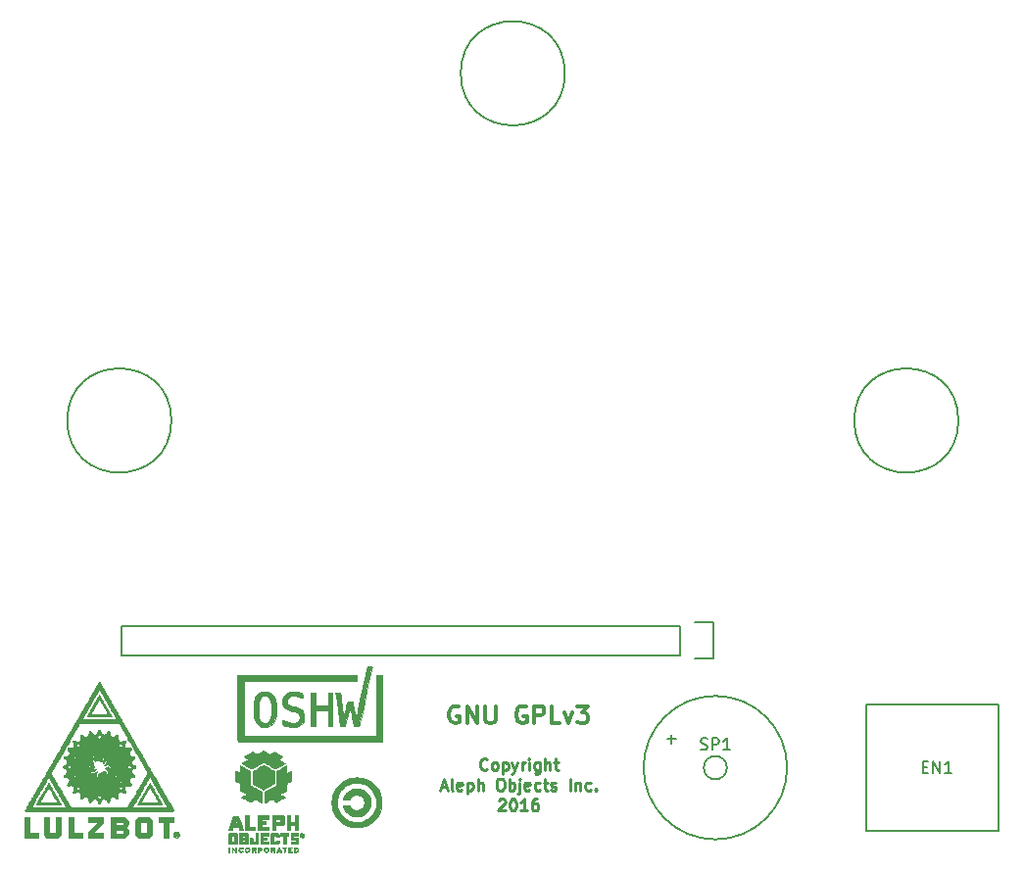
<source format=gto>
G04 #@! TF.GenerationSoftware,KiCad,Pcbnew,(5.0.2)-1*
G04 #@! TF.CreationDate,2019-01-22T06:49:24-07:00*
G04 #@! TF.ProjectId,GLCD,474c4344-2e6b-4696-9361-645f70636258,0.7*
G04 #@! TF.SameCoordinates,Original*
G04 #@! TF.FileFunction,Legend,Top*
G04 #@! TF.FilePolarity,Positive*
%FSLAX46Y46*%
G04 Gerber Fmt 4.6, Leading zero omitted, Abs format (unit mm)*
G04 Created by KiCad (PCBNEW (5.0.2)-1) date 1/22/2019 6:49:24 AM*
%MOMM*%
%LPD*%
G01*
G04 APERTURE LIST*
%ADD10C,0.250000*%
%ADD11C,0.300000*%
%ADD12C,0.150000*%
%ADD13C,0.010000*%
G04 APERTURE END LIST*
D10*
X141285714Y-131607142D02*
X141238095Y-131654761D01*
X141095238Y-131702380D01*
X141000000Y-131702380D01*
X140857142Y-131654761D01*
X140761904Y-131559523D01*
X140714285Y-131464285D01*
X140666666Y-131273809D01*
X140666666Y-131130952D01*
X140714285Y-130940476D01*
X140761904Y-130845238D01*
X140857142Y-130750000D01*
X141000000Y-130702380D01*
X141095238Y-130702380D01*
X141238095Y-130750000D01*
X141285714Y-130797619D01*
X141857142Y-131702380D02*
X141761904Y-131654761D01*
X141714285Y-131607142D01*
X141666666Y-131511904D01*
X141666666Y-131226190D01*
X141714285Y-131130952D01*
X141761904Y-131083333D01*
X141857142Y-131035714D01*
X142000000Y-131035714D01*
X142095238Y-131083333D01*
X142142857Y-131130952D01*
X142190476Y-131226190D01*
X142190476Y-131511904D01*
X142142857Y-131607142D01*
X142095238Y-131654761D01*
X142000000Y-131702380D01*
X141857142Y-131702380D01*
X142619047Y-131035714D02*
X142619047Y-132035714D01*
X142619047Y-131083333D02*
X142714285Y-131035714D01*
X142904761Y-131035714D01*
X143000000Y-131083333D01*
X143047619Y-131130952D01*
X143095238Y-131226190D01*
X143095238Y-131511904D01*
X143047619Y-131607142D01*
X143000000Y-131654761D01*
X142904761Y-131702380D01*
X142714285Y-131702380D01*
X142619047Y-131654761D01*
X143428571Y-131035714D02*
X143666666Y-131702380D01*
X143904761Y-131035714D02*
X143666666Y-131702380D01*
X143571428Y-131940476D01*
X143523809Y-131988095D01*
X143428571Y-132035714D01*
X144285714Y-131702380D02*
X144285714Y-131035714D01*
X144285714Y-131226190D02*
X144333333Y-131130952D01*
X144380952Y-131083333D01*
X144476190Y-131035714D01*
X144571428Y-131035714D01*
X144904761Y-131702380D02*
X144904761Y-131035714D01*
X144904761Y-130702380D02*
X144857142Y-130750000D01*
X144904761Y-130797619D01*
X144952380Y-130750000D01*
X144904761Y-130702380D01*
X144904761Y-130797619D01*
X145809523Y-131035714D02*
X145809523Y-131845238D01*
X145761904Y-131940476D01*
X145714285Y-131988095D01*
X145619047Y-132035714D01*
X145476190Y-132035714D01*
X145380952Y-131988095D01*
X145809523Y-131654761D02*
X145714285Y-131702380D01*
X145523809Y-131702380D01*
X145428571Y-131654761D01*
X145380952Y-131607142D01*
X145333333Y-131511904D01*
X145333333Y-131226190D01*
X145380952Y-131130952D01*
X145428571Y-131083333D01*
X145523809Y-131035714D01*
X145714285Y-131035714D01*
X145809523Y-131083333D01*
X146285714Y-131702380D02*
X146285714Y-130702380D01*
X146714285Y-131702380D02*
X146714285Y-131178571D01*
X146666666Y-131083333D01*
X146571428Y-131035714D01*
X146428571Y-131035714D01*
X146333333Y-131083333D01*
X146285714Y-131130952D01*
X147047619Y-131035714D02*
X147428571Y-131035714D01*
X147190476Y-130702380D02*
X147190476Y-131559523D01*
X147238095Y-131654761D01*
X147333333Y-131702380D01*
X147428571Y-131702380D01*
X137285714Y-133166666D02*
X137761904Y-133166666D01*
X137190476Y-133452380D02*
X137523809Y-132452380D01*
X137857142Y-133452380D01*
X138333333Y-133452380D02*
X138238095Y-133404761D01*
X138190476Y-133309523D01*
X138190476Y-132452380D01*
X139095238Y-133404761D02*
X139000000Y-133452380D01*
X138809523Y-133452380D01*
X138714285Y-133404761D01*
X138666666Y-133309523D01*
X138666666Y-132928571D01*
X138714285Y-132833333D01*
X138809523Y-132785714D01*
X139000000Y-132785714D01*
X139095238Y-132833333D01*
X139142857Y-132928571D01*
X139142857Y-133023809D01*
X138666666Y-133119047D01*
X139571428Y-132785714D02*
X139571428Y-133785714D01*
X139571428Y-132833333D02*
X139666666Y-132785714D01*
X139857142Y-132785714D01*
X139952380Y-132833333D01*
X140000000Y-132880952D01*
X140047619Y-132976190D01*
X140047619Y-133261904D01*
X140000000Y-133357142D01*
X139952380Y-133404761D01*
X139857142Y-133452380D01*
X139666666Y-133452380D01*
X139571428Y-133404761D01*
X140476190Y-133452380D02*
X140476190Y-132452380D01*
X140904761Y-133452380D02*
X140904761Y-132928571D01*
X140857142Y-132833333D01*
X140761904Y-132785714D01*
X140619047Y-132785714D01*
X140523809Y-132833333D01*
X140476190Y-132880952D01*
X142333333Y-132452380D02*
X142523809Y-132452380D01*
X142619047Y-132500000D01*
X142714285Y-132595238D01*
X142761904Y-132785714D01*
X142761904Y-133119047D01*
X142714285Y-133309523D01*
X142619047Y-133404761D01*
X142523809Y-133452380D01*
X142333333Y-133452380D01*
X142238095Y-133404761D01*
X142142857Y-133309523D01*
X142095238Y-133119047D01*
X142095238Y-132785714D01*
X142142857Y-132595238D01*
X142238095Y-132500000D01*
X142333333Y-132452380D01*
X143190476Y-133452380D02*
X143190476Y-132452380D01*
X143190476Y-132833333D02*
X143285714Y-132785714D01*
X143476190Y-132785714D01*
X143571428Y-132833333D01*
X143619047Y-132880952D01*
X143666666Y-132976190D01*
X143666666Y-133261904D01*
X143619047Y-133357142D01*
X143571428Y-133404761D01*
X143476190Y-133452380D01*
X143285714Y-133452380D01*
X143190476Y-133404761D01*
X144095238Y-132785714D02*
X144095238Y-133642857D01*
X144047619Y-133738095D01*
X143952380Y-133785714D01*
X143904761Y-133785714D01*
X144095238Y-132452380D02*
X144047619Y-132500000D01*
X144095238Y-132547619D01*
X144142857Y-132500000D01*
X144095238Y-132452380D01*
X144095238Y-132547619D01*
X144952380Y-133404761D02*
X144857142Y-133452380D01*
X144666666Y-133452380D01*
X144571428Y-133404761D01*
X144523809Y-133309523D01*
X144523809Y-132928571D01*
X144571428Y-132833333D01*
X144666666Y-132785714D01*
X144857142Y-132785714D01*
X144952380Y-132833333D01*
X145000000Y-132928571D01*
X145000000Y-133023809D01*
X144523809Y-133119047D01*
X145857142Y-133404761D02*
X145761904Y-133452380D01*
X145571428Y-133452380D01*
X145476190Y-133404761D01*
X145428571Y-133357142D01*
X145380952Y-133261904D01*
X145380952Y-132976190D01*
X145428571Y-132880952D01*
X145476190Y-132833333D01*
X145571428Y-132785714D01*
X145761904Y-132785714D01*
X145857142Y-132833333D01*
X146142857Y-132785714D02*
X146523809Y-132785714D01*
X146285714Y-132452380D02*
X146285714Y-133309523D01*
X146333333Y-133404761D01*
X146428571Y-133452380D01*
X146523809Y-133452380D01*
X146809523Y-133404761D02*
X146904761Y-133452380D01*
X147095238Y-133452380D01*
X147190476Y-133404761D01*
X147238095Y-133309523D01*
X147238095Y-133261904D01*
X147190476Y-133166666D01*
X147095238Y-133119047D01*
X146952380Y-133119047D01*
X146857142Y-133071428D01*
X146809523Y-132976190D01*
X146809523Y-132928571D01*
X146857142Y-132833333D01*
X146952380Y-132785714D01*
X147095238Y-132785714D01*
X147190476Y-132833333D01*
X148428571Y-133452380D02*
X148428571Y-132452380D01*
X148904761Y-132785714D02*
X148904761Y-133452380D01*
X148904761Y-132880952D02*
X148952380Y-132833333D01*
X149047619Y-132785714D01*
X149190476Y-132785714D01*
X149285714Y-132833333D01*
X149333333Y-132928571D01*
X149333333Y-133452380D01*
X150238095Y-133404761D02*
X150142857Y-133452380D01*
X149952380Y-133452380D01*
X149857142Y-133404761D01*
X149809523Y-133357142D01*
X149761904Y-133261904D01*
X149761904Y-132976190D01*
X149809523Y-132880952D01*
X149857142Y-132833333D01*
X149952380Y-132785714D01*
X150142857Y-132785714D01*
X150238095Y-132833333D01*
X150666666Y-133357142D02*
X150714285Y-133404761D01*
X150666666Y-133452380D01*
X150619047Y-133404761D01*
X150666666Y-133357142D01*
X150666666Y-133452380D01*
X142285714Y-134297619D02*
X142333333Y-134250000D01*
X142428571Y-134202380D01*
X142666666Y-134202380D01*
X142761904Y-134250000D01*
X142809523Y-134297619D01*
X142857142Y-134392857D01*
X142857142Y-134488095D01*
X142809523Y-134630952D01*
X142238095Y-135202380D01*
X142857142Y-135202380D01*
X143476190Y-134202380D02*
X143571428Y-134202380D01*
X143666666Y-134250000D01*
X143714285Y-134297619D01*
X143761904Y-134392857D01*
X143809523Y-134583333D01*
X143809523Y-134821428D01*
X143761904Y-135011904D01*
X143714285Y-135107142D01*
X143666666Y-135154761D01*
X143571428Y-135202380D01*
X143476190Y-135202380D01*
X143380952Y-135154761D01*
X143333333Y-135107142D01*
X143285714Y-135011904D01*
X143238095Y-134821428D01*
X143238095Y-134583333D01*
X143285714Y-134392857D01*
X143333333Y-134297619D01*
X143380952Y-134250000D01*
X143476190Y-134202380D01*
X144761904Y-135202380D02*
X144190476Y-135202380D01*
X144476190Y-135202380D02*
X144476190Y-134202380D01*
X144380952Y-134345238D01*
X144285714Y-134440476D01*
X144190476Y-134488095D01*
X145619047Y-134202380D02*
X145428571Y-134202380D01*
X145333333Y-134250000D01*
X145285714Y-134297619D01*
X145190476Y-134440476D01*
X145142857Y-134630952D01*
X145142857Y-135011904D01*
X145190476Y-135107142D01*
X145238095Y-135154761D01*
X145333333Y-135202380D01*
X145523809Y-135202380D01*
X145619047Y-135154761D01*
X145666666Y-135107142D01*
X145714285Y-135011904D01*
X145714285Y-134773809D01*
X145666666Y-134678571D01*
X145619047Y-134630952D01*
X145523809Y-134583333D01*
X145333333Y-134583333D01*
X145238095Y-134630952D01*
X145190476Y-134678571D01*
X145142857Y-134773809D01*
D11*
X138857142Y-126250000D02*
X138714285Y-126178571D01*
X138500000Y-126178571D01*
X138285714Y-126250000D01*
X138142857Y-126392857D01*
X138071428Y-126535714D01*
X138000000Y-126821428D01*
X138000000Y-127035714D01*
X138071428Y-127321428D01*
X138142857Y-127464285D01*
X138285714Y-127607142D01*
X138500000Y-127678571D01*
X138642857Y-127678571D01*
X138857142Y-127607142D01*
X138928571Y-127535714D01*
X138928571Y-127035714D01*
X138642857Y-127035714D01*
X139571428Y-127678571D02*
X139571428Y-126178571D01*
X140428571Y-127678571D01*
X140428571Y-126178571D01*
X141142857Y-126178571D02*
X141142857Y-127392857D01*
X141214285Y-127535714D01*
X141285714Y-127607142D01*
X141428571Y-127678571D01*
X141714285Y-127678571D01*
X141857142Y-127607142D01*
X141928571Y-127535714D01*
X142000000Y-127392857D01*
X142000000Y-126178571D01*
X144642857Y-126250000D02*
X144500000Y-126178571D01*
X144285714Y-126178571D01*
X144071428Y-126250000D01*
X143928571Y-126392857D01*
X143857142Y-126535714D01*
X143785714Y-126821428D01*
X143785714Y-127035714D01*
X143857142Y-127321428D01*
X143928571Y-127464285D01*
X144071428Y-127607142D01*
X144285714Y-127678571D01*
X144428571Y-127678571D01*
X144642857Y-127607142D01*
X144714285Y-127535714D01*
X144714285Y-127035714D01*
X144428571Y-127035714D01*
X145357142Y-127678571D02*
X145357142Y-126178571D01*
X145928571Y-126178571D01*
X146071428Y-126250000D01*
X146142857Y-126321428D01*
X146214285Y-126464285D01*
X146214285Y-126678571D01*
X146142857Y-126821428D01*
X146071428Y-126892857D01*
X145928571Y-126964285D01*
X145357142Y-126964285D01*
X147571428Y-127678571D02*
X146857142Y-127678571D01*
X146857142Y-126178571D01*
X147928571Y-126678571D02*
X148285714Y-127678571D01*
X148642857Y-126678571D01*
X149071428Y-126178571D02*
X150000000Y-126178571D01*
X149500000Y-126750000D01*
X149714285Y-126750000D01*
X149857142Y-126821428D01*
X149928571Y-126892857D01*
X150000000Y-127035714D01*
X150000000Y-127392857D01*
X149928571Y-127535714D01*
X149857142Y-127607142D01*
X149714285Y-127678571D01*
X149285714Y-127678571D01*
X149142857Y-127607142D01*
X149071428Y-127535714D01*
D12*
G04 #@! TO.C,EN1*
X185500000Y-137000000D02*
X185500000Y-126000000D01*
X174000000Y-137000000D02*
X185500000Y-137000000D01*
X174000000Y-126000000D02*
X174000000Y-137000000D01*
X185500000Y-126000000D02*
X174000000Y-126000000D01*
G04 #@! TO.C,REF\002A\002A*
X114000000Y-101500000D02*
G75*
G03X114000000Y-101500000I-4500000J0D01*
G01*
X182000000Y-101500000D02*
G75*
G03X182000000Y-101500000I-4500000J0D01*
G01*
X148000000Y-71500000D02*
G75*
G03X148000000Y-71500000I-4500000J0D01*
G01*
G04 #@! TO.C,DS1*
X157980000Y-121770000D02*
X109720000Y-121770000D01*
X109720000Y-121770000D02*
X109720000Y-119230000D01*
X109720000Y-119230000D02*
X157980000Y-119230000D01*
X160800000Y-122050000D02*
X159250000Y-122050000D01*
X157980000Y-121770000D02*
X157980000Y-119230000D01*
X159250000Y-118950000D02*
X160800000Y-118950000D01*
X160800000Y-118950000D02*
X160800000Y-122050000D01*
G04 #@! TO.C,SP1*
X162000760Y-131500000D02*
G75*
G03X162000760Y-131500000I-1000760J0D01*
G01*
X167200140Y-131500000D02*
G75*
G03X167200140Y-131500000I-6200140J0D01*
G01*
D13*
G04 #@! TO.C,G\002A\002A\002A*
G36*
X101535333Y-135795024D02*
X101591778Y-135796251D01*
X101643375Y-135798528D01*
X101686014Y-135801816D01*
X101715587Y-135806074D01*
X101726798Y-135809937D01*
X101730780Y-135813449D01*
X101734206Y-135818726D01*
X101737132Y-135827269D01*
X101739613Y-135840579D01*
X101741705Y-135860154D01*
X101743466Y-135887495D01*
X101744950Y-135924103D01*
X101746215Y-135971476D01*
X101747315Y-136031115D01*
X101748308Y-136104521D01*
X101749249Y-136193192D01*
X101750195Y-136298630D01*
X101751202Y-136422334D01*
X101751600Y-136472877D01*
X101756680Y-137121400D01*
X102103114Y-137126480D01*
X102200925Y-137128076D01*
X102280218Y-137129771D01*
X102342791Y-137131657D01*
X102390447Y-137133831D01*
X102424985Y-137136386D01*
X102448206Y-137139416D01*
X102461910Y-137143015D01*
X102466334Y-137145504D01*
X102472320Y-137152831D01*
X102476717Y-137165311D01*
X102479760Y-137185779D01*
X102481682Y-137217070D01*
X102482717Y-137262021D01*
X102483097Y-137323467D01*
X102483120Y-137349212D01*
X102482620Y-137424842D01*
X102481064Y-137481567D01*
X102478368Y-137520775D01*
X102474449Y-137543857D01*
X102470927Y-137551168D01*
X102463024Y-137553953D01*
X102444542Y-137556304D01*
X102414288Y-137558245D01*
X102371074Y-137559799D01*
X102313707Y-137560990D01*
X102240997Y-137561841D01*
X102151754Y-137562375D01*
X102044786Y-137562617D01*
X101918904Y-137562589D01*
X101894347Y-137562557D01*
X101788895Y-137562318D01*
X101689401Y-137561919D01*
X101597746Y-137561379D01*
X101515810Y-137560719D01*
X101445474Y-137559956D01*
X101388617Y-137559112D01*
X101347120Y-137558204D01*
X101322864Y-137557252D01*
X101317260Y-137556631D01*
X101314933Y-137551799D01*
X101312889Y-137538586D01*
X101311111Y-137515922D01*
X101309586Y-137482736D01*
X101308296Y-137437958D01*
X101307226Y-137380519D01*
X101306361Y-137309347D01*
X101305685Y-137223373D01*
X101305183Y-137121526D01*
X101304838Y-137002737D01*
X101304636Y-136865935D01*
X101304561Y-136710050D01*
X101304560Y-136684030D01*
X101304570Y-136531300D01*
X101304620Y-136397605D01*
X101304740Y-136281661D01*
X101304956Y-136182184D01*
X101305299Y-136097889D01*
X101305797Y-136027491D01*
X101306479Y-135969707D01*
X101307373Y-135923251D01*
X101308509Y-135886840D01*
X101309914Y-135859188D01*
X101311619Y-135839012D01*
X101313650Y-135825026D01*
X101316038Y-135815947D01*
X101318812Y-135810490D01*
X101321998Y-135807370D01*
X101324212Y-135806037D01*
X101343258Y-135801415D01*
X101378003Y-135798043D01*
X101424337Y-135795880D01*
X101478150Y-135794887D01*
X101535333Y-135795024D01*
X101535333Y-135795024D01*
G37*
X101535333Y-135795024D02*
X101591778Y-135796251D01*
X101643375Y-135798528D01*
X101686014Y-135801816D01*
X101715587Y-135806074D01*
X101726798Y-135809937D01*
X101730780Y-135813449D01*
X101734206Y-135818726D01*
X101737132Y-135827269D01*
X101739613Y-135840579D01*
X101741705Y-135860154D01*
X101743466Y-135887495D01*
X101744950Y-135924103D01*
X101746215Y-135971476D01*
X101747315Y-136031115D01*
X101748308Y-136104521D01*
X101749249Y-136193192D01*
X101750195Y-136298630D01*
X101751202Y-136422334D01*
X101751600Y-136472877D01*
X101756680Y-137121400D01*
X102103114Y-137126480D01*
X102200925Y-137128076D01*
X102280218Y-137129771D01*
X102342791Y-137131657D01*
X102390447Y-137133831D01*
X102424985Y-137136386D01*
X102448206Y-137139416D01*
X102461910Y-137143015D01*
X102466334Y-137145504D01*
X102472320Y-137152831D01*
X102476717Y-137165311D01*
X102479760Y-137185779D01*
X102481682Y-137217070D01*
X102482717Y-137262021D01*
X102483097Y-137323467D01*
X102483120Y-137349212D01*
X102482620Y-137424842D01*
X102481064Y-137481567D01*
X102478368Y-137520775D01*
X102474449Y-137543857D01*
X102470927Y-137551168D01*
X102463024Y-137553953D01*
X102444542Y-137556304D01*
X102414288Y-137558245D01*
X102371074Y-137559799D01*
X102313707Y-137560990D01*
X102240997Y-137561841D01*
X102151754Y-137562375D01*
X102044786Y-137562617D01*
X101918904Y-137562589D01*
X101894347Y-137562557D01*
X101788895Y-137562318D01*
X101689401Y-137561919D01*
X101597746Y-137561379D01*
X101515810Y-137560719D01*
X101445474Y-137559956D01*
X101388617Y-137559112D01*
X101347120Y-137558204D01*
X101322864Y-137557252D01*
X101317260Y-137556631D01*
X101314933Y-137551799D01*
X101312889Y-137538586D01*
X101311111Y-137515922D01*
X101309586Y-137482736D01*
X101308296Y-137437958D01*
X101307226Y-137380519D01*
X101306361Y-137309347D01*
X101305685Y-137223373D01*
X101305183Y-137121526D01*
X101304838Y-137002737D01*
X101304636Y-136865935D01*
X101304561Y-136710050D01*
X101304560Y-136684030D01*
X101304570Y-136531300D01*
X101304620Y-136397605D01*
X101304740Y-136281661D01*
X101304956Y-136182184D01*
X101305299Y-136097889D01*
X101305797Y-136027491D01*
X101306479Y-135969707D01*
X101307373Y-135923251D01*
X101308509Y-135886840D01*
X101309914Y-135859188D01*
X101311619Y-135839012D01*
X101313650Y-135825026D01*
X101316038Y-135815947D01*
X101318812Y-135810490D01*
X101321998Y-135807370D01*
X101324212Y-135806037D01*
X101343258Y-135801415D01*
X101378003Y-135798043D01*
X101424337Y-135795880D01*
X101478150Y-135794887D01*
X101535333Y-135795024D01*
G36*
X104294545Y-135795740D02*
X104344052Y-135796576D01*
X104379348Y-135798293D01*
X104403488Y-135801156D01*
X104419524Y-135805429D01*
X104430510Y-135811376D01*
X104433001Y-135813300D01*
X104454734Y-135831080D01*
X104451907Y-136565093D01*
X104449080Y-137299107D01*
X104319497Y-137428693D01*
X104189915Y-137558280D01*
X103730217Y-137560331D01*
X103634806Y-137560562D01*
X103545135Y-137560403D01*
X103463357Y-137559885D01*
X103391624Y-137559039D01*
X103332089Y-137557895D01*
X103286902Y-137556486D01*
X103258216Y-137554842D01*
X103248706Y-137553426D01*
X103229730Y-137541061D01*
X103200939Y-137516785D01*
X103165382Y-137483747D01*
X103126110Y-137445096D01*
X103086173Y-137403982D01*
X103048620Y-137363552D01*
X103016502Y-137326957D01*
X102992869Y-137297346D01*
X102980770Y-137277867D01*
X102980184Y-137276177D01*
X102978529Y-137260342D01*
X102976980Y-137225755D01*
X102975559Y-137173985D01*
X102974285Y-137106600D01*
X102973178Y-137025168D01*
X102972258Y-136931257D01*
X102971545Y-136826436D01*
X102971060Y-136712273D01*
X102970821Y-136590335D01*
X102970800Y-136539807D01*
X102970812Y-136403206D01*
X102970877Y-136285474D01*
X102971036Y-136185161D01*
X102971328Y-136100815D01*
X102971795Y-136030986D01*
X102972477Y-135974222D01*
X102973415Y-135929074D01*
X102974651Y-135894090D01*
X102976223Y-135867819D01*
X102978174Y-135848811D01*
X102980544Y-135835615D01*
X102983374Y-135826780D01*
X102986704Y-135820854D01*
X102990575Y-135816388D01*
X102991120Y-135815840D01*
X102999642Y-135808641D01*
X103010714Y-135803371D01*
X103027376Y-135799731D01*
X103052667Y-135797424D01*
X103089628Y-135796151D01*
X103141300Y-135795617D01*
X103198674Y-135795520D01*
X103266811Y-135795771D01*
X103317457Y-135796673D01*
X103353436Y-135798448D01*
X103377572Y-135801317D01*
X103392689Y-135805502D01*
X103401611Y-135811226D01*
X103401874Y-135811485D01*
X103405163Y-135816494D01*
X103407974Y-135825433D01*
X103410344Y-135839790D01*
X103412308Y-135861054D01*
X103413904Y-135890715D01*
X103415167Y-135930261D01*
X103416136Y-135981183D01*
X103416847Y-136044969D01*
X103417336Y-136123108D01*
X103417640Y-136217089D01*
X103417795Y-136328403D01*
X103417839Y-136458537D01*
X103417840Y-136459465D01*
X103417886Y-136590082D01*
X103418051Y-136701879D01*
X103418370Y-136796356D01*
X103418879Y-136875013D01*
X103419614Y-136939350D01*
X103420613Y-136990866D01*
X103421910Y-137031062D01*
X103423543Y-137061438D01*
X103425547Y-137083493D01*
X103427959Y-137098728D01*
X103430815Y-137108642D01*
X103433656Y-137114059D01*
X103438948Y-137120911D01*
X103445681Y-137126214D01*
X103456302Y-137130167D01*
X103473258Y-137132969D01*
X103498996Y-137134817D01*
X103535964Y-137135910D01*
X103586608Y-137136445D01*
X103653377Y-137136623D01*
X103712330Y-137136640D01*
X103793885Y-137136493D01*
X103857481Y-137135962D01*
X103905477Y-137134912D01*
X103940232Y-137133208D01*
X103964106Y-137130715D01*
X103979458Y-137127297D01*
X103988647Y-137122820D01*
X103991154Y-137120674D01*
X103994429Y-137115683D01*
X103997231Y-137106772D01*
X103999594Y-137092459D01*
X104001555Y-137071261D01*
X104003151Y-137041696D01*
X104004417Y-137002283D01*
X104005389Y-136951538D01*
X104006105Y-136887980D01*
X104006599Y-136810127D01*
X104006909Y-136716496D01*
X104007070Y-136605605D01*
X104007119Y-136475972D01*
X104007120Y-136466928D01*
X104007144Y-136337099D01*
X104007245Y-136226074D01*
X104007466Y-136132336D01*
X104007850Y-136054371D01*
X104008441Y-135990661D01*
X104009281Y-135939692D01*
X104010412Y-135899947D01*
X104011879Y-135869910D01*
X104013725Y-135848066D01*
X104015991Y-135832897D01*
X104018722Y-135822889D01*
X104021960Y-135816525D01*
X104025700Y-135812334D01*
X104035076Y-135806213D01*
X104049637Y-135801747D01*
X104072338Y-135798691D01*
X104106137Y-135796799D01*
X104153990Y-135795825D01*
X104218853Y-135795522D01*
X104227774Y-135795520D01*
X104294545Y-135795740D01*
X104294545Y-135795740D01*
G37*
X104294545Y-135795740D02*
X104344052Y-135796576D01*
X104379348Y-135798293D01*
X104403488Y-135801156D01*
X104419524Y-135805429D01*
X104430510Y-135811376D01*
X104433001Y-135813300D01*
X104454734Y-135831080D01*
X104451907Y-136565093D01*
X104449080Y-137299107D01*
X104319497Y-137428693D01*
X104189915Y-137558280D01*
X103730217Y-137560331D01*
X103634806Y-137560562D01*
X103545135Y-137560403D01*
X103463357Y-137559885D01*
X103391624Y-137559039D01*
X103332089Y-137557895D01*
X103286902Y-137556486D01*
X103258216Y-137554842D01*
X103248706Y-137553426D01*
X103229730Y-137541061D01*
X103200939Y-137516785D01*
X103165382Y-137483747D01*
X103126110Y-137445096D01*
X103086173Y-137403982D01*
X103048620Y-137363552D01*
X103016502Y-137326957D01*
X102992869Y-137297346D01*
X102980770Y-137277867D01*
X102980184Y-137276177D01*
X102978529Y-137260342D01*
X102976980Y-137225755D01*
X102975559Y-137173985D01*
X102974285Y-137106600D01*
X102973178Y-137025168D01*
X102972258Y-136931257D01*
X102971545Y-136826436D01*
X102971060Y-136712273D01*
X102970821Y-136590335D01*
X102970800Y-136539807D01*
X102970812Y-136403206D01*
X102970877Y-136285474D01*
X102971036Y-136185161D01*
X102971328Y-136100815D01*
X102971795Y-136030986D01*
X102972477Y-135974222D01*
X102973415Y-135929074D01*
X102974651Y-135894090D01*
X102976223Y-135867819D01*
X102978174Y-135848811D01*
X102980544Y-135835615D01*
X102983374Y-135826780D01*
X102986704Y-135820854D01*
X102990575Y-135816388D01*
X102991120Y-135815840D01*
X102999642Y-135808641D01*
X103010714Y-135803371D01*
X103027376Y-135799731D01*
X103052667Y-135797424D01*
X103089628Y-135796151D01*
X103141300Y-135795617D01*
X103198674Y-135795520D01*
X103266811Y-135795771D01*
X103317457Y-135796673D01*
X103353436Y-135798448D01*
X103377572Y-135801317D01*
X103392689Y-135805502D01*
X103401611Y-135811226D01*
X103401874Y-135811485D01*
X103405163Y-135816494D01*
X103407974Y-135825433D01*
X103410344Y-135839790D01*
X103412308Y-135861054D01*
X103413904Y-135890715D01*
X103415167Y-135930261D01*
X103416136Y-135981183D01*
X103416847Y-136044969D01*
X103417336Y-136123108D01*
X103417640Y-136217089D01*
X103417795Y-136328403D01*
X103417839Y-136458537D01*
X103417840Y-136459465D01*
X103417886Y-136590082D01*
X103418051Y-136701879D01*
X103418370Y-136796356D01*
X103418879Y-136875013D01*
X103419614Y-136939350D01*
X103420613Y-136990866D01*
X103421910Y-137031062D01*
X103423543Y-137061438D01*
X103425547Y-137083493D01*
X103427959Y-137098728D01*
X103430815Y-137108642D01*
X103433656Y-137114059D01*
X103438948Y-137120911D01*
X103445681Y-137126214D01*
X103456302Y-137130167D01*
X103473258Y-137132969D01*
X103498996Y-137134817D01*
X103535964Y-137135910D01*
X103586608Y-137136445D01*
X103653377Y-137136623D01*
X103712330Y-137136640D01*
X103793885Y-137136493D01*
X103857481Y-137135962D01*
X103905477Y-137134912D01*
X103940232Y-137133208D01*
X103964106Y-137130715D01*
X103979458Y-137127297D01*
X103988647Y-137122820D01*
X103991154Y-137120674D01*
X103994429Y-137115683D01*
X103997231Y-137106772D01*
X103999594Y-137092459D01*
X104001555Y-137071261D01*
X104003151Y-137041696D01*
X104004417Y-137002283D01*
X104005389Y-136951538D01*
X104006105Y-136887980D01*
X104006599Y-136810127D01*
X104006909Y-136716496D01*
X104007070Y-136605605D01*
X104007119Y-136475972D01*
X104007120Y-136466928D01*
X104007144Y-136337099D01*
X104007245Y-136226074D01*
X104007466Y-136132336D01*
X104007850Y-136054371D01*
X104008441Y-135990661D01*
X104009281Y-135939692D01*
X104010412Y-135899947D01*
X104011879Y-135869910D01*
X104013725Y-135848066D01*
X104015991Y-135832897D01*
X104018722Y-135822889D01*
X104021960Y-135816525D01*
X104025700Y-135812334D01*
X104035076Y-135806213D01*
X104049637Y-135801747D01*
X104072338Y-135798691D01*
X104106137Y-135796799D01*
X104153990Y-135795825D01*
X104218853Y-135795522D01*
X104227774Y-135795520D01*
X104294545Y-135795740D01*
G36*
X105387145Y-135795091D02*
X105439772Y-135797224D01*
X105483587Y-135800674D01*
X105514434Y-135805441D01*
X105526638Y-135809936D01*
X105530620Y-135813448D01*
X105534046Y-135818725D01*
X105536972Y-135827268D01*
X105539453Y-135840577D01*
X105541545Y-135860152D01*
X105543306Y-135887494D01*
X105544790Y-135924101D01*
X105546055Y-135971474D01*
X105547155Y-136031113D01*
X105548148Y-136104518D01*
X105549089Y-136193190D01*
X105550035Y-136298627D01*
X105551042Y-136422331D01*
X105551440Y-136472876D01*
X105556520Y-137121400D01*
X105902954Y-137126480D01*
X106000765Y-137128076D01*
X106080058Y-137129771D01*
X106142631Y-137131657D01*
X106190287Y-137133831D01*
X106224825Y-137136386D01*
X106248046Y-137139416D01*
X106261750Y-137143015D01*
X106266174Y-137145504D01*
X106272160Y-137152831D01*
X106276557Y-137165311D01*
X106279600Y-137185779D01*
X106281522Y-137217070D01*
X106282557Y-137262021D01*
X106282937Y-137323467D01*
X106282960Y-137349212D01*
X106282460Y-137424842D01*
X106280904Y-137481567D01*
X106278208Y-137520775D01*
X106274289Y-137543857D01*
X106270767Y-137551168D01*
X106258439Y-137553589D01*
X106228035Y-137555765D01*
X106181802Y-137557690D01*
X106121982Y-137559359D01*
X106050821Y-137560770D01*
X105970562Y-137561916D01*
X105883449Y-137562794D01*
X105791727Y-137563400D01*
X105697640Y-137563728D01*
X105603432Y-137563775D01*
X105511348Y-137563537D01*
X105423630Y-137563009D01*
X105342524Y-137562186D01*
X105270274Y-137561065D01*
X105209124Y-137559640D01*
X105161318Y-137557908D01*
X105129100Y-137555865D01*
X105114715Y-137553505D01*
X105114560Y-137553415D01*
X105111835Y-137549809D01*
X105109449Y-137541830D01*
X105107381Y-137528233D01*
X105105608Y-137507773D01*
X105104109Y-137479202D01*
X105102861Y-137441277D01*
X105101843Y-137392752D01*
X105101033Y-137332381D01*
X105100410Y-137258919D01*
X105099950Y-137171121D01*
X105099634Y-137067741D01*
X105099438Y-136947533D01*
X105099341Y-136809253D01*
X105099320Y-136684071D01*
X105099330Y-136532057D01*
X105099382Y-136399066D01*
X105099503Y-136283803D01*
X105099725Y-136184971D01*
X105100074Y-136101273D01*
X105100582Y-136031413D01*
X105101276Y-135974094D01*
X105102187Y-135928022D01*
X105103344Y-135891898D01*
X105104776Y-135864426D01*
X105106511Y-135844311D01*
X105108580Y-135830256D01*
X105111012Y-135820964D01*
X105113835Y-135815139D01*
X105117080Y-135811485D01*
X105119041Y-135809940D01*
X105137273Y-135804174D01*
X105171627Y-135799725D01*
X105217946Y-135796591D01*
X105272076Y-135794775D01*
X105329861Y-135794275D01*
X105387145Y-135795091D01*
X105387145Y-135795091D01*
G37*
X105387145Y-135795091D02*
X105439772Y-135797224D01*
X105483587Y-135800674D01*
X105514434Y-135805441D01*
X105526638Y-135809936D01*
X105530620Y-135813448D01*
X105534046Y-135818725D01*
X105536972Y-135827268D01*
X105539453Y-135840577D01*
X105541545Y-135860152D01*
X105543306Y-135887494D01*
X105544790Y-135924101D01*
X105546055Y-135971474D01*
X105547155Y-136031113D01*
X105548148Y-136104518D01*
X105549089Y-136193190D01*
X105550035Y-136298627D01*
X105551042Y-136422331D01*
X105551440Y-136472876D01*
X105556520Y-137121400D01*
X105902954Y-137126480D01*
X106000765Y-137128076D01*
X106080058Y-137129771D01*
X106142631Y-137131657D01*
X106190287Y-137133831D01*
X106224825Y-137136386D01*
X106248046Y-137139416D01*
X106261750Y-137143015D01*
X106266174Y-137145504D01*
X106272160Y-137152831D01*
X106276557Y-137165311D01*
X106279600Y-137185779D01*
X106281522Y-137217070D01*
X106282557Y-137262021D01*
X106282937Y-137323467D01*
X106282960Y-137349212D01*
X106282460Y-137424842D01*
X106280904Y-137481567D01*
X106278208Y-137520775D01*
X106274289Y-137543857D01*
X106270767Y-137551168D01*
X106258439Y-137553589D01*
X106228035Y-137555765D01*
X106181802Y-137557690D01*
X106121982Y-137559359D01*
X106050821Y-137560770D01*
X105970562Y-137561916D01*
X105883449Y-137562794D01*
X105791727Y-137563400D01*
X105697640Y-137563728D01*
X105603432Y-137563775D01*
X105511348Y-137563537D01*
X105423630Y-137563009D01*
X105342524Y-137562186D01*
X105270274Y-137561065D01*
X105209124Y-137559640D01*
X105161318Y-137557908D01*
X105129100Y-137555865D01*
X105114715Y-137553505D01*
X105114560Y-137553415D01*
X105111835Y-137549809D01*
X105109449Y-137541830D01*
X105107381Y-137528233D01*
X105105608Y-137507773D01*
X105104109Y-137479202D01*
X105102861Y-137441277D01*
X105101843Y-137392752D01*
X105101033Y-137332381D01*
X105100410Y-137258919D01*
X105099950Y-137171121D01*
X105099634Y-137067741D01*
X105099438Y-136947533D01*
X105099341Y-136809253D01*
X105099320Y-136684071D01*
X105099330Y-136532057D01*
X105099382Y-136399066D01*
X105099503Y-136283803D01*
X105099725Y-136184971D01*
X105100074Y-136101273D01*
X105100582Y-136031413D01*
X105101276Y-135974094D01*
X105102187Y-135928022D01*
X105103344Y-135891898D01*
X105104776Y-135864426D01*
X105106511Y-135844311D01*
X105108580Y-135830256D01*
X105111012Y-135820964D01*
X105113835Y-135815139D01*
X105117080Y-135811485D01*
X105119041Y-135809940D01*
X105137273Y-135804174D01*
X105171627Y-135799725D01*
X105217946Y-135796591D01*
X105272076Y-135794775D01*
X105329861Y-135794275D01*
X105387145Y-135795091D01*
G36*
X107169570Y-135796739D02*
X107271417Y-135797065D01*
X107391297Y-135797550D01*
X107457486Y-135797836D01*
X107586890Y-135798417D01*
X107697491Y-135798982D01*
X107790804Y-135799586D01*
X107868345Y-135800279D01*
X107931631Y-135801114D01*
X107982178Y-135802145D01*
X108021503Y-135803423D01*
X108051120Y-135805000D01*
X108072546Y-135806929D01*
X108087298Y-135809264D01*
X108096892Y-135812055D01*
X108102843Y-135815355D01*
X108106668Y-135819218D01*
X108107502Y-135820321D01*
X108113191Y-135833082D01*
X108117272Y-135855207D01*
X108119951Y-135889384D01*
X108121432Y-135938299D01*
X108121917Y-136004639D01*
X108121920Y-136010160D01*
X108121355Y-136068769D01*
X108119794Y-136121832D01*
X108117436Y-136165329D01*
X108114479Y-136195240D01*
X108112245Y-136205722D01*
X108101403Y-136223312D01*
X108076962Y-136255193D01*
X108039305Y-136300913D01*
X107988817Y-136360020D01*
X107925882Y-136432061D01*
X107850884Y-136516585D01*
X107795997Y-136577840D01*
X107772212Y-136604395D01*
X107737204Y-136643615D01*
X107693234Y-136692962D01*
X107642561Y-136749897D01*
X107587444Y-136811881D01*
X107530144Y-136876378D01*
X107502033Y-136908040D01*
X107276576Y-137162040D01*
X107686548Y-137164618D01*
X107789312Y-137165327D01*
X107873634Y-137166096D01*
X107941391Y-137167011D01*
X107994462Y-137168161D01*
X108034723Y-137169633D01*
X108064053Y-137171514D01*
X108084329Y-137173894D01*
X108097430Y-137176858D01*
X108105232Y-137180495D01*
X108109220Y-137184340D01*
X108114648Y-137199891D01*
X108118495Y-137230681D01*
X108120866Y-137278244D01*
X108121869Y-137344117D01*
X108121920Y-137366456D01*
X108121608Y-137430252D01*
X108120497Y-137476753D01*
X108118319Y-137508976D01*
X108114809Y-137529938D01*
X108109700Y-137542659D01*
X108105954Y-137547394D01*
X108100993Y-137550646D01*
X108092128Y-137553431D01*
X108077886Y-137555784D01*
X108056797Y-137557741D01*
X108027392Y-137559336D01*
X107988198Y-137560605D01*
X107937746Y-137561584D01*
X107874564Y-137562307D01*
X107797182Y-137562811D01*
X107704130Y-137563131D01*
X107593937Y-137563301D01*
X107465131Y-137563359D01*
X107442506Y-137563360D01*
X107303471Y-137563265D01*
X107183641Y-137562967D01*
X107081900Y-137562445D01*
X106997133Y-137561678D01*
X106928224Y-137560646D01*
X106874060Y-137559329D01*
X106833524Y-137557705D01*
X106805502Y-137555754D01*
X106788879Y-137553455D01*
X106782832Y-137551168D01*
X106778263Y-137536575D01*
X106774762Y-137505645D01*
X106772321Y-137462332D01*
X106770928Y-137410589D01*
X106770576Y-137354371D01*
X106771254Y-137297631D01*
X106772953Y-137244324D01*
X106775664Y-137198404D01*
X106779377Y-137163825D01*
X106783798Y-137145137D01*
X106794359Y-137129289D01*
X106816392Y-137101444D01*
X106847500Y-137064452D01*
X106885282Y-137021164D01*
X106927341Y-136974434D01*
X106928120Y-136973581D01*
X106970702Y-136926965D01*
X107009769Y-136884135D01*
X107042778Y-136847887D01*
X107067185Y-136821013D01*
X107080446Y-136806306D01*
X107080520Y-136806223D01*
X107093731Y-136791512D01*
X107118005Y-136764629D01*
X107150744Y-136728442D01*
X107189353Y-136685825D01*
X107227840Y-136643385D01*
X107279449Y-136586487D01*
X107338988Y-136520817D01*
X107400752Y-136452671D01*
X107459034Y-136388344D01*
X107489048Y-136355206D01*
X107623256Y-136207000D01*
X107219808Y-136204520D01*
X107118697Y-136203873D01*
X107035961Y-136203222D01*
X106969654Y-136202457D01*
X106917832Y-136201467D01*
X106878549Y-136200141D01*
X106849860Y-136198368D01*
X106829821Y-136196038D01*
X106816486Y-136193039D01*
X106807911Y-136189261D01*
X106802149Y-136184594D01*
X106798580Y-136180534D01*
X106791741Y-136169744D01*
X106786880Y-136154373D01*
X106783676Y-136131128D01*
X106781810Y-136096719D01*
X106780961Y-136047852D01*
X106780800Y-135997594D01*
X106780987Y-135936352D01*
X106781802Y-135892094D01*
X106783620Y-135861484D01*
X106786818Y-135841187D01*
X106791773Y-135827868D01*
X106798860Y-135818192D01*
X106801343Y-135815616D01*
X106805925Y-135811438D01*
X106811689Y-135807877D01*
X106820169Y-135804891D01*
X106832896Y-135802439D01*
X106851402Y-135800480D01*
X106877218Y-135798971D01*
X106911877Y-135797872D01*
X106956910Y-135797141D01*
X107013848Y-135796736D01*
X107084224Y-135796616D01*
X107169570Y-135796739D01*
X107169570Y-135796739D01*
G37*
X107169570Y-135796739D02*
X107271417Y-135797065D01*
X107391297Y-135797550D01*
X107457486Y-135797836D01*
X107586890Y-135798417D01*
X107697491Y-135798982D01*
X107790804Y-135799586D01*
X107868345Y-135800279D01*
X107931631Y-135801114D01*
X107982178Y-135802145D01*
X108021503Y-135803423D01*
X108051120Y-135805000D01*
X108072546Y-135806929D01*
X108087298Y-135809264D01*
X108096892Y-135812055D01*
X108102843Y-135815355D01*
X108106668Y-135819218D01*
X108107502Y-135820321D01*
X108113191Y-135833082D01*
X108117272Y-135855207D01*
X108119951Y-135889384D01*
X108121432Y-135938299D01*
X108121917Y-136004639D01*
X108121920Y-136010160D01*
X108121355Y-136068769D01*
X108119794Y-136121832D01*
X108117436Y-136165329D01*
X108114479Y-136195240D01*
X108112245Y-136205722D01*
X108101403Y-136223312D01*
X108076962Y-136255193D01*
X108039305Y-136300913D01*
X107988817Y-136360020D01*
X107925882Y-136432061D01*
X107850884Y-136516585D01*
X107795997Y-136577840D01*
X107772212Y-136604395D01*
X107737204Y-136643615D01*
X107693234Y-136692962D01*
X107642561Y-136749897D01*
X107587444Y-136811881D01*
X107530144Y-136876378D01*
X107502033Y-136908040D01*
X107276576Y-137162040D01*
X107686548Y-137164618D01*
X107789312Y-137165327D01*
X107873634Y-137166096D01*
X107941391Y-137167011D01*
X107994462Y-137168161D01*
X108034723Y-137169633D01*
X108064053Y-137171514D01*
X108084329Y-137173894D01*
X108097430Y-137176858D01*
X108105232Y-137180495D01*
X108109220Y-137184340D01*
X108114648Y-137199891D01*
X108118495Y-137230681D01*
X108120866Y-137278244D01*
X108121869Y-137344117D01*
X108121920Y-137366456D01*
X108121608Y-137430252D01*
X108120497Y-137476753D01*
X108118319Y-137508976D01*
X108114809Y-137529938D01*
X108109700Y-137542659D01*
X108105954Y-137547394D01*
X108100993Y-137550646D01*
X108092128Y-137553431D01*
X108077886Y-137555784D01*
X108056797Y-137557741D01*
X108027392Y-137559336D01*
X107988198Y-137560605D01*
X107937746Y-137561584D01*
X107874564Y-137562307D01*
X107797182Y-137562811D01*
X107704130Y-137563131D01*
X107593937Y-137563301D01*
X107465131Y-137563359D01*
X107442506Y-137563360D01*
X107303471Y-137563265D01*
X107183641Y-137562967D01*
X107081900Y-137562445D01*
X106997133Y-137561678D01*
X106928224Y-137560646D01*
X106874060Y-137559329D01*
X106833524Y-137557705D01*
X106805502Y-137555754D01*
X106788879Y-137553455D01*
X106782832Y-137551168D01*
X106778263Y-137536575D01*
X106774762Y-137505645D01*
X106772321Y-137462332D01*
X106770928Y-137410589D01*
X106770576Y-137354371D01*
X106771254Y-137297631D01*
X106772953Y-137244324D01*
X106775664Y-137198404D01*
X106779377Y-137163825D01*
X106783798Y-137145137D01*
X106794359Y-137129289D01*
X106816392Y-137101444D01*
X106847500Y-137064452D01*
X106885282Y-137021164D01*
X106927341Y-136974434D01*
X106928120Y-136973581D01*
X106970702Y-136926965D01*
X107009769Y-136884135D01*
X107042778Y-136847887D01*
X107067185Y-136821013D01*
X107080446Y-136806306D01*
X107080520Y-136806223D01*
X107093731Y-136791512D01*
X107118005Y-136764629D01*
X107150744Y-136728442D01*
X107189353Y-136685825D01*
X107227840Y-136643385D01*
X107279449Y-136586487D01*
X107338988Y-136520817D01*
X107400752Y-136452671D01*
X107459034Y-136388344D01*
X107489048Y-136355206D01*
X107623256Y-136207000D01*
X107219808Y-136204520D01*
X107118697Y-136203873D01*
X107035961Y-136203222D01*
X106969654Y-136202457D01*
X106917832Y-136201467D01*
X106878549Y-136200141D01*
X106849860Y-136198368D01*
X106829821Y-136196038D01*
X106816486Y-136193039D01*
X106807911Y-136189261D01*
X106802149Y-136184594D01*
X106798580Y-136180534D01*
X106791741Y-136169744D01*
X106786880Y-136154373D01*
X106783676Y-136131128D01*
X106781810Y-136096719D01*
X106780961Y-136047852D01*
X106780800Y-135997594D01*
X106780987Y-135936352D01*
X106781802Y-135892094D01*
X106783620Y-135861484D01*
X106786818Y-135841187D01*
X106791773Y-135827868D01*
X106798860Y-135818192D01*
X106801343Y-135815616D01*
X106805925Y-135811438D01*
X106811689Y-135807877D01*
X106820169Y-135804891D01*
X106832896Y-135802439D01*
X106851402Y-135800480D01*
X106877218Y-135798971D01*
X106911877Y-135797872D01*
X106956910Y-135797141D01*
X107013848Y-135796736D01*
X107084224Y-135796616D01*
X107169570Y-135796739D01*
G36*
X109077150Y-135796386D02*
X109166287Y-135796655D01*
X109272734Y-135797128D01*
X109380073Y-135797665D01*
X109504069Y-135798342D01*
X109609343Y-135799048D01*
X109697494Y-135799833D01*
X109770120Y-135800751D01*
X109828820Y-135801853D01*
X109875192Y-135803192D01*
X109910835Y-135804820D01*
X109937346Y-135806790D01*
X109956325Y-135809154D01*
X109969370Y-135811964D01*
X109978078Y-135815273D01*
X109981658Y-135817364D01*
X110002498Y-135833905D01*
X110032354Y-135860862D01*
X110068161Y-135895107D01*
X110106854Y-135933510D01*
X110145365Y-135972945D01*
X110180630Y-136010281D01*
X110209581Y-136042391D01*
X110229154Y-136066146D01*
X110235918Y-136076810D01*
X110239786Y-136097482D01*
X110242634Y-136133653D01*
X110244488Y-136181157D01*
X110245371Y-136235829D01*
X110245308Y-136293505D01*
X110244324Y-136350020D01*
X110242443Y-136401208D01*
X110239689Y-136442904D01*
X110236088Y-136470944D01*
X110233549Y-136479447D01*
X110222243Y-136497108D01*
X110201863Y-136525803D01*
X110175939Y-136560631D01*
X110162429Y-136578259D01*
X110133029Y-136618999D01*
X110112660Y-136652985D01*
X110103474Y-136676529D01*
X110103167Y-136679859D01*
X110110207Y-136701198D01*
X110130254Y-136734282D01*
X110161780Y-136776658D01*
X110169170Y-136785838D01*
X110197822Y-136823299D01*
X110221454Y-136858444D01*
X110236879Y-136886302D01*
X110240912Y-136897676D01*
X110242608Y-136917625D01*
X110243746Y-136953959D01*
X110244279Y-137002749D01*
X110244159Y-137060064D01*
X110243488Y-137113833D01*
X110240280Y-137299151D01*
X110110695Y-137428715D01*
X109981110Y-137558280D01*
X109382198Y-137561055D01*
X109256927Y-137561619D01*
X109150420Y-137562030D01*
X109061124Y-137562243D01*
X108987483Y-137562216D01*
X108927942Y-137561904D01*
X108880946Y-137561265D01*
X108844941Y-137560253D01*
X108818371Y-137558826D01*
X108799682Y-137556940D01*
X108787319Y-137554552D01*
X108779728Y-137551617D01*
X108775352Y-137548092D01*
X108772643Y-137543943D01*
X108770437Y-137530058D01*
X108768490Y-137497042D01*
X108766803Y-137444750D01*
X108765372Y-137373037D01*
X108764196Y-137281758D01*
X108763273Y-137170770D01*
X108762601Y-137039927D01*
X108762179Y-136889084D01*
X108762132Y-136842000D01*
X109168400Y-136842000D01*
X109168400Y-137177280D01*
X109838960Y-137177280D01*
X109838960Y-136842000D01*
X109168400Y-136842000D01*
X108762132Y-136842000D01*
X108762005Y-136718098D01*
X108762000Y-136680107D01*
X108762007Y-136529635D01*
X108762052Y-136398163D01*
X108762164Y-136284373D01*
X108762365Y-136191760D01*
X109168400Y-136191760D01*
X109168400Y-136496560D01*
X109838960Y-136496560D01*
X109838960Y-136191760D01*
X109168400Y-136191760D01*
X108762365Y-136191760D01*
X108762376Y-136186946D01*
X108762720Y-136104562D01*
X108763226Y-136035903D01*
X108763927Y-135979650D01*
X108764854Y-135934482D01*
X108766039Y-135899082D01*
X108767513Y-135872130D01*
X108769308Y-135852307D01*
X108771456Y-135838293D01*
X108773988Y-135828771D01*
X108776936Y-135822420D01*
X108780331Y-135817922D01*
X108782714Y-135815445D01*
X108787526Y-135811038D01*
X108793507Y-135807316D01*
X108802272Y-135804229D01*
X108815436Y-135801730D01*
X108834611Y-135799770D01*
X108861411Y-135798303D01*
X108897452Y-135797278D01*
X108944346Y-135796649D01*
X109003707Y-135796368D01*
X109077150Y-135796386D01*
X109077150Y-135796386D01*
G37*
X109077150Y-135796386D02*
X109166287Y-135796655D01*
X109272734Y-135797128D01*
X109380073Y-135797665D01*
X109504069Y-135798342D01*
X109609343Y-135799048D01*
X109697494Y-135799833D01*
X109770120Y-135800751D01*
X109828820Y-135801853D01*
X109875192Y-135803192D01*
X109910835Y-135804820D01*
X109937346Y-135806790D01*
X109956325Y-135809154D01*
X109969370Y-135811964D01*
X109978078Y-135815273D01*
X109981658Y-135817364D01*
X110002498Y-135833905D01*
X110032354Y-135860862D01*
X110068161Y-135895107D01*
X110106854Y-135933510D01*
X110145365Y-135972945D01*
X110180630Y-136010281D01*
X110209581Y-136042391D01*
X110229154Y-136066146D01*
X110235918Y-136076810D01*
X110239786Y-136097482D01*
X110242634Y-136133653D01*
X110244488Y-136181157D01*
X110245371Y-136235829D01*
X110245308Y-136293505D01*
X110244324Y-136350020D01*
X110242443Y-136401208D01*
X110239689Y-136442904D01*
X110236088Y-136470944D01*
X110233549Y-136479447D01*
X110222243Y-136497108D01*
X110201863Y-136525803D01*
X110175939Y-136560631D01*
X110162429Y-136578259D01*
X110133029Y-136618999D01*
X110112660Y-136652985D01*
X110103474Y-136676529D01*
X110103167Y-136679859D01*
X110110207Y-136701198D01*
X110130254Y-136734282D01*
X110161780Y-136776658D01*
X110169170Y-136785838D01*
X110197822Y-136823299D01*
X110221454Y-136858444D01*
X110236879Y-136886302D01*
X110240912Y-136897676D01*
X110242608Y-136917625D01*
X110243746Y-136953959D01*
X110244279Y-137002749D01*
X110244159Y-137060064D01*
X110243488Y-137113833D01*
X110240280Y-137299151D01*
X110110695Y-137428715D01*
X109981110Y-137558280D01*
X109382198Y-137561055D01*
X109256927Y-137561619D01*
X109150420Y-137562030D01*
X109061124Y-137562243D01*
X108987483Y-137562216D01*
X108927942Y-137561904D01*
X108880946Y-137561265D01*
X108844941Y-137560253D01*
X108818371Y-137558826D01*
X108799682Y-137556940D01*
X108787319Y-137554552D01*
X108779728Y-137551617D01*
X108775352Y-137548092D01*
X108772643Y-137543943D01*
X108770437Y-137530058D01*
X108768490Y-137497042D01*
X108766803Y-137444750D01*
X108765372Y-137373037D01*
X108764196Y-137281758D01*
X108763273Y-137170770D01*
X108762601Y-137039927D01*
X108762179Y-136889084D01*
X108762132Y-136842000D01*
X109168400Y-136842000D01*
X109168400Y-137177280D01*
X109838960Y-137177280D01*
X109838960Y-136842000D01*
X109168400Y-136842000D01*
X108762132Y-136842000D01*
X108762005Y-136718098D01*
X108762000Y-136680107D01*
X108762007Y-136529635D01*
X108762052Y-136398163D01*
X108762164Y-136284373D01*
X108762365Y-136191760D01*
X109168400Y-136191760D01*
X109168400Y-136496560D01*
X109838960Y-136496560D01*
X109838960Y-136191760D01*
X109168400Y-136191760D01*
X108762365Y-136191760D01*
X108762376Y-136186946D01*
X108762720Y-136104562D01*
X108763226Y-136035903D01*
X108763927Y-135979650D01*
X108764854Y-135934482D01*
X108766039Y-135899082D01*
X108767513Y-135872130D01*
X108769308Y-135852307D01*
X108771456Y-135838293D01*
X108773988Y-135828771D01*
X108776936Y-135822420D01*
X108780331Y-135817922D01*
X108782714Y-135815445D01*
X108787526Y-135811038D01*
X108793507Y-135807316D01*
X108802272Y-135804229D01*
X108815436Y-135801730D01*
X108834611Y-135799770D01*
X108861411Y-135798303D01*
X108897452Y-135797278D01*
X108944346Y-135796649D01*
X109003707Y-135796368D01*
X109077150Y-135796386D01*
G36*
X111766491Y-135796492D02*
X111844252Y-135797211D01*
X111914264Y-135798308D01*
X111973726Y-135799787D01*
X112019836Y-135801652D01*
X112049793Y-135803907D01*
X112057687Y-135805147D01*
X112081485Y-135816454D01*
X112115178Y-135840043D01*
X112155441Y-135872762D01*
X112198950Y-135911462D01*
X112242380Y-135952992D01*
X112282406Y-135994202D01*
X112315704Y-136031941D01*
X112338949Y-136063059D01*
X112347733Y-136080000D01*
X112350457Y-136094324D01*
X112352709Y-136120403D01*
X112354504Y-136159321D01*
X112355858Y-136212165D01*
X112356786Y-136280017D01*
X112357304Y-136363964D01*
X112357426Y-136465090D01*
X112357169Y-136584481D01*
X112356632Y-136707335D01*
X112353560Y-137299110D01*
X112223977Y-137428695D01*
X112094395Y-137558280D01*
X111634697Y-137560580D01*
X111521827Y-137561042D01*
X111427570Y-137561173D01*
X111350224Y-137560930D01*
X111288084Y-137560274D01*
X111239446Y-137559162D01*
X111202607Y-137557555D01*
X111175862Y-137555410D01*
X111157508Y-137552687D01*
X111145841Y-137549345D01*
X111144520Y-137548768D01*
X111122062Y-137534004D01*
X111090611Y-137507573D01*
X111053335Y-137472781D01*
X111013402Y-137432939D01*
X110973981Y-137391352D01*
X110938242Y-137351330D01*
X110909352Y-137316180D01*
X110890481Y-137289211D01*
X110885201Y-137278048D01*
X110883097Y-137260468D01*
X110881193Y-137223991D01*
X110879512Y-137170041D01*
X110878078Y-137100042D01*
X110876914Y-137015416D01*
X110876045Y-136917586D01*
X110875492Y-136807976D01*
X110875281Y-136688010D01*
X110875280Y-136676640D01*
X110875361Y-136550501D01*
X110875628Y-136443161D01*
X110876117Y-136353101D01*
X110876865Y-136278800D01*
X110877669Y-136232400D01*
X111322320Y-136232400D01*
X111322320Y-137136640D01*
X111911600Y-137136640D01*
X111911600Y-136232400D01*
X111322320Y-136232400D01*
X110877669Y-136232400D01*
X110877906Y-136218738D01*
X110879278Y-136171396D01*
X110881016Y-136135253D01*
X110883155Y-136108790D01*
X110885732Y-136090486D01*
X110888784Y-136078821D01*
X110889462Y-136077133D01*
X110901503Y-136058790D01*
X110925360Y-136029753D01*
X110958115Y-135993323D01*
X110996852Y-135952800D01*
X111019002Y-135930602D01*
X111064683Y-135886115D01*
X111099369Y-135854094D01*
X111126029Y-135832247D01*
X111147638Y-135818281D01*
X111167166Y-135809906D01*
X111180080Y-135806390D01*
X111201540Y-135803883D01*
X111240461Y-135801719D01*
X111294040Y-135799901D01*
X111359477Y-135798434D01*
X111433971Y-135797321D01*
X111514720Y-135796566D01*
X111598924Y-135796174D01*
X111683781Y-135796148D01*
X111766491Y-135796492D01*
X111766491Y-135796492D01*
G37*
X111766491Y-135796492D02*
X111844252Y-135797211D01*
X111914264Y-135798308D01*
X111973726Y-135799787D01*
X112019836Y-135801652D01*
X112049793Y-135803907D01*
X112057687Y-135805147D01*
X112081485Y-135816454D01*
X112115178Y-135840043D01*
X112155441Y-135872762D01*
X112198950Y-135911462D01*
X112242380Y-135952992D01*
X112282406Y-135994202D01*
X112315704Y-136031941D01*
X112338949Y-136063059D01*
X112347733Y-136080000D01*
X112350457Y-136094324D01*
X112352709Y-136120403D01*
X112354504Y-136159321D01*
X112355858Y-136212165D01*
X112356786Y-136280017D01*
X112357304Y-136363964D01*
X112357426Y-136465090D01*
X112357169Y-136584481D01*
X112356632Y-136707335D01*
X112353560Y-137299110D01*
X112223977Y-137428695D01*
X112094395Y-137558280D01*
X111634697Y-137560580D01*
X111521827Y-137561042D01*
X111427570Y-137561173D01*
X111350224Y-137560930D01*
X111288084Y-137560274D01*
X111239446Y-137559162D01*
X111202607Y-137557555D01*
X111175862Y-137555410D01*
X111157508Y-137552687D01*
X111145841Y-137549345D01*
X111144520Y-137548768D01*
X111122062Y-137534004D01*
X111090611Y-137507573D01*
X111053335Y-137472781D01*
X111013402Y-137432939D01*
X110973981Y-137391352D01*
X110938242Y-137351330D01*
X110909352Y-137316180D01*
X110890481Y-137289211D01*
X110885201Y-137278048D01*
X110883097Y-137260468D01*
X110881193Y-137223991D01*
X110879512Y-137170041D01*
X110878078Y-137100042D01*
X110876914Y-137015416D01*
X110876045Y-136917586D01*
X110875492Y-136807976D01*
X110875281Y-136688010D01*
X110875280Y-136676640D01*
X110875361Y-136550501D01*
X110875628Y-136443161D01*
X110876117Y-136353101D01*
X110876865Y-136278800D01*
X110877669Y-136232400D01*
X111322320Y-136232400D01*
X111322320Y-137136640D01*
X111911600Y-137136640D01*
X111911600Y-136232400D01*
X111322320Y-136232400D01*
X110877669Y-136232400D01*
X110877906Y-136218738D01*
X110879278Y-136171396D01*
X110881016Y-136135253D01*
X110883155Y-136108790D01*
X110885732Y-136090486D01*
X110888784Y-136078821D01*
X110889462Y-136077133D01*
X110901503Y-136058790D01*
X110925360Y-136029753D01*
X110958115Y-135993323D01*
X110996852Y-135952800D01*
X111019002Y-135930602D01*
X111064683Y-135886115D01*
X111099369Y-135854094D01*
X111126029Y-135832247D01*
X111147638Y-135818281D01*
X111167166Y-135809906D01*
X111180080Y-135806390D01*
X111201540Y-135803883D01*
X111240461Y-135801719D01*
X111294040Y-135799901D01*
X111359477Y-135798434D01*
X111433971Y-135797321D01*
X111514720Y-135796566D01*
X111598924Y-135796174D01*
X111683781Y-135796148D01*
X111766491Y-135796492D01*
G36*
X113685677Y-135795491D02*
X113781663Y-135795929D01*
X113872246Y-135796606D01*
X113955284Y-135797520D01*
X114028632Y-135798674D01*
X114090148Y-135800069D01*
X114137687Y-135801704D01*
X114169107Y-135803583D01*
X114181698Y-135805428D01*
X114207760Y-135815337D01*
X114207760Y-136011676D01*
X114207286Y-136088469D01*
X114205811Y-136146380D01*
X114203252Y-136186823D01*
X114199525Y-136211216D01*
X114195568Y-136220208D01*
X114183033Y-136225008D01*
X114155423Y-136228541D01*
X114111339Y-136230889D01*
X114049383Y-136232136D01*
X113991700Y-136232400D01*
X113924034Y-136232959D01*
X113866102Y-136234542D01*
X113820746Y-136237009D01*
X113790807Y-136240216D01*
X113780372Y-136242917D01*
X113776371Y-136245603D01*
X113772954Y-136250056D01*
X113770073Y-136257784D01*
X113767684Y-136270292D01*
X113765740Y-136289090D01*
X113764196Y-136315684D01*
X113763006Y-136351582D01*
X113762123Y-136398291D01*
X113761502Y-136457318D01*
X113761097Y-136530170D01*
X113760863Y-136618356D01*
X113760752Y-136723382D01*
X113760721Y-136846756D01*
X113760720Y-136888745D01*
X113760547Y-137038522D01*
X113760031Y-137169294D01*
X113759175Y-137280870D01*
X113757982Y-137373059D01*
X113756454Y-137445671D01*
X113754596Y-137498515D01*
X113752410Y-137531401D01*
X113750202Y-137543707D01*
X113745423Y-137550441D01*
X113737467Y-137555435D01*
X113723562Y-137558950D01*
X113700937Y-137561241D01*
X113666819Y-137562568D01*
X113618436Y-137563187D01*
X113553017Y-137563357D01*
X113538874Y-137563360D01*
X113461294Y-137562903D01*
X113402584Y-137561479D01*
X113361314Y-137559005D01*
X113336053Y-137555399D01*
X113325872Y-137551168D01*
X113323235Y-137543482D01*
X113320970Y-137525335D01*
X113319055Y-137495604D01*
X113317469Y-137453166D01*
X113316191Y-137396899D01*
X113315200Y-137325680D01*
X113314475Y-137238386D01*
X113313995Y-137133896D01*
X113313738Y-137011086D01*
X113313680Y-136901653D01*
X113313637Y-136770810D01*
X113313483Y-136658804D01*
X113313184Y-136564152D01*
X113312702Y-136485372D01*
X113312001Y-136420980D01*
X113311045Y-136369495D01*
X113309798Y-136329434D01*
X113308223Y-136299313D01*
X113306285Y-136277650D01*
X113303946Y-136262962D01*
X113301171Y-136253767D01*
X113297924Y-136248581D01*
X113297714Y-136248365D01*
X113289171Y-136242690D01*
X113274674Y-136238500D01*
X113251461Y-136235585D01*
X113216771Y-136233737D01*
X113167843Y-136232748D01*
X113101914Y-136232408D01*
X113086386Y-136232400D01*
X113009765Y-136231922D01*
X112952030Y-136230436D01*
X112911768Y-136227857D01*
X112887568Y-136224103D01*
X112878831Y-136220207D01*
X112874084Y-136207825D01*
X112870576Y-136180523D01*
X112868224Y-136136887D01*
X112866946Y-136075505D01*
X112866640Y-136012285D01*
X112866760Y-135944400D01*
X112867300Y-135894023D01*
X112868527Y-135858344D01*
X112870709Y-135834551D01*
X112874114Y-135819833D01*
X112879010Y-135811379D01*
X112885665Y-135806378D01*
X112886292Y-135806037D01*
X112900238Y-135803932D01*
X112932359Y-135802053D01*
X112980513Y-135800401D01*
X113042555Y-135798978D01*
X113116342Y-135797784D01*
X113199730Y-135796820D01*
X113290577Y-135796088D01*
X113386738Y-135795587D01*
X113486071Y-135795320D01*
X113586432Y-135795288D01*
X113685677Y-135795491D01*
X113685677Y-135795491D01*
G37*
X113685677Y-135795491D02*
X113781663Y-135795929D01*
X113872246Y-135796606D01*
X113955284Y-135797520D01*
X114028632Y-135798674D01*
X114090148Y-135800069D01*
X114137687Y-135801704D01*
X114169107Y-135803583D01*
X114181698Y-135805428D01*
X114207760Y-135815337D01*
X114207760Y-136011676D01*
X114207286Y-136088469D01*
X114205811Y-136146380D01*
X114203252Y-136186823D01*
X114199525Y-136211216D01*
X114195568Y-136220208D01*
X114183033Y-136225008D01*
X114155423Y-136228541D01*
X114111339Y-136230889D01*
X114049383Y-136232136D01*
X113991700Y-136232400D01*
X113924034Y-136232959D01*
X113866102Y-136234542D01*
X113820746Y-136237009D01*
X113790807Y-136240216D01*
X113780372Y-136242917D01*
X113776371Y-136245603D01*
X113772954Y-136250056D01*
X113770073Y-136257784D01*
X113767684Y-136270292D01*
X113765740Y-136289090D01*
X113764196Y-136315684D01*
X113763006Y-136351582D01*
X113762123Y-136398291D01*
X113761502Y-136457318D01*
X113761097Y-136530170D01*
X113760863Y-136618356D01*
X113760752Y-136723382D01*
X113760721Y-136846756D01*
X113760720Y-136888745D01*
X113760547Y-137038522D01*
X113760031Y-137169294D01*
X113759175Y-137280870D01*
X113757982Y-137373059D01*
X113756454Y-137445671D01*
X113754596Y-137498515D01*
X113752410Y-137531401D01*
X113750202Y-137543707D01*
X113745423Y-137550441D01*
X113737467Y-137555435D01*
X113723562Y-137558950D01*
X113700937Y-137561241D01*
X113666819Y-137562568D01*
X113618436Y-137563187D01*
X113553017Y-137563357D01*
X113538874Y-137563360D01*
X113461294Y-137562903D01*
X113402584Y-137561479D01*
X113361314Y-137559005D01*
X113336053Y-137555399D01*
X113325872Y-137551168D01*
X113323235Y-137543482D01*
X113320970Y-137525335D01*
X113319055Y-137495604D01*
X113317469Y-137453166D01*
X113316191Y-137396899D01*
X113315200Y-137325680D01*
X113314475Y-137238386D01*
X113313995Y-137133896D01*
X113313738Y-137011086D01*
X113313680Y-136901653D01*
X113313637Y-136770810D01*
X113313483Y-136658804D01*
X113313184Y-136564152D01*
X113312702Y-136485372D01*
X113312001Y-136420980D01*
X113311045Y-136369495D01*
X113309798Y-136329434D01*
X113308223Y-136299313D01*
X113306285Y-136277650D01*
X113303946Y-136262962D01*
X113301171Y-136253767D01*
X113297924Y-136248581D01*
X113297714Y-136248365D01*
X113289171Y-136242690D01*
X113274674Y-136238500D01*
X113251461Y-136235585D01*
X113216771Y-136233737D01*
X113167843Y-136232748D01*
X113101914Y-136232408D01*
X113086386Y-136232400D01*
X113009765Y-136231922D01*
X112952030Y-136230436D01*
X112911768Y-136227857D01*
X112887568Y-136224103D01*
X112878831Y-136220207D01*
X112874084Y-136207825D01*
X112870576Y-136180523D01*
X112868224Y-136136887D01*
X112866946Y-136075505D01*
X112866640Y-136012285D01*
X112866760Y-135944400D01*
X112867300Y-135894023D01*
X112868527Y-135858344D01*
X112870709Y-135834551D01*
X112874114Y-135819833D01*
X112879010Y-135811379D01*
X112885665Y-135806378D01*
X112886292Y-135806037D01*
X112900238Y-135803932D01*
X112932359Y-135802053D01*
X112980513Y-135800401D01*
X113042555Y-135798978D01*
X113116342Y-135797784D01*
X113199730Y-135796820D01*
X113290577Y-135796088D01*
X113386738Y-135795587D01*
X113486071Y-135795320D01*
X113586432Y-135795288D01*
X113685677Y-135795491D01*
G36*
X114434302Y-137037393D02*
X114488948Y-137045376D01*
X114532730Y-137061691D01*
X114573387Y-137089981D01*
X114601234Y-137115944D01*
X114643275Y-137171430D01*
X114668104Y-137234241D01*
X114675631Y-137300756D01*
X114665761Y-137367353D01*
X114638404Y-137430411D01*
X114610218Y-137468906D01*
X114557549Y-137515446D01*
X114496829Y-137546863D01*
X114432009Y-137562155D01*
X114367037Y-137560319D01*
X114313775Y-137544153D01*
X114258150Y-137510682D01*
X114209260Y-137465943D01*
X114174376Y-137417001D01*
X114158197Y-137369987D01*
X114151338Y-137313045D01*
X114152967Y-137274198D01*
X114191790Y-137274198D01*
X114193998Y-137334962D01*
X114214937Y-137393964D01*
X114254465Y-137448364D01*
X114259000Y-137453008D01*
X114311628Y-137495129D01*
X114366757Y-137517578D01*
X114426776Y-137521002D01*
X114475523Y-137511732D01*
X114516716Y-137492313D01*
X114558469Y-137459518D01*
X114594649Y-137419157D01*
X114619128Y-137377039D01*
X114620016Y-137374781D01*
X114632780Y-137314428D01*
X114627636Y-137252922D01*
X114606187Y-137194783D01*
X114570035Y-137144535D01*
X114526061Y-137109684D01*
X114463539Y-137083664D01*
X114400496Y-137077285D01*
X114339491Y-137090100D01*
X114283081Y-137121666D01*
X114244145Y-137158749D01*
X114208458Y-137214513D01*
X114191790Y-137274198D01*
X114152967Y-137274198D01*
X114153804Y-137254251D01*
X114165600Y-137201682D01*
X114174239Y-137181666D01*
X114216705Y-137121806D01*
X114271561Y-137076573D01*
X114335843Y-137047613D01*
X114406587Y-137036570D01*
X114434302Y-137037393D01*
X114434302Y-137037393D01*
G37*
X114434302Y-137037393D02*
X114488948Y-137045376D01*
X114532730Y-137061691D01*
X114573387Y-137089981D01*
X114601234Y-137115944D01*
X114643275Y-137171430D01*
X114668104Y-137234241D01*
X114675631Y-137300756D01*
X114665761Y-137367353D01*
X114638404Y-137430411D01*
X114610218Y-137468906D01*
X114557549Y-137515446D01*
X114496829Y-137546863D01*
X114432009Y-137562155D01*
X114367037Y-137560319D01*
X114313775Y-137544153D01*
X114258150Y-137510682D01*
X114209260Y-137465943D01*
X114174376Y-137417001D01*
X114158197Y-137369987D01*
X114151338Y-137313045D01*
X114152967Y-137274198D01*
X114191790Y-137274198D01*
X114193998Y-137334962D01*
X114214937Y-137393964D01*
X114254465Y-137448364D01*
X114259000Y-137453008D01*
X114311628Y-137495129D01*
X114366757Y-137517578D01*
X114426776Y-137521002D01*
X114475523Y-137511732D01*
X114516716Y-137492313D01*
X114558469Y-137459518D01*
X114594649Y-137419157D01*
X114619128Y-137377039D01*
X114620016Y-137374781D01*
X114632780Y-137314428D01*
X114627636Y-137252922D01*
X114606187Y-137194783D01*
X114570035Y-137144535D01*
X114526061Y-137109684D01*
X114463539Y-137083664D01*
X114400496Y-137077285D01*
X114339491Y-137090100D01*
X114283081Y-137121666D01*
X114244145Y-137158749D01*
X114208458Y-137214513D01*
X114191790Y-137274198D01*
X114152967Y-137274198D01*
X114153804Y-137254251D01*
X114165600Y-137201682D01*
X114174239Y-137181666D01*
X114216705Y-137121806D01*
X114271561Y-137076573D01*
X114335843Y-137047613D01*
X114406587Y-137036570D01*
X114434302Y-137037393D01*
G36*
X107758326Y-124062635D02*
X107763221Y-124069177D01*
X107771304Y-124081534D01*
X107783276Y-124100897D01*
X107799836Y-124128456D01*
X107821686Y-124165401D01*
X107849526Y-124212923D01*
X107884055Y-124272212D01*
X107925975Y-124344458D01*
X107975987Y-124430851D01*
X108034790Y-124532581D01*
X108096734Y-124639840D01*
X108140918Y-124716341D01*
X108187359Y-124796704D01*
X108233496Y-124876501D01*
X108276770Y-124951306D01*
X108314621Y-125016693D01*
X108340572Y-125061480D01*
X108367220Y-125107500D01*
X108402223Y-125168044D01*
X108443798Y-125240022D01*
X108490162Y-125320347D01*
X108539534Y-125405931D01*
X108590131Y-125493685D01*
X108640171Y-125580521D01*
X108645516Y-125589800D01*
X108720501Y-125719968D01*
X108786904Y-125835226D01*
X108846284Y-125938271D01*
X108900195Y-126031802D01*
X108950196Y-126118520D01*
X108997841Y-126201122D01*
X109044690Y-126282308D01*
X109092296Y-126364777D01*
X109142219Y-126451228D01*
X109196013Y-126544360D01*
X109216833Y-126580400D01*
X109267294Y-126667749D01*
X109324623Y-126766993D01*
X109385528Y-126872431D01*
X109446714Y-126978360D01*
X109504889Y-127079079D01*
X109556758Y-127168887D01*
X109557216Y-127169680D01*
X109608784Y-127258949D01*
X109666493Y-127358818D01*
X109727099Y-127463673D01*
X109787357Y-127567902D01*
X109844022Y-127665891D01*
X109893850Y-127752028D01*
X109894922Y-127753880D01*
X109931709Y-127817487D01*
X109977028Y-127895893D01*
X110029258Y-127986293D01*
X110086780Y-128085883D01*
X110147975Y-128191858D01*
X110211223Y-128301414D01*
X110274904Y-128411747D01*
X110337399Y-128520051D01*
X110367231Y-128571760D01*
X110428548Y-128678036D01*
X110491850Y-128787721D01*
X110555515Y-128898010D01*
X110617926Y-129006098D01*
X110677461Y-129109182D01*
X110732502Y-129204456D01*
X110781429Y-129289116D01*
X110822622Y-129360358D01*
X110839563Y-129389640D01*
X110888703Y-129474590D01*
X110942735Y-129568055D01*
X110998611Y-129664758D01*
X111053282Y-129759425D01*
X111103702Y-129846779D01*
X111144755Y-129917960D01*
X111215687Y-130040966D01*
X111288607Y-130167347D01*
X111361792Y-130294123D01*
X111433521Y-130418309D01*
X111502070Y-130536924D01*
X111565716Y-130646987D01*
X111622737Y-130745515D01*
X111671408Y-130829525D01*
X111673052Y-130832360D01*
X111699700Y-130878380D01*
X111734703Y-130938924D01*
X111776278Y-131010902D01*
X111822642Y-131091227D01*
X111872014Y-131176811D01*
X111922611Y-131264565D01*
X111972651Y-131351401D01*
X111977996Y-131360680D01*
X112052874Y-131490663D01*
X112119037Y-131605503D01*
X112177906Y-131707664D01*
X112230905Y-131799611D01*
X112279456Y-131883812D01*
X112324980Y-131962732D01*
X112368900Y-132038837D01*
X112412640Y-132114592D01*
X112457620Y-132192463D01*
X112505263Y-132274917D01*
X112546461Y-132346200D01*
X112625235Y-132482499D01*
X112712926Y-132634249D01*
X112808290Y-132799298D01*
X112910088Y-132975497D01*
X113017077Y-133160697D01*
X113128016Y-133352748D01*
X113241662Y-133549500D01*
X113356776Y-133748804D01*
X113472114Y-133948510D01*
X113586436Y-134146469D01*
X113698500Y-134340530D01*
X113807064Y-134528545D01*
X113910887Y-134708364D01*
X114008727Y-134877836D01*
X114079449Y-135000351D01*
X114113442Y-135059454D01*
X114144144Y-135113242D01*
X114170045Y-135159036D01*
X114189633Y-135194154D01*
X114201397Y-135215915D01*
X114204028Y-135221331D01*
X114202962Y-135222372D01*
X114198642Y-135223366D01*
X114190617Y-135224313D01*
X114178434Y-135225216D01*
X114161639Y-135226074D01*
X114139779Y-135226889D01*
X114112402Y-135227662D01*
X114079055Y-135228395D01*
X114039284Y-135229087D01*
X113992637Y-135229741D01*
X113938661Y-135230357D01*
X113876903Y-135230937D01*
X113806910Y-135231481D01*
X113728229Y-135231991D01*
X113640407Y-135232467D01*
X113542992Y-135232911D01*
X113435529Y-135233325D01*
X113317567Y-135233708D01*
X113188652Y-135234062D01*
X113048331Y-135234388D01*
X112896152Y-135234687D01*
X112731662Y-135234961D01*
X112554407Y-135235209D01*
X112363935Y-135235435D01*
X112159792Y-135235637D01*
X111941527Y-135235819D01*
X111708685Y-135235980D01*
X111460814Y-135236122D01*
X111197461Y-135236245D01*
X110918173Y-135236352D01*
X110622497Y-135236442D01*
X110309981Y-135236518D01*
X109980170Y-135236579D01*
X109632613Y-135236628D01*
X109266857Y-135236666D01*
X108882447Y-135236692D01*
X108478933Y-135236709D01*
X108055859Y-135236718D01*
X107756160Y-135236720D01*
X107321917Y-135236718D01*
X106907532Y-135236711D01*
X106512543Y-135236698D01*
X106136487Y-135236678D01*
X105778903Y-135236649D01*
X105439327Y-135236611D01*
X105117299Y-135236562D01*
X104812356Y-135236500D01*
X104524036Y-135236425D01*
X104251876Y-135236335D01*
X103995414Y-135236229D01*
X103754189Y-135236106D01*
X103527738Y-135235965D01*
X103315598Y-135235804D01*
X103117309Y-135235621D01*
X102932407Y-135235417D01*
X102760431Y-135235189D01*
X102600918Y-135234937D01*
X102453406Y-135234658D01*
X102317433Y-135234352D01*
X102192536Y-135234018D01*
X102078255Y-135233654D01*
X101974126Y-135233259D01*
X101879687Y-135232833D01*
X101794477Y-135232372D01*
X101718032Y-135231877D01*
X101649891Y-135231346D01*
X101589593Y-135230778D01*
X101536673Y-135230172D01*
X101490671Y-135229525D01*
X101451124Y-135228838D01*
X101417571Y-135228109D01*
X101389548Y-135227337D01*
X101366594Y-135226519D01*
X101348246Y-135225656D01*
X101334043Y-135224746D01*
X101323522Y-135223788D01*
X101316222Y-135222779D01*
X101311679Y-135221720D01*
X101309432Y-135220609D01*
X101309019Y-135219445D01*
X101309051Y-135219348D01*
X101315709Y-135206499D01*
X101332200Y-135176792D01*
X101358124Y-135130925D01*
X101393081Y-135069594D01*
X101436670Y-134993497D01*
X101488491Y-134903331D01*
X101489580Y-134901440D01*
X101865204Y-134901440D01*
X104891508Y-134901440D01*
X104877076Y-134878580D01*
X104869327Y-134865561D01*
X104852438Y-134836671D01*
X104827416Y-134793646D01*
X104795264Y-134738221D01*
X104756990Y-134672131D01*
X104713597Y-134597111D01*
X104666092Y-134514897D01*
X104615480Y-134427223D01*
X104595990Y-134393440D01*
X104537311Y-134291714D01*
X104475527Y-134184610D01*
X104412590Y-134075510D01*
X104350453Y-133967800D01*
X104291068Y-133864864D01*
X104236387Y-133770085D01*
X104188362Y-133686849D01*
X104156391Y-133631440D01*
X104112080Y-133554644D01*
X104068068Y-133478360D01*
X104026144Y-133405691D01*
X103988100Y-133339740D01*
X103955726Y-133283612D01*
X103930812Y-133240411D01*
X103921623Y-133224472D01*
X103827651Y-133061520D01*
X103743481Y-132915709D01*
X103668824Y-132786542D01*
X103603390Y-132673523D01*
X103546889Y-132576154D01*
X103499033Y-132493941D01*
X103459532Y-132426385D01*
X103428097Y-132372990D01*
X103404438Y-132333261D01*
X103388265Y-132306700D01*
X103379290Y-132292811D01*
X103377188Y-132290343D01*
X103370907Y-132298757D01*
X103356039Y-132322380D01*
X103334053Y-132358765D01*
X103306416Y-132405462D01*
X103274598Y-132460025D01*
X103253800Y-132496060D01*
X103195525Y-132597345D01*
X103131817Y-132707943D01*
X103061984Y-132829054D01*
X102985332Y-132961879D01*
X102901169Y-133107616D01*
X102808802Y-133267467D01*
X102707539Y-133442630D01*
X102610098Y-133611120D01*
X102553565Y-133708888D01*
X102489435Y-133819846D01*
X102420258Y-133939578D01*
X102348585Y-134063669D01*
X102276965Y-134187702D01*
X102207949Y-134307263D01*
X102144087Y-134417936D01*
X102121588Y-134456940D01*
X101865204Y-134901440D01*
X101489580Y-134901440D01*
X101548143Y-134799792D01*
X101615226Y-134683579D01*
X101689339Y-134555387D01*
X101770082Y-134415914D01*
X101833153Y-134307080D01*
X101860705Y-134259500D01*
X101896294Y-134197961D01*
X101937812Y-134126109D01*
X101983153Y-134047593D01*
X102030210Y-133966060D01*
X102076875Y-133885158D01*
X102094286Y-133854960D01*
X102144126Y-133768526D01*
X102201104Y-133669752D01*
X102262192Y-133563885D01*
X102324358Y-133456178D01*
X102384573Y-133351880D01*
X102439806Y-133256242D01*
X102454897Y-133230120D01*
X102498242Y-133155088D01*
X102549833Y-133065773D01*
X102607756Y-132965488D01*
X102670098Y-132857549D01*
X102734943Y-132745269D01*
X102800378Y-132631962D01*
X102864490Y-132520943D01*
X102925363Y-132415525D01*
X102927260Y-132412240D01*
X102991010Y-132301844D01*
X103060533Y-132181468D01*
X103133491Y-132055159D01*
X103190218Y-131956958D01*
X103570240Y-131956958D01*
X103573955Y-131966167D01*
X103585348Y-131988217D01*
X103604793Y-132023767D01*
X103632660Y-132073474D01*
X103669322Y-132137997D01*
X103715151Y-132217996D01*
X103770519Y-132314127D01*
X103835799Y-132427050D01*
X103841930Y-132437640D01*
X103860934Y-132470486D01*
X103889230Y-132519428D01*
X103925950Y-132582964D01*
X103970227Y-132659593D01*
X104021193Y-132747811D01*
X104077982Y-132846118D01*
X104139725Y-132953011D01*
X104205556Y-133066989D01*
X104274606Y-133186548D01*
X104346009Y-133310187D01*
X104418897Y-133436405D01*
X104492403Y-133563699D01*
X104565660Y-133690567D01*
X104637799Y-133815507D01*
X104707954Y-133937017D01*
X104775257Y-134053595D01*
X104838841Y-134163740D01*
X104897838Y-134265948D01*
X104951382Y-134358719D01*
X104998604Y-134440550D01*
X105012457Y-134464560D01*
X105059859Y-134546661D01*
X105104533Y-134623932D01*
X105145373Y-134694464D01*
X105181269Y-134756350D01*
X105211114Y-134807679D01*
X105233801Y-134846544D01*
X105248221Y-134871036D01*
X105252786Y-134878580D01*
X105267428Y-134901440D01*
X110230120Y-134901312D01*
X110233592Y-134895291D01*
X110611120Y-134895291D01*
X110621094Y-134895995D01*
X110650276Y-134896677D01*
X110697552Y-134897331D01*
X110761811Y-134897954D01*
X110841938Y-134898540D01*
X110936823Y-134899085D01*
X111045351Y-134899585D01*
X111166410Y-134900035D01*
X111298888Y-134900431D01*
X111441672Y-134900768D01*
X111593649Y-134901042D01*
X111753706Y-134901248D01*
X111920731Y-134901381D01*
X112093611Y-134901438D01*
X112129477Y-134901440D01*
X113647835Y-134901440D01*
X113599063Y-134817620D01*
X113581313Y-134787016D01*
X113555232Y-134741911D01*
X113522616Y-134685418D01*
X113485262Y-134620654D01*
X113444967Y-134550730D01*
X113403528Y-134478763D01*
X113395353Y-134464560D01*
X113352210Y-134389629D01*
X113308330Y-134313494D01*
X113265854Y-134239863D01*
X113226920Y-134172442D01*
X113193668Y-134114936D01*
X113168238Y-134071053D01*
X113166650Y-134068320D01*
X113116855Y-133982497D01*
X113058570Y-133881871D01*
X112991503Y-133765936D01*
X112915361Y-133634185D01*
X112829851Y-133486113D01*
X112734682Y-133321214D01*
X112676268Y-133219960D01*
X112626718Y-133134079D01*
X112575005Y-133044478D01*
X112523293Y-132954910D01*
X112473750Y-132869125D01*
X112428542Y-132790876D01*
X112389836Y-132723913D01*
X112368231Y-132686560D01*
X112330255Y-132620839D01*
X112291293Y-132553256D01*
X112254027Y-132488473D01*
X112221137Y-132431152D01*
X112195306Y-132385955D01*
X112191817Y-132379827D01*
X112164012Y-132332319D01*
X112143810Y-132301317D01*
X112129890Y-132285073D01*
X112120930Y-132281838D01*
X112118855Y-132283307D01*
X112110549Y-132295513D01*
X112093911Y-132322501D01*
X112070657Y-132361392D01*
X112042507Y-132409307D01*
X112011178Y-132463367D01*
X112005523Y-132473200D01*
X111976988Y-132522826D01*
X111939758Y-132587508D01*
X111894886Y-132665422D01*
X111843422Y-132754746D01*
X111786419Y-132853655D01*
X111724928Y-132960325D01*
X111660002Y-133072935D01*
X111592691Y-133189659D01*
X111524049Y-133308675D01*
X111455127Y-133428159D01*
X111386976Y-133546288D01*
X111320648Y-133661238D01*
X111257196Y-133771185D01*
X111197672Y-133874306D01*
X111143126Y-133968778D01*
X111094611Y-134052778D01*
X111053179Y-134124480D01*
X111019881Y-134182064D01*
X110997500Y-134220720D01*
X110918430Y-134357209D01*
X110849267Y-134476755D01*
X110789666Y-134579961D01*
X110739281Y-134667428D01*
X110697768Y-134739757D01*
X110664782Y-134797552D01*
X110639978Y-134841414D01*
X110623012Y-134871944D01*
X110613539Y-134889745D01*
X110611120Y-134895291D01*
X110233592Y-134895291D01*
X110407313Y-134594036D01*
X110488358Y-134453512D01*
X110573548Y-134305829D01*
X110661065Y-134154144D01*
X110749085Y-134001609D01*
X110835790Y-133851382D01*
X110919358Y-133706616D01*
X110997968Y-133570465D01*
X111069799Y-133446087D01*
X111124129Y-133352040D01*
X111210443Y-133202640D01*
X111289161Y-133066359D01*
X111362866Y-132938725D01*
X111434138Y-132815268D01*
X111505559Y-132691519D01*
X111537734Y-132635760D01*
X111575598Y-132570150D01*
X111617047Y-132498353D01*
X111658251Y-132426999D01*
X111695380Y-132362723D01*
X111713735Y-132330960D01*
X111766980Y-132238791D01*
X111810904Y-132162638D01*
X111846383Y-132100940D01*
X111874294Y-132052136D01*
X111895513Y-132014666D01*
X111910917Y-131986970D01*
X111921383Y-131967487D01*
X111927788Y-131954658D01*
X111931007Y-131946921D01*
X111931919Y-131942716D01*
X111931920Y-131942615D01*
X111926809Y-131931439D01*
X111911561Y-131902948D01*
X111886301Y-131857361D01*
X111851157Y-131794900D01*
X111806253Y-131715786D01*
X111751716Y-131620241D01*
X111687672Y-131508484D01*
X111614248Y-131380738D01*
X111531568Y-131237224D01*
X111439760Y-131078162D01*
X111385783Y-130984760D01*
X111292558Y-130823487D01*
X111195829Y-130656123D01*
X111096513Y-130484251D01*
X110995522Y-130309455D01*
X110893772Y-130133319D01*
X110792176Y-129957424D01*
X110691648Y-129783355D01*
X110593103Y-129612696D01*
X110497455Y-129447028D01*
X110405618Y-129287937D01*
X110318506Y-129137004D01*
X110237034Y-128995814D01*
X110162115Y-128865949D01*
X110094665Y-128748993D01*
X110035596Y-128646530D01*
X109987756Y-128563496D01*
X109944842Y-128489011D01*
X109902661Y-128415856D01*
X109859669Y-128341358D01*
X109814321Y-128262845D01*
X109765073Y-128177646D01*
X109710382Y-128083087D01*
X109648703Y-127976497D01*
X109578492Y-127855203D01*
X109572770Y-127845320D01*
X109466894Y-127662440D01*
X106050090Y-127657300D01*
X105980064Y-127776710D01*
X105958618Y-127813440D01*
X105928714Y-127864890D01*
X105892026Y-127928166D01*
X105850230Y-128000374D01*
X105805000Y-128078621D01*
X105758012Y-128160013D01*
X105713923Y-128236480D01*
X105666908Y-128318043D01*
X105620184Y-128399045D01*
X105575408Y-128476618D01*
X105534237Y-128547892D01*
X105498328Y-128609999D01*
X105469337Y-128660070D01*
X105449829Y-128693680D01*
X105428748Y-128729982D01*
X105399192Y-128780979D01*
X105362840Y-128843767D01*
X105321373Y-128915441D01*
X105276472Y-128993096D01*
X105229817Y-129073828D01*
X105188247Y-129145800D01*
X105090945Y-129314308D01*
X104992643Y-129484553D01*
X104894073Y-129655265D01*
X104795970Y-129825174D01*
X104699066Y-129993010D01*
X104604094Y-130157503D01*
X104511788Y-130317383D01*
X104422881Y-130471380D01*
X104338105Y-130618224D01*
X104258195Y-130756644D01*
X104183883Y-130885372D01*
X104115903Y-131003137D01*
X104054988Y-131108669D01*
X104001871Y-131200697D01*
X103957285Y-131277953D01*
X103921963Y-131339165D01*
X103915412Y-131350520D01*
X103869759Y-131429639D01*
X103822881Y-131510859D01*
X103776914Y-131590480D01*
X103733994Y-131664804D01*
X103696256Y-131730132D01*
X103665836Y-131782766D01*
X103657833Y-131796605D01*
X103629129Y-131846728D01*
X103604373Y-131890900D01*
X103585231Y-131926071D01*
X103573369Y-131949192D01*
X103570240Y-131956958D01*
X103190218Y-131956958D01*
X103207545Y-131926964D01*
X103280357Y-131800931D01*
X103349588Y-131681107D01*
X103412902Y-131571540D01*
X103458432Y-131492760D01*
X103512758Y-131398750D01*
X103568246Y-131302696D01*
X103623194Y-131207549D01*
X103675897Y-131116259D01*
X103724651Y-131031779D01*
X103767753Y-130957061D01*
X103803499Y-130895054D01*
X103822055Y-130862840D01*
X103862648Y-130792388D01*
X103906475Y-130716427D01*
X103950272Y-130640605D01*
X103990775Y-130570571D01*
X104024723Y-130511973D01*
X104027470Y-130507240D01*
X104060228Y-130450730D01*
X104099967Y-130382091D01*
X104143520Y-130306796D01*
X104187721Y-130230321D01*
X104229404Y-130158141D01*
X104236087Y-130146560D01*
X104276990Y-130075679D01*
X104320915Y-129999563D01*
X104364705Y-129923685D01*
X104405202Y-129853516D01*
X104439247Y-129794530D01*
X104444240Y-129785880D01*
X104480662Y-129722775D01*
X104523067Y-129649300D01*
X104567283Y-129572683D01*
X104609137Y-129500154D01*
X104628938Y-129465840D01*
X104664513Y-129404196D01*
X104701492Y-129340132D01*
X104736768Y-129279033D01*
X104767230Y-129226285D01*
X104784379Y-129196600D01*
X104829144Y-129119110D01*
X104883926Y-129024245D01*
X104948593Y-128912233D01*
X105023014Y-128783304D01*
X105068877Y-128703840D01*
X105089696Y-128667776D01*
X105119203Y-128616680D01*
X105155919Y-128553112D01*
X105198364Y-128479633D01*
X105245058Y-128398803D01*
X105294524Y-128313183D01*
X105345280Y-128225334D01*
X105374064Y-128175520D01*
X105429735Y-128079157D01*
X105489036Y-127976485D01*
X105549742Y-127871357D01*
X105609628Y-127767625D01*
X105666471Y-127669143D01*
X105718045Y-127579764D01*
X105762127Y-127503340D01*
X105769981Y-127489720D01*
X105814367Y-127412771D01*
X105866439Y-127322549D01*
X105866709Y-127322080D01*
X106240662Y-127322080D01*
X109271657Y-127322080D01*
X109251859Y-127289060D01*
X109243304Y-127274467D01*
X109225545Y-127243914D01*
X109199532Y-127199041D01*
X109166214Y-127141489D01*
X109126539Y-127072899D01*
X109081457Y-126994912D01*
X109031917Y-126909169D01*
X108978868Y-126817310D01*
X108924219Y-126722640D01*
X108862886Y-126616373D01*
X108799579Y-126506698D01*
X108735918Y-126396419D01*
X108673521Y-126288339D01*
X108614008Y-126185262D01*
X108558996Y-126089992D01*
X108510105Y-126005332D01*
X108468952Y-125934087D01*
X108452009Y-125904760D01*
X108402928Y-125819789D01*
X108348952Y-125726300D01*
X108293127Y-125629574D01*
X108238500Y-125534889D01*
X108188117Y-125447525D01*
X108147143Y-125376440D01*
X108104779Y-125302975D01*
X108060658Y-125226573D01*
X108017307Y-125151601D01*
X107977255Y-125082429D01*
X107943029Y-125023426D01*
X107923800Y-124990360D01*
X107891982Y-124935534D01*
X107860344Y-124880672D01*
X107831835Y-124830911D01*
X107809404Y-124791389D01*
X107802501Y-124779072D01*
X107783339Y-124746892D01*
X107767052Y-124723553D01*
X107756572Y-124713156D01*
X107755275Y-124713032D01*
X107748888Y-124722111D01*
X107733198Y-124747417D01*
X107709023Y-124787558D01*
X107677181Y-124841141D01*
X107638492Y-124906775D01*
X107593774Y-124983066D01*
X107543845Y-125068622D01*
X107489524Y-125162051D01*
X107431630Y-125261960D01*
X107377231Y-125356120D01*
X107313733Y-125466177D01*
X107250822Y-125575201D01*
X107189610Y-125681267D01*
X107131208Y-125782450D01*
X107076727Y-125876824D01*
X107027279Y-125962465D01*
X106983975Y-126037448D01*
X106947927Y-126099848D01*
X106920244Y-126147739D01*
X106907992Y-126168920D01*
X106872492Y-126230302D01*
X106830034Y-126303795D01*
X106783795Y-126383893D01*
X106736950Y-126465093D01*
X106692678Y-126541894D01*
X106679274Y-126565160D01*
X106616702Y-126673751D01*
X106556358Y-126778399D01*
X106499128Y-126877572D01*
X106445897Y-126969738D01*
X106397552Y-127053365D01*
X106354978Y-127126922D01*
X106319062Y-127188877D01*
X106290689Y-127237699D01*
X106270745Y-127271856D01*
X106260574Y-127289060D01*
X106240662Y-127322080D01*
X105866709Y-127322080D01*
X105923707Y-127223367D01*
X105983678Y-127119540D01*
X106043862Y-127015381D01*
X106101766Y-126915204D01*
X106145553Y-126839480D01*
X106191077Y-126760760D01*
X106241760Y-126673100D01*
X106296631Y-126578182D01*
X106354718Y-126477688D01*
X106415049Y-126373300D01*
X106476653Y-126266701D01*
X106538556Y-126159572D01*
X106599788Y-126053597D01*
X106659376Y-125950458D01*
X106716348Y-125851836D01*
X106769733Y-125759415D01*
X106818558Y-125674876D01*
X106861851Y-125599902D01*
X106898641Y-125536175D01*
X106927956Y-125485378D01*
X106948823Y-125449192D01*
X106958537Y-125432320D01*
X106975676Y-125402542D01*
X107001902Y-125357034D01*
X107036139Y-125297658D01*
X107077313Y-125226278D01*
X107124346Y-125144758D01*
X107176163Y-125054962D01*
X107231688Y-124958755D01*
X107289845Y-124858000D01*
X107349558Y-124754560D01*
X107409751Y-124650301D01*
X107469349Y-124547086D01*
X107527274Y-124446779D01*
X107582452Y-124351243D01*
X107633806Y-124262344D01*
X107680260Y-124181944D01*
X107713622Y-124124220D01*
X107732253Y-124093227D01*
X107747210Y-124070615D01*
X107755537Y-124060823D01*
X107755918Y-124060720D01*
X107758326Y-124062635D01*
X107758326Y-124062635D01*
G37*
X107758326Y-124062635D02*
X107763221Y-124069177D01*
X107771304Y-124081534D01*
X107783276Y-124100897D01*
X107799836Y-124128456D01*
X107821686Y-124165401D01*
X107849526Y-124212923D01*
X107884055Y-124272212D01*
X107925975Y-124344458D01*
X107975987Y-124430851D01*
X108034790Y-124532581D01*
X108096734Y-124639840D01*
X108140918Y-124716341D01*
X108187359Y-124796704D01*
X108233496Y-124876501D01*
X108276770Y-124951306D01*
X108314621Y-125016693D01*
X108340572Y-125061480D01*
X108367220Y-125107500D01*
X108402223Y-125168044D01*
X108443798Y-125240022D01*
X108490162Y-125320347D01*
X108539534Y-125405931D01*
X108590131Y-125493685D01*
X108640171Y-125580521D01*
X108645516Y-125589800D01*
X108720501Y-125719968D01*
X108786904Y-125835226D01*
X108846284Y-125938271D01*
X108900195Y-126031802D01*
X108950196Y-126118520D01*
X108997841Y-126201122D01*
X109044690Y-126282308D01*
X109092296Y-126364777D01*
X109142219Y-126451228D01*
X109196013Y-126544360D01*
X109216833Y-126580400D01*
X109267294Y-126667749D01*
X109324623Y-126766993D01*
X109385528Y-126872431D01*
X109446714Y-126978360D01*
X109504889Y-127079079D01*
X109556758Y-127168887D01*
X109557216Y-127169680D01*
X109608784Y-127258949D01*
X109666493Y-127358818D01*
X109727099Y-127463673D01*
X109787357Y-127567902D01*
X109844022Y-127665891D01*
X109893850Y-127752028D01*
X109894922Y-127753880D01*
X109931709Y-127817487D01*
X109977028Y-127895893D01*
X110029258Y-127986293D01*
X110086780Y-128085883D01*
X110147975Y-128191858D01*
X110211223Y-128301414D01*
X110274904Y-128411747D01*
X110337399Y-128520051D01*
X110367231Y-128571760D01*
X110428548Y-128678036D01*
X110491850Y-128787721D01*
X110555515Y-128898010D01*
X110617926Y-129006098D01*
X110677461Y-129109182D01*
X110732502Y-129204456D01*
X110781429Y-129289116D01*
X110822622Y-129360358D01*
X110839563Y-129389640D01*
X110888703Y-129474590D01*
X110942735Y-129568055D01*
X110998611Y-129664758D01*
X111053282Y-129759425D01*
X111103702Y-129846779D01*
X111144755Y-129917960D01*
X111215687Y-130040966D01*
X111288607Y-130167347D01*
X111361792Y-130294123D01*
X111433521Y-130418309D01*
X111502070Y-130536924D01*
X111565716Y-130646987D01*
X111622737Y-130745515D01*
X111671408Y-130829525D01*
X111673052Y-130832360D01*
X111699700Y-130878380D01*
X111734703Y-130938924D01*
X111776278Y-131010902D01*
X111822642Y-131091227D01*
X111872014Y-131176811D01*
X111922611Y-131264565D01*
X111972651Y-131351401D01*
X111977996Y-131360680D01*
X112052874Y-131490663D01*
X112119037Y-131605503D01*
X112177906Y-131707664D01*
X112230905Y-131799611D01*
X112279456Y-131883812D01*
X112324980Y-131962732D01*
X112368900Y-132038837D01*
X112412640Y-132114592D01*
X112457620Y-132192463D01*
X112505263Y-132274917D01*
X112546461Y-132346200D01*
X112625235Y-132482499D01*
X112712926Y-132634249D01*
X112808290Y-132799298D01*
X112910088Y-132975497D01*
X113017077Y-133160697D01*
X113128016Y-133352748D01*
X113241662Y-133549500D01*
X113356776Y-133748804D01*
X113472114Y-133948510D01*
X113586436Y-134146469D01*
X113698500Y-134340530D01*
X113807064Y-134528545D01*
X113910887Y-134708364D01*
X114008727Y-134877836D01*
X114079449Y-135000351D01*
X114113442Y-135059454D01*
X114144144Y-135113242D01*
X114170045Y-135159036D01*
X114189633Y-135194154D01*
X114201397Y-135215915D01*
X114204028Y-135221331D01*
X114202962Y-135222372D01*
X114198642Y-135223366D01*
X114190617Y-135224313D01*
X114178434Y-135225216D01*
X114161639Y-135226074D01*
X114139779Y-135226889D01*
X114112402Y-135227662D01*
X114079055Y-135228395D01*
X114039284Y-135229087D01*
X113992637Y-135229741D01*
X113938661Y-135230357D01*
X113876903Y-135230937D01*
X113806910Y-135231481D01*
X113728229Y-135231991D01*
X113640407Y-135232467D01*
X113542992Y-135232911D01*
X113435529Y-135233325D01*
X113317567Y-135233708D01*
X113188652Y-135234062D01*
X113048331Y-135234388D01*
X112896152Y-135234687D01*
X112731662Y-135234961D01*
X112554407Y-135235209D01*
X112363935Y-135235435D01*
X112159792Y-135235637D01*
X111941527Y-135235819D01*
X111708685Y-135235980D01*
X111460814Y-135236122D01*
X111197461Y-135236245D01*
X110918173Y-135236352D01*
X110622497Y-135236442D01*
X110309981Y-135236518D01*
X109980170Y-135236579D01*
X109632613Y-135236628D01*
X109266857Y-135236666D01*
X108882447Y-135236692D01*
X108478933Y-135236709D01*
X108055859Y-135236718D01*
X107756160Y-135236720D01*
X107321917Y-135236718D01*
X106907532Y-135236711D01*
X106512543Y-135236698D01*
X106136487Y-135236678D01*
X105778903Y-135236649D01*
X105439327Y-135236611D01*
X105117299Y-135236562D01*
X104812356Y-135236500D01*
X104524036Y-135236425D01*
X104251876Y-135236335D01*
X103995414Y-135236229D01*
X103754189Y-135236106D01*
X103527738Y-135235965D01*
X103315598Y-135235804D01*
X103117309Y-135235621D01*
X102932407Y-135235417D01*
X102760431Y-135235189D01*
X102600918Y-135234937D01*
X102453406Y-135234658D01*
X102317433Y-135234352D01*
X102192536Y-135234018D01*
X102078255Y-135233654D01*
X101974126Y-135233259D01*
X101879687Y-135232833D01*
X101794477Y-135232372D01*
X101718032Y-135231877D01*
X101649891Y-135231346D01*
X101589593Y-135230778D01*
X101536673Y-135230172D01*
X101490671Y-135229525D01*
X101451124Y-135228838D01*
X101417571Y-135228109D01*
X101389548Y-135227337D01*
X101366594Y-135226519D01*
X101348246Y-135225656D01*
X101334043Y-135224746D01*
X101323522Y-135223788D01*
X101316222Y-135222779D01*
X101311679Y-135221720D01*
X101309432Y-135220609D01*
X101309019Y-135219445D01*
X101309051Y-135219348D01*
X101315709Y-135206499D01*
X101332200Y-135176792D01*
X101358124Y-135130925D01*
X101393081Y-135069594D01*
X101436670Y-134993497D01*
X101488491Y-134903331D01*
X101489580Y-134901440D01*
X101865204Y-134901440D01*
X104891508Y-134901440D01*
X104877076Y-134878580D01*
X104869327Y-134865561D01*
X104852438Y-134836671D01*
X104827416Y-134793646D01*
X104795264Y-134738221D01*
X104756990Y-134672131D01*
X104713597Y-134597111D01*
X104666092Y-134514897D01*
X104615480Y-134427223D01*
X104595990Y-134393440D01*
X104537311Y-134291714D01*
X104475527Y-134184610D01*
X104412590Y-134075510D01*
X104350453Y-133967800D01*
X104291068Y-133864864D01*
X104236387Y-133770085D01*
X104188362Y-133686849D01*
X104156391Y-133631440D01*
X104112080Y-133554644D01*
X104068068Y-133478360D01*
X104026144Y-133405691D01*
X103988100Y-133339740D01*
X103955726Y-133283612D01*
X103930812Y-133240411D01*
X103921623Y-133224472D01*
X103827651Y-133061520D01*
X103743481Y-132915709D01*
X103668824Y-132786542D01*
X103603390Y-132673523D01*
X103546889Y-132576154D01*
X103499033Y-132493941D01*
X103459532Y-132426385D01*
X103428097Y-132372990D01*
X103404438Y-132333261D01*
X103388265Y-132306700D01*
X103379290Y-132292811D01*
X103377188Y-132290343D01*
X103370907Y-132298757D01*
X103356039Y-132322380D01*
X103334053Y-132358765D01*
X103306416Y-132405462D01*
X103274598Y-132460025D01*
X103253800Y-132496060D01*
X103195525Y-132597345D01*
X103131817Y-132707943D01*
X103061984Y-132829054D01*
X102985332Y-132961879D01*
X102901169Y-133107616D01*
X102808802Y-133267467D01*
X102707539Y-133442630D01*
X102610098Y-133611120D01*
X102553565Y-133708888D01*
X102489435Y-133819846D01*
X102420258Y-133939578D01*
X102348585Y-134063669D01*
X102276965Y-134187702D01*
X102207949Y-134307263D01*
X102144087Y-134417936D01*
X102121588Y-134456940D01*
X101865204Y-134901440D01*
X101489580Y-134901440D01*
X101548143Y-134799792D01*
X101615226Y-134683579D01*
X101689339Y-134555387D01*
X101770082Y-134415914D01*
X101833153Y-134307080D01*
X101860705Y-134259500D01*
X101896294Y-134197961D01*
X101937812Y-134126109D01*
X101983153Y-134047593D01*
X102030210Y-133966060D01*
X102076875Y-133885158D01*
X102094286Y-133854960D01*
X102144126Y-133768526D01*
X102201104Y-133669752D01*
X102262192Y-133563885D01*
X102324358Y-133456178D01*
X102384573Y-133351880D01*
X102439806Y-133256242D01*
X102454897Y-133230120D01*
X102498242Y-133155088D01*
X102549833Y-133065773D01*
X102607756Y-132965488D01*
X102670098Y-132857549D01*
X102734943Y-132745269D01*
X102800378Y-132631962D01*
X102864490Y-132520943D01*
X102925363Y-132415525D01*
X102927260Y-132412240D01*
X102991010Y-132301844D01*
X103060533Y-132181468D01*
X103133491Y-132055159D01*
X103190218Y-131956958D01*
X103570240Y-131956958D01*
X103573955Y-131966167D01*
X103585348Y-131988217D01*
X103604793Y-132023767D01*
X103632660Y-132073474D01*
X103669322Y-132137997D01*
X103715151Y-132217996D01*
X103770519Y-132314127D01*
X103835799Y-132427050D01*
X103841930Y-132437640D01*
X103860934Y-132470486D01*
X103889230Y-132519428D01*
X103925950Y-132582964D01*
X103970227Y-132659593D01*
X104021193Y-132747811D01*
X104077982Y-132846118D01*
X104139725Y-132953011D01*
X104205556Y-133066989D01*
X104274606Y-133186548D01*
X104346009Y-133310187D01*
X104418897Y-133436405D01*
X104492403Y-133563699D01*
X104565660Y-133690567D01*
X104637799Y-133815507D01*
X104707954Y-133937017D01*
X104775257Y-134053595D01*
X104838841Y-134163740D01*
X104897838Y-134265948D01*
X104951382Y-134358719D01*
X104998604Y-134440550D01*
X105012457Y-134464560D01*
X105059859Y-134546661D01*
X105104533Y-134623932D01*
X105145373Y-134694464D01*
X105181269Y-134756350D01*
X105211114Y-134807679D01*
X105233801Y-134846544D01*
X105248221Y-134871036D01*
X105252786Y-134878580D01*
X105267428Y-134901440D01*
X110230120Y-134901312D01*
X110233592Y-134895291D01*
X110611120Y-134895291D01*
X110621094Y-134895995D01*
X110650276Y-134896677D01*
X110697552Y-134897331D01*
X110761811Y-134897954D01*
X110841938Y-134898540D01*
X110936823Y-134899085D01*
X111045351Y-134899585D01*
X111166410Y-134900035D01*
X111298888Y-134900431D01*
X111441672Y-134900768D01*
X111593649Y-134901042D01*
X111753706Y-134901248D01*
X111920731Y-134901381D01*
X112093611Y-134901438D01*
X112129477Y-134901440D01*
X113647835Y-134901440D01*
X113599063Y-134817620D01*
X113581313Y-134787016D01*
X113555232Y-134741911D01*
X113522616Y-134685418D01*
X113485262Y-134620654D01*
X113444967Y-134550730D01*
X113403528Y-134478763D01*
X113395353Y-134464560D01*
X113352210Y-134389629D01*
X113308330Y-134313494D01*
X113265854Y-134239863D01*
X113226920Y-134172442D01*
X113193668Y-134114936D01*
X113168238Y-134071053D01*
X113166650Y-134068320D01*
X113116855Y-133982497D01*
X113058570Y-133881871D01*
X112991503Y-133765936D01*
X112915361Y-133634185D01*
X112829851Y-133486113D01*
X112734682Y-133321214D01*
X112676268Y-133219960D01*
X112626718Y-133134079D01*
X112575005Y-133044478D01*
X112523293Y-132954910D01*
X112473750Y-132869125D01*
X112428542Y-132790876D01*
X112389836Y-132723913D01*
X112368231Y-132686560D01*
X112330255Y-132620839D01*
X112291293Y-132553256D01*
X112254027Y-132488473D01*
X112221137Y-132431152D01*
X112195306Y-132385955D01*
X112191817Y-132379827D01*
X112164012Y-132332319D01*
X112143810Y-132301317D01*
X112129890Y-132285073D01*
X112120930Y-132281838D01*
X112118855Y-132283307D01*
X112110549Y-132295513D01*
X112093911Y-132322501D01*
X112070657Y-132361392D01*
X112042507Y-132409307D01*
X112011178Y-132463367D01*
X112005523Y-132473200D01*
X111976988Y-132522826D01*
X111939758Y-132587508D01*
X111894886Y-132665422D01*
X111843422Y-132754746D01*
X111786419Y-132853655D01*
X111724928Y-132960325D01*
X111660002Y-133072935D01*
X111592691Y-133189659D01*
X111524049Y-133308675D01*
X111455127Y-133428159D01*
X111386976Y-133546288D01*
X111320648Y-133661238D01*
X111257196Y-133771185D01*
X111197672Y-133874306D01*
X111143126Y-133968778D01*
X111094611Y-134052778D01*
X111053179Y-134124480D01*
X111019881Y-134182064D01*
X110997500Y-134220720D01*
X110918430Y-134357209D01*
X110849267Y-134476755D01*
X110789666Y-134579961D01*
X110739281Y-134667428D01*
X110697768Y-134739757D01*
X110664782Y-134797552D01*
X110639978Y-134841414D01*
X110623012Y-134871944D01*
X110613539Y-134889745D01*
X110611120Y-134895291D01*
X110233592Y-134895291D01*
X110407313Y-134594036D01*
X110488358Y-134453512D01*
X110573548Y-134305829D01*
X110661065Y-134154144D01*
X110749085Y-134001609D01*
X110835790Y-133851382D01*
X110919358Y-133706616D01*
X110997968Y-133570465D01*
X111069799Y-133446087D01*
X111124129Y-133352040D01*
X111210443Y-133202640D01*
X111289161Y-133066359D01*
X111362866Y-132938725D01*
X111434138Y-132815268D01*
X111505559Y-132691519D01*
X111537734Y-132635760D01*
X111575598Y-132570150D01*
X111617047Y-132498353D01*
X111658251Y-132426999D01*
X111695380Y-132362723D01*
X111713735Y-132330960D01*
X111766980Y-132238791D01*
X111810904Y-132162638D01*
X111846383Y-132100940D01*
X111874294Y-132052136D01*
X111895513Y-132014666D01*
X111910917Y-131986970D01*
X111921383Y-131967487D01*
X111927788Y-131954658D01*
X111931007Y-131946921D01*
X111931919Y-131942716D01*
X111931920Y-131942615D01*
X111926809Y-131931439D01*
X111911561Y-131902948D01*
X111886301Y-131857361D01*
X111851157Y-131794900D01*
X111806253Y-131715786D01*
X111751716Y-131620241D01*
X111687672Y-131508484D01*
X111614248Y-131380738D01*
X111531568Y-131237224D01*
X111439760Y-131078162D01*
X111385783Y-130984760D01*
X111292558Y-130823487D01*
X111195829Y-130656123D01*
X111096513Y-130484251D01*
X110995522Y-130309455D01*
X110893772Y-130133319D01*
X110792176Y-129957424D01*
X110691648Y-129783355D01*
X110593103Y-129612696D01*
X110497455Y-129447028D01*
X110405618Y-129287937D01*
X110318506Y-129137004D01*
X110237034Y-128995814D01*
X110162115Y-128865949D01*
X110094665Y-128748993D01*
X110035596Y-128646530D01*
X109987756Y-128563496D01*
X109944842Y-128489011D01*
X109902661Y-128415856D01*
X109859669Y-128341358D01*
X109814321Y-128262845D01*
X109765073Y-128177646D01*
X109710382Y-128083087D01*
X109648703Y-127976497D01*
X109578492Y-127855203D01*
X109572770Y-127845320D01*
X109466894Y-127662440D01*
X106050090Y-127657300D01*
X105980064Y-127776710D01*
X105958618Y-127813440D01*
X105928714Y-127864890D01*
X105892026Y-127928166D01*
X105850230Y-128000374D01*
X105805000Y-128078621D01*
X105758012Y-128160013D01*
X105713923Y-128236480D01*
X105666908Y-128318043D01*
X105620184Y-128399045D01*
X105575408Y-128476618D01*
X105534237Y-128547892D01*
X105498328Y-128609999D01*
X105469337Y-128660070D01*
X105449829Y-128693680D01*
X105428748Y-128729982D01*
X105399192Y-128780979D01*
X105362840Y-128843767D01*
X105321373Y-128915441D01*
X105276472Y-128993096D01*
X105229817Y-129073828D01*
X105188247Y-129145800D01*
X105090945Y-129314308D01*
X104992643Y-129484553D01*
X104894073Y-129655265D01*
X104795970Y-129825174D01*
X104699066Y-129993010D01*
X104604094Y-130157503D01*
X104511788Y-130317383D01*
X104422881Y-130471380D01*
X104338105Y-130618224D01*
X104258195Y-130756644D01*
X104183883Y-130885372D01*
X104115903Y-131003137D01*
X104054988Y-131108669D01*
X104001871Y-131200697D01*
X103957285Y-131277953D01*
X103921963Y-131339165D01*
X103915412Y-131350520D01*
X103869759Y-131429639D01*
X103822881Y-131510859D01*
X103776914Y-131590480D01*
X103733994Y-131664804D01*
X103696256Y-131730132D01*
X103665836Y-131782766D01*
X103657833Y-131796605D01*
X103629129Y-131846728D01*
X103604373Y-131890900D01*
X103585231Y-131926071D01*
X103573369Y-131949192D01*
X103570240Y-131956958D01*
X103190218Y-131956958D01*
X103207545Y-131926964D01*
X103280357Y-131800931D01*
X103349588Y-131681107D01*
X103412902Y-131571540D01*
X103458432Y-131492760D01*
X103512758Y-131398750D01*
X103568246Y-131302696D01*
X103623194Y-131207549D01*
X103675897Y-131116259D01*
X103724651Y-131031779D01*
X103767753Y-130957061D01*
X103803499Y-130895054D01*
X103822055Y-130862840D01*
X103862648Y-130792388D01*
X103906475Y-130716427D01*
X103950272Y-130640605D01*
X103990775Y-130570571D01*
X104024723Y-130511973D01*
X104027470Y-130507240D01*
X104060228Y-130450730D01*
X104099967Y-130382091D01*
X104143520Y-130306796D01*
X104187721Y-130230321D01*
X104229404Y-130158141D01*
X104236087Y-130146560D01*
X104276990Y-130075679D01*
X104320915Y-129999563D01*
X104364705Y-129923685D01*
X104405202Y-129853516D01*
X104439247Y-129794530D01*
X104444240Y-129785880D01*
X104480662Y-129722775D01*
X104523067Y-129649300D01*
X104567283Y-129572683D01*
X104609137Y-129500154D01*
X104628938Y-129465840D01*
X104664513Y-129404196D01*
X104701492Y-129340132D01*
X104736768Y-129279033D01*
X104767230Y-129226285D01*
X104784379Y-129196600D01*
X104829144Y-129119110D01*
X104883926Y-129024245D01*
X104948593Y-128912233D01*
X105023014Y-128783304D01*
X105068877Y-128703840D01*
X105089696Y-128667776D01*
X105119203Y-128616680D01*
X105155919Y-128553112D01*
X105198364Y-128479633D01*
X105245058Y-128398803D01*
X105294524Y-128313183D01*
X105345280Y-128225334D01*
X105374064Y-128175520D01*
X105429735Y-128079157D01*
X105489036Y-127976485D01*
X105549742Y-127871357D01*
X105609628Y-127767625D01*
X105666471Y-127669143D01*
X105718045Y-127579764D01*
X105762127Y-127503340D01*
X105769981Y-127489720D01*
X105814367Y-127412771D01*
X105866439Y-127322549D01*
X105866709Y-127322080D01*
X106240662Y-127322080D01*
X109271657Y-127322080D01*
X109251859Y-127289060D01*
X109243304Y-127274467D01*
X109225545Y-127243914D01*
X109199532Y-127199041D01*
X109166214Y-127141489D01*
X109126539Y-127072899D01*
X109081457Y-126994912D01*
X109031917Y-126909169D01*
X108978868Y-126817310D01*
X108924219Y-126722640D01*
X108862886Y-126616373D01*
X108799579Y-126506698D01*
X108735918Y-126396419D01*
X108673521Y-126288339D01*
X108614008Y-126185262D01*
X108558996Y-126089992D01*
X108510105Y-126005332D01*
X108468952Y-125934087D01*
X108452009Y-125904760D01*
X108402928Y-125819789D01*
X108348952Y-125726300D01*
X108293127Y-125629574D01*
X108238500Y-125534889D01*
X108188117Y-125447525D01*
X108147143Y-125376440D01*
X108104779Y-125302975D01*
X108060658Y-125226573D01*
X108017307Y-125151601D01*
X107977255Y-125082429D01*
X107943029Y-125023426D01*
X107923800Y-124990360D01*
X107891982Y-124935534D01*
X107860344Y-124880672D01*
X107831835Y-124830911D01*
X107809404Y-124791389D01*
X107802501Y-124779072D01*
X107783339Y-124746892D01*
X107767052Y-124723553D01*
X107756572Y-124713156D01*
X107755275Y-124713032D01*
X107748888Y-124722111D01*
X107733198Y-124747417D01*
X107709023Y-124787558D01*
X107677181Y-124841141D01*
X107638492Y-124906775D01*
X107593774Y-124983066D01*
X107543845Y-125068622D01*
X107489524Y-125162051D01*
X107431630Y-125261960D01*
X107377231Y-125356120D01*
X107313733Y-125466177D01*
X107250822Y-125575201D01*
X107189610Y-125681267D01*
X107131208Y-125782450D01*
X107076727Y-125876824D01*
X107027279Y-125962465D01*
X106983975Y-126037448D01*
X106947927Y-126099848D01*
X106920244Y-126147739D01*
X106907992Y-126168920D01*
X106872492Y-126230302D01*
X106830034Y-126303795D01*
X106783795Y-126383893D01*
X106736950Y-126465093D01*
X106692678Y-126541894D01*
X106679274Y-126565160D01*
X106616702Y-126673751D01*
X106556358Y-126778399D01*
X106499128Y-126877572D01*
X106445897Y-126969738D01*
X106397552Y-127053365D01*
X106354978Y-127126922D01*
X106319062Y-127188877D01*
X106290689Y-127237699D01*
X106270745Y-127271856D01*
X106260574Y-127289060D01*
X106240662Y-127322080D01*
X105866709Y-127322080D01*
X105923707Y-127223367D01*
X105983678Y-127119540D01*
X106043862Y-127015381D01*
X106101766Y-126915204D01*
X106145553Y-126839480D01*
X106191077Y-126760760D01*
X106241760Y-126673100D01*
X106296631Y-126578182D01*
X106354718Y-126477688D01*
X106415049Y-126373300D01*
X106476653Y-126266701D01*
X106538556Y-126159572D01*
X106599788Y-126053597D01*
X106659376Y-125950458D01*
X106716348Y-125851836D01*
X106769733Y-125759415D01*
X106818558Y-125674876D01*
X106861851Y-125599902D01*
X106898641Y-125536175D01*
X106927956Y-125485378D01*
X106948823Y-125449192D01*
X106958537Y-125432320D01*
X106975676Y-125402542D01*
X107001902Y-125357034D01*
X107036139Y-125297658D01*
X107077313Y-125226278D01*
X107124346Y-125144758D01*
X107176163Y-125054962D01*
X107231688Y-124958755D01*
X107289845Y-124858000D01*
X107349558Y-124754560D01*
X107409751Y-124650301D01*
X107469349Y-124547086D01*
X107527274Y-124446779D01*
X107582452Y-124351243D01*
X107633806Y-124262344D01*
X107680260Y-124181944D01*
X107713622Y-124124220D01*
X107732253Y-124093227D01*
X107747210Y-124070615D01*
X107755537Y-124060823D01*
X107755918Y-124060720D01*
X107758326Y-124062635D01*
G36*
X114440046Y-137149427D02*
X114481954Y-137158067D01*
X114509283Y-137173854D01*
X114524604Y-137197924D01*
X114528274Y-137211795D01*
X114527812Y-137252603D01*
X114511052Y-137284789D01*
X114492752Y-137298925D01*
X114483451Y-137305478D01*
X114481600Y-137314482D01*
X114488450Y-137330201D01*
X114505250Y-137356901D01*
X114513305Y-137369019D01*
X114533026Y-137399386D01*
X114547287Y-137422936D01*
X114553176Y-137434846D01*
X114553200Y-137435101D01*
X114544368Y-137439582D01*
X114523208Y-137441440D01*
X114503021Y-137438093D01*
X114485323Y-137425333D01*
X114464837Y-137399076D01*
X114460834Y-137393180D01*
X114432974Y-137354631D01*
X114410635Y-137331536D01*
X114390593Y-137321007D01*
X114378538Y-137319520D01*
X114368191Y-137322368D01*
X114362600Y-137333915D01*
X114360408Y-137358665D01*
X114360160Y-137380480D01*
X114360160Y-137441440D01*
X114299200Y-137441440D01*
X114299200Y-137187440D01*
X114360160Y-137187440D01*
X114360160Y-137278880D01*
X114400074Y-137278880D01*
X114431519Y-137274754D01*
X114454375Y-137264348D01*
X114455954Y-137262914D01*
X114469909Y-137243384D01*
X114468621Y-137222708D01*
X114461402Y-137207092D01*
X114448355Y-137193805D01*
X114424340Y-137188095D01*
X114405522Y-137187440D01*
X114360160Y-137187440D01*
X114299200Y-137187440D01*
X114299200Y-137146800D01*
X114380984Y-137146800D01*
X114440046Y-137149427D01*
X114440046Y-137149427D01*
G37*
X114440046Y-137149427D02*
X114481954Y-137158067D01*
X114509283Y-137173854D01*
X114524604Y-137197924D01*
X114528274Y-137211795D01*
X114527812Y-137252603D01*
X114511052Y-137284789D01*
X114492752Y-137298925D01*
X114483451Y-137305478D01*
X114481600Y-137314482D01*
X114488450Y-137330201D01*
X114505250Y-137356901D01*
X114513305Y-137369019D01*
X114533026Y-137399386D01*
X114547287Y-137422936D01*
X114553176Y-137434846D01*
X114553200Y-137435101D01*
X114544368Y-137439582D01*
X114523208Y-137441440D01*
X114503021Y-137438093D01*
X114485323Y-137425333D01*
X114464837Y-137399076D01*
X114460834Y-137393180D01*
X114432974Y-137354631D01*
X114410635Y-137331536D01*
X114390593Y-137321007D01*
X114378538Y-137319520D01*
X114368191Y-137322368D01*
X114362600Y-137333915D01*
X114360408Y-137358665D01*
X114360160Y-137380480D01*
X114360160Y-137441440D01*
X114299200Y-137441440D01*
X114299200Y-137187440D01*
X114360160Y-137187440D01*
X114360160Y-137278880D01*
X114400074Y-137278880D01*
X114431519Y-137274754D01*
X114454375Y-137264348D01*
X114455954Y-137262914D01*
X114469909Y-137243384D01*
X114468621Y-137222708D01*
X114461402Y-137207092D01*
X114448355Y-137193805D01*
X114424340Y-137188095D01*
X114405522Y-137187440D01*
X114360160Y-137187440D01*
X114299200Y-137187440D01*
X114299200Y-137146800D01*
X114380984Y-137146800D01*
X114440046Y-137149427D01*
G36*
X103383697Y-132837638D02*
X103398905Y-132862378D01*
X103422617Y-132901949D01*
X103454019Y-132954958D01*
X103492292Y-133020016D01*
X103536623Y-133095733D01*
X103586193Y-133180717D01*
X103640187Y-133273579D01*
X103697789Y-133372928D01*
X103748651Y-133460871D01*
X103813988Y-133573966D01*
X103880378Y-133688876D01*
X103946479Y-133803280D01*
X104010948Y-133914856D01*
X104072446Y-134021282D01*
X104129630Y-134120236D01*
X104181158Y-134209398D01*
X104225690Y-134286445D01*
X104261883Y-134349056D01*
X104272634Y-134367651D01*
X104311582Y-134435475D01*
X104346792Y-134497683D01*
X104377073Y-134552099D01*
X104401237Y-134596552D01*
X104418092Y-134628866D01*
X104426450Y-134646868D01*
X104427089Y-134649794D01*
X104416350Y-134651226D01*
X104386996Y-134652512D01*
X104340661Y-134653653D01*
X104278977Y-134654653D01*
X104203579Y-134655513D01*
X104116099Y-134656235D01*
X104018172Y-134656823D01*
X103911430Y-134657277D01*
X103797508Y-134657600D01*
X103678037Y-134657794D01*
X103554653Y-134657861D01*
X103428987Y-134657805D01*
X103302675Y-134657626D01*
X103177348Y-134657327D01*
X103054641Y-134656910D01*
X102936187Y-134656377D01*
X102823619Y-134655731D01*
X102718570Y-134654974D01*
X102622675Y-134654107D01*
X102537567Y-134653134D01*
X102464878Y-134652056D01*
X102406243Y-134650875D01*
X102363295Y-134649594D01*
X102337667Y-134648215D01*
X102330720Y-134646988D01*
X102335664Y-134636375D01*
X102349874Y-134609847D01*
X102372411Y-134569065D01*
X102402340Y-134515687D01*
X102427943Y-134470427D01*
X102623030Y-134470427D01*
X102624814Y-134473313D01*
X102630684Y-134475787D01*
X102641967Y-134477883D01*
X102659994Y-134479630D01*
X102686095Y-134481061D01*
X102721599Y-134482206D01*
X102767835Y-134483098D01*
X102826133Y-134483768D01*
X102897822Y-134484246D01*
X102984233Y-134484565D01*
X103086695Y-134484756D01*
X103206536Y-134484850D01*
X103345088Y-134484879D01*
X103376842Y-134484880D01*
X103499303Y-134484808D01*
X103615679Y-134484601D01*
X103724398Y-134484270D01*
X103823891Y-134483825D01*
X103912587Y-134483280D01*
X103988916Y-134482644D01*
X104051308Y-134481930D01*
X104098192Y-134481148D01*
X104127999Y-134480310D01*
X104139157Y-134479427D01*
X104139200Y-134479368D01*
X104137650Y-134475341D01*
X104132569Y-134465402D01*
X104123308Y-134448421D01*
X104109220Y-134423266D01*
X104089657Y-134388805D01*
X104063969Y-134343906D01*
X104031511Y-134287438D01*
X103991632Y-134218269D01*
X103943686Y-134135266D01*
X103887024Y-134037299D01*
X103820998Y-133923236D01*
X103799112Y-133885440D01*
X103751762Y-133803662D01*
X103698651Y-133711912D01*
X103643326Y-133616321D01*
X103589337Y-133523018D01*
X103540230Y-133438134D01*
X103518832Y-133401139D01*
X103482552Y-133339030D01*
X103449366Y-133283403D01*
X103420660Y-133236489D01*
X103397823Y-133200518D01*
X103382243Y-133177722D01*
X103375306Y-133170332D01*
X103375281Y-133170345D01*
X103367250Y-133180727D01*
X103352102Y-133204570D01*
X103332540Y-133237542D01*
X103323514Y-133253326D01*
X103307577Y-133281304D01*
X103283065Y-133324087D01*
X103251577Y-133378891D01*
X103214716Y-133442933D01*
X103174083Y-133513430D01*
X103131280Y-133587598D01*
X103105953Y-133631440D01*
X103020275Y-133779700D01*
X102944333Y-133911137D01*
X102877685Y-134026513D01*
X102819892Y-134126592D01*
X102770513Y-134212139D01*
X102729107Y-134283918D01*
X102695233Y-134342691D01*
X102668451Y-134389225D01*
X102648320Y-134424281D01*
X102634400Y-134448625D01*
X102626250Y-134463021D01*
X102624000Y-134467100D01*
X102623030Y-134470427D01*
X102427943Y-134470427D01*
X102438723Y-134451373D01*
X102480624Y-134377781D01*
X102527105Y-134296572D01*
X102577231Y-134209404D01*
X102601790Y-134166836D01*
X102679941Y-134031486D01*
X102759088Y-133894350D01*
X102838057Y-133757466D01*
X102915674Y-133622869D01*
X102990767Y-133492596D01*
X103062162Y-133368683D01*
X103128685Y-133253166D01*
X103189163Y-133148082D01*
X103242423Y-133055467D01*
X103287292Y-132977358D01*
X103306764Y-132943418D01*
X103331610Y-132900786D01*
X103353022Y-132865358D01*
X103368937Y-132840452D01*
X103377295Y-132829384D01*
X103377811Y-132829118D01*
X103383697Y-132837638D01*
X103383697Y-132837638D01*
G37*
X103383697Y-132837638D02*
X103398905Y-132862378D01*
X103422617Y-132901949D01*
X103454019Y-132954958D01*
X103492292Y-133020016D01*
X103536623Y-133095733D01*
X103586193Y-133180717D01*
X103640187Y-133273579D01*
X103697789Y-133372928D01*
X103748651Y-133460871D01*
X103813988Y-133573966D01*
X103880378Y-133688876D01*
X103946479Y-133803280D01*
X104010948Y-133914856D01*
X104072446Y-134021282D01*
X104129630Y-134120236D01*
X104181158Y-134209398D01*
X104225690Y-134286445D01*
X104261883Y-134349056D01*
X104272634Y-134367651D01*
X104311582Y-134435475D01*
X104346792Y-134497683D01*
X104377073Y-134552099D01*
X104401237Y-134596552D01*
X104418092Y-134628866D01*
X104426450Y-134646868D01*
X104427089Y-134649794D01*
X104416350Y-134651226D01*
X104386996Y-134652512D01*
X104340661Y-134653653D01*
X104278977Y-134654653D01*
X104203579Y-134655513D01*
X104116099Y-134656235D01*
X104018172Y-134656823D01*
X103911430Y-134657277D01*
X103797508Y-134657600D01*
X103678037Y-134657794D01*
X103554653Y-134657861D01*
X103428987Y-134657805D01*
X103302675Y-134657626D01*
X103177348Y-134657327D01*
X103054641Y-134656910D01*
X102936187Y-134656377D01*
X102823619Y-134655731D01*
X102718570Y-134654974D01*
X102622675Y-134654107D01*
X102537567Y-134653134D01*
X102464878Y-134652056D01*
X102406243Y-134650875D01*
X102363295Y-134649594D01*
X102337667Y-134648215D01*
X102330720Y-134646988D01*
X102335664Y-134636375D01*
X102349874Y-134609847D01*
X102372411Y-134569065D01*
X102402340Y-134515687D01*
X102427943Y-134470427D01*
X102623030Y-134470427D01*
X102624814Y-134473313D01*
X102630684Y-134475787D01*
X102641967Y-134477883D01*
X102659994Y-134479630D01*
X102686095Y-134481061D01*
X102721599Y-134482206D01*
X102767835Y-134483098D01*
X102826133Y-134483768D01*
X102897822Y-134484246D01*
X102984233Y-134484565D01*
X103086695Y-134484756D01*
X103206536Y-134484850D01*
X103345088Y-134484879D01*
X103376842Y-134484880D01*
X103499303Y-134484808D01*
X103615679Y-134484601D01*
X103724398Y-134484270D01*
X103823891Y-134483825D01*
X103912587Y-134483280D01*
X103988916Y-134482644D01*
X104051308Y-134481930D01*
X104098192Y-134481148D01*
X104127999Y-134480310D01*
X104139157Y-134479427D01*
X104139200Y-134479368D01*
X104137650Y-134475341D01*
X104132569Y-134465402D01*
X104123308Y-134448421D01*
X104109220Y-134423266D01*
X104089657Y-134388805D01*
X104063969Y-134343906D01*
X104031511Y-134287438D01*
X103991632Y-134218269D01*
X103943686Y-134135266D01*
X103887024Y-134037299D01*
X103820998Y-133923236D01*
X103799112Y-133885440D01*
X103751762Y-133803662D01*
X103698651Y-133711912D01*
X103643326Y-133616321D01*
X103589337Y-133523018D01*
X103540230Y-133438134D01*
X103518832Y-133401139D01*
X103482552Y-133339030D01*
X103449366Y-133283403D01*
X103420660Y-133236489D01*
X103397823Y-133200518D01*
X103382243Y-133177722D01*
X103375306Y-133170332D01*
X103375281Y-133170345D01*
X103367250Y-133180727D01*
X103352102Y-133204570D01*
X103332540Y-133237542D01*
X103323514Y-133253326D01*
X103307577Y-133281304D01*
X103283065Y-133324087D01*
X103251577Y-133378891D01*
X103214716Y-133442933D01*
X103174083Y-133513430D01*
X103131280Y-133587598D01*
X103105953Y-133631440D01*
X103020275Y-133779700D01*
X102944333Y-133911137D01*
X102877685Y-134026513D01*
X102819892Y-134126592D01*
X102770513Y-134212139D01*
X102729107Y-134283918D01*
X102695233Y-134342691D01*
X102668451Y-134389225D01*
X102648320Y-134424281D01*
X102634400Y-134448625D01*
X102626250Y-134463021D01*
X102624000Y-134467100D01*
X102623030Y-134470427D01*
X102427943Y-134470427D01*
X102438723Y-134451373D01*
X102480624Y-134377781D01*
X102527105Y-134296572D01*
X102577231Y-134209404D01*
X102601790Y-134166836D01*
X102679941Y-134031486D01*
X102759088Y-133894350D01*
X102838057Y-133757466D01*
X102915674Y-133622869D01*
X102990767Y-133492596D01*
X103062162Y-133368683D01*
X103128685Y-133253166D01*
X103189163Y-133148082D01*
X103242423Y-133055467D01*
X103287292Y-132977358D01*
X103306764Y-132943418D01*
X103331610Y-132900786D01*
X103353022Y-132865358D01*
X103368937Y-132840452D01*
X103377295Y-132829384D01*
X103377811Y-132829118D01*
X103383697Y-132837638D01*
G36*
X107793055Y-128258832D02*
X107817409Y-128281898D01*
X107841957Y-128320695D01*
X107868233Y-128375777D01*
X107901653Y-128448370D01*
X107931882Y-128504480D01*
X107961313Y-128547162D01*
X107992339Y-128579470D01*
X108027355Y-128604458D01*
X108060960Y-128621737D01*
X108124623Y-128639908D01*
X108190245Y-128638240D01*
X108256359Y-128616922D01*
X108301986Y-128590520D01*
X108325648Y-128570607D01*
X108357274Y-128538979D01*
X108392579Y-128500132D01*
X108424442Y-128462105D01*
X108462397Y-128416282D01*
X108492090Y-128385085D01*
X108516855Y-128366456D01*
X108540029Y-128358337D01*
X108564949Y-128358668D01*
X108585299Y-128362847D01*
X108606064Y-128372424D01*
X108622275Y-128391288D01*
X108635186Y-128422306D01*
X108646049Y-128468346D01*
X108654587Y-128521262D01*
X108666532Y-128594867D01*
X108679791Y-128652177D01*
X108695894Y-128697215D01*
X108716368Y-128734005D01*
X108742742Y-128766570D01*
X108751032Y-128775120D01*
X108804325Y-128816737D01*
X108863360Y-128839624D01*
X108930706Y-128844664D01*
X108948927Y-128843262D01*
X108988122Y-128836656D01*
X109026107Y-128823973D01*
X109066986Y-128803164D01*
X109114861Y-128772180D01*
X109165956Y-128734932D01*
X109203742Y-128707483D01*
X109238517Y-128684028D01*
X109265204Y-128667910D01*
X109274662Y-128663358D01*
X109310259Y-128659981D01*
X109345316Y-128675509D01*
X109373517Y-128704112D01*
X109381662Y-128716335D01*
X109386306Y-128729056D01*
X109387522Y-128746604D01*
X109385385Y-128773309D01*
X109379969Y-128813497D01*
X109375864Y-128841272D01*
X109365841Y-128931064D01*
X109365517Y-129005455D01*
X109375454Y-129067192D01*
X109396212Y-129119024D01*
X109428352Y-129163697D01*
X109445152Y-129180773D01*
X109494296Y-129216676D01*
X109549758Y-129237023D01*
X109613089Y-129241844D01*
X109685841Y-129231171D01*
X109769563Y-129205032D01*
X109812017Y-129187896D01*
X109857663Y-129169192D01*
X109898455Y-129153995D01*
X109929692Y-129143963D01*
X109945857Y-129140720D01*
X109968820Y-129147099D01*
X109995493Y-129162858D01*
X110000740Y-129167023D01*
X110023206Y-129193226D01*
X110031385Y-129224177D01*
X110025384Y-129263217D01*
X110005429Y-129313440D01*
X109968128Y-129398709D01*
X109943418Y-129471142D01*
X109930939Y-129533562D01*
X109930333Y-129588792D01*
X109941240Y-129639656D01*
X109958781Y-129680579D01*
X109995650Y-129730821D01*
X110046727Y-129771514D01*
X110106789Y-129799054D01*
X110142620Y-129807422D01*
X110178513Y-129809331D01*
X110230062Y-129807180D01*
X110293089Y-129801321D01*
X110363415Y-129792110D01*
X110408482Y-129784932D01*
X110436468Y-129783539D01*
X110459850Y-129792990D01*
X110477062Y-129806094D01*
X110499644Y-129829726D01*
X110508606Y-129855046D01*
X110509520Y-129871841D01*
X110507334Y-129892508D01*
X110499356Y-129914644D01*
X110483451Y-129942316D01*
X110457485Y-129979590D01*
X110442026Y-130000478D01*
X110396675Y-130063846D01*
X110364132Y-130116540D01*
X110342738Y-130162161D01*
X110330839Y-130204307D01*
X110326778Y-130246578D01*
X110326739Y-130251026D01*
X110335927Y-130321869D01*
X110362931Y-130384144D01*
X110406535Y-130435825D01*
X110459225Y-130471739D01*
X110493412Y-130485087D01*
X110542943Y-130498740D01*
X110602894Y-130511587D01*
X110668338Y-130522516D01*
X110706463Y-130527492D01*
X110758164Y-130538995D01*
X110792538Y-130560013D01*
X110810684Y-130591495D01*
X110814320Y-130620507D01*
X110813598Y-130635907D01*
X110810058Y-130649776D01*
X110801635Y-130664400D01*
X110786264Y-130682066D01*
X110761883Y-130705060D01*
X110726427Y-130735669D01*
X110677831Y-130776180D01*
X110661938Y-130789321D01*
X110605948Y-130841179D01*
X110567252Y-130891183D01*
X110543598Y-130943035D01*
X110532735Y-131000437D01*
X110532604Y-131002017D01*
X110533565Y-131063795D01*
X110547905Y-131118220D01*
X110576926Y-131166796D01*
X110621931Y-131211029D01*
X110684222Y-131252423D01*
X110765103Y-131292481D01*
X110795206Y-131305297D01*
X110848077Y-131329227D01*
X110883809Y-131351256D01*
X110905108Y-131373867D01*
X110914677Y-131399539D01*
X110915920Y-131416070D01*
X110910209Y-131453982D01*
X110891235Y-131482882D01*
X110856228Y-131506010D01*
X110829444Y-131517330D01*
X110733325Y-131558286D01*
X110656669Y-131602250D01*
X110598743Y-131649947D01*
X110558819Y-131702105D01*
X110536166Y-131759448D01*
X110529939Y-131815229D01*
X110536177Y-131869451D01*
X110555621Y-131921631D01*
X110589677Y-131973809D01*
X110639753Y-132028024D01*
X110707254Y-132086318D01*
X110727960Y-132102493D01*
X110767916Y-132134531D01*
X110793612Y-132159373D01*
X110807922Y-132180749D01*
X110813717Y-132202392D01*
X110814320Y-132214679D01*
X110808599Y-132250749D01*
X110790016Y-132277292D01*
X110756441Y-132295921D01*
X110705743Y-132308250D01*
X110687320Y-132310906D01*
X110596209Y-132325067D01*
X110522823Y-132342351D01*
X110464686Y-132363679D01*
X110419323Y-132389974D01*
X110384257Y-132422156D01*
X110382303Y-132424440D01*
X110350680Y-132470199D01*
X110332979Y-132518823D01*
X110326739Y-132577532D01*
X110326640Y-132587718D01*
X110329273Y-132628955D01*
X110338331Y-132668073D01*
X110355555Y-132708824D01*
X110382682Y-132754962D01*
X110421451Y-132810239D01*
X110443055Y-132838960D01*
X110479731Y-132890269D01*
X110502046Y-132930773D01*
X110510576Y-132963443D01*
X110505898Y-132991248D01*
X110488590Y-133017159D01*
X110479491Y-133026487D01*
X110469033Y-133036829D01*
X110460269Y-133044260D01*
X110450084Y-133048859D01*
X110435365Y-133050707D01*
X110412996Y-133049882D01*
X110379864Y-133046466D01*
X110332854Y-133040538D01*
X110268853Y-133032177D01*
X110267007Y-133031938D01*
X110179333Y-133027641D01*
X110103478Y-133038832D01*
X110040053Y-133065274D01*
X109989670Y-133106731D01*
X109958812Y-133151204D01*
X109938365Y-133196409D01*
X109927266Y-133240480D01*
X109925813Y-133286978D01*
X109934308Y-133339462D01*
X109953049Y-133401494D01*
X109982338Y-133476632D01*
X109987206Y-133488185D01*
X110009833Y-133544148D01*
X110023290Y-133585778D01*
X110027855Y-133616731D01*
X110023807Y-133640664D01*
X110011426Y-133661231D01*
X110001261Y-133672338D01*
X109976122Y-133687826D01*
X109942135Y-133691303D01*
X109897203Y-133682537D01*
X109839227Y-133661296D01*
X109818147Y-133652083D01*
X109750598Y-133623450D01*
X109695588Y-133604659D01*
X109648543Y-133594597D01*
X109604889Y-133592150D01*
X109578794Y-133593836D01*
X109511604Y-133610356D01*
X109453333Y-133644148D01*
X109406956Y-133693436D01*
X109403648Y-133698299D01*
X109387314Y-133725377D01*
X109375338Y-133752521D01*
X109367496Y-133782780D01*
X109363562Y-133819205D01*
X109363311Y-133864848D01*
X109366519Y-133922759D01*
X109372960Y-133995988D01*
X109378013Y-134045948D01*
X109380244Y-134094406D01*
X109374843Y-134127016D01*
X109371598Y-134134362D01*
X109351310Y-134155644D01*
X109320076Y-134172510D01*
X109287260Y-134180029D01*
X109284758Y-134180080D01*
X109271943Y-134174352D01*
X109246683Y-134158792D01*
X109212733Y-134135833D01*
X109177055Y-134110271D01*
X109115382Y-134066371D01*
X109065249Y-134034286D01*
X109023133Y-134012198D01*
X108985508Y-133998285D01*
X108948849Y-133990729D01*
X108944423Y-133990171D01*
X108877311Y-133991936D01*
X108814265Y-134012006D01*
X108758660Y-134048377D01*
X108713877Y-134099047D01*
X108691558Y-134140115D01*
X108680808Y-134172134D01*
X108669426Y-134217591D01*
X108658969Y-134269724D01*
X108652739Y-134308642D01*
X108642265Y-134372046D01*
X108630394Y-134417697D01*
X108615617Y-134448161D01*
X108596425Y-134466003D01*
X108571307Y-134473791D01*
X108555036Y-134474720D01*
X108527181Y-134473388D01*
X108505690Y-134467322D01*
X108486031Y-134453416D01*
X108463672Y-134428563D01*
X108437322Y-134394037D01*
X108394306Y-134340469D01*
X108348689Y-134291321D01*
X108304516Y-134250560D01*
X108265829Y-134222151D01*
X108257186Y-134217287D01*
X108201200Y-134198378D01*
X108138535Y-134193549D01*
X108077686Y-134203370D01*
X108072762Y-134204934D01*
X108017769Y-134231747D01*
X107969539Y-134274165D01*
X107926513Y-134333839D01*
X107896195Y-134392052D01*
X107875746Y-134436346D01*
X107856006Y-134478982D01*
X107840240Y-134512916D01*
X107835923Y-134522164D01*
X107813360Y-134557013D01*
X107784715Y-134575468D01*
X107784612Y-134575504D01*
X107760045Y-134583458D01*
X107744527Y-134584836D01*
X107727956Y-134579852D01*
X107720600Y-134576875D01*
X107698825Y-134563967D01*
X107679278Y-134542297D01*
X107659497Y-134508329D01*
X107637020Y-134458530D01*
X107635299Y-134454400D01*
X107601219Y-134377979D01*
X107568826Y-134318758D01*
X107535880Y-134273998D01*
X107500137Y-134240961D01*
X107459357Y-134216911D01*
X107431604Y-134205679D01*
X107378951Y-134192575D01*
X107328641Y-134193267D01*
X107272768Y-134207994D01*
X107265200Y-134210758D01*
X107219131Y-134235738D01*
X107167779Y-134277283D01*
X107113543Y-134333145D01*
X107058825Y-134401078D01*
X107052171Y-134410168D01*
X107029850Y-134438585D01*
X107009880Y-134459923D01*
X106998315Y-134468588D01*
X106961726Y-134474923D01*
X106923957Y-134469684D01*
X106894716Y-134454227D01*
X106894598Y-134454118D01*
X106883335Y-134442527D01*
X106875078Y-134429570D01*
X106868641Y-134411185D01*
X106862839Y-134383309D01*
X106856486Y-134341880D01*
X106851678Y-134307080D01*
X106840671Y-134237011D01*
X106828163Y-134182772D01*
X106812518Y-134139875D01*
X106792101Y-134103830D01*
X106765329Y-134070209D01*
X106715403Y-134024752D01*
X106674008Y-134003779D01*
X107607933Y-134003779D01*
X107609249Y-134042946D01*
X107623981Y-134085585D01*
X107648527Y-134124072D01*
X107676728Y-134149291D01*
X107721937Y-134166232D01*
X107772778Y-134168815D01*
X107820733Y-134157021D01*
X107834992Y-134149654D01*
X107874086Y-134115899D01*
X107897568Y-134074658D01*
X107906403Y-134029598D01*
X107901558Y-133984386D01*
X107883996Y-133942686D01*
X107854684Y-133908167D01*
X107814585Y-133884492D01*
X107764666Y-133875330D01*
X107762775Y-133875317D01*
X107707272Y-133884494D01*
X107661094Y-133910603D01*
X107627017Y-133951344D01*
X107607933Y-134003779D01*
X106674008Y-134003779D01*
X106662451Y-133997924D01*
X106602480Y-133988061D01*
X106570330Y-133988840D01*
X106518381Y-133997448D01*
X106466564Y-134016753D01*
X106410871Y-134048668D01*
X106347295Y-134095106D01*
X106346707Y-134095571D01*
X106290488Y-134136941D01*
X106244941Y-134162983D01*
X106207946Y-134174159D01*
X106177387Y-134170930D01*
X106151144Y-134153759D01*
X106139498Y-134140751D01*
X106127584Y-134122136D01*
X106122476Y-134101290D01*
X106122929Y-134070918D01*
X106124526Y-134053080D01*
X106127923Y-134015020D01*
X106131804Y-133965152D01*
X106135524Y-133911955D01*
X106136912Y-133890190D01*
X106139388Y-133841306D01*
X106139247Y-133806577D01*
X106135839Y-133779935D01*
X106128516Y-133755309D01*
X106120350Y-133735176D01*
X106084903Y-133674899D01*
X106037952Y-133630978D01*
X105980323Y-133603617D01*
X105912842Y-133593021D01*
X105836337Y-133599396D01*
X105751633Y-133622945D01*
X105719080Y-133635756D01*
X105652321Y-133662876D01*
X105600892Y-133680604D01*
X105562120Y-133688970D01*
X105533331Y-133688003D01*
X105511851Y-133677734D01*
X105495007Y-133658193D01*
X105484241Y-133638380D01*
X105476154Y-133619290D01*
X105473897Y-133602904D01*
X105478189Y-133582847D01*
X105489750Y-133552746D01*
X105495445Y-133539137D01*
X105526267Y-133462883D01*
X105551132Y-133395043D01*
X105569180Y-133338251D01*
X105579552Y-133295139D01*
X105581784Y-133274577D01*
X105579886Y-133261576D01*
X105762287Y-133261576D01*
X105771761Y-133311848D01*
X105796081Y-133354326D01*
X105831525Y-133386992D01*
X105874369Y-133407830D01*
X105920890Y-133414820D01*
X105967363Y-133405946D01*
X105997852Y-133389229D01*
X106037137Y-133349429D01*
X106059574Y-133302026D01*
X106064333Y-133250898D01*
X106050587Y-133199925D01*
X106041775Y-133183680D01*
X106007124Y-133143752D01*
X105965245Y-133119708D01*
X105919711Y-133110550D01*
X105874099Y-133115282D01*
X105831984Y-133132909D01*
X105796940Y-133162432D01*
X105772542Y-133202858D01*
X105762365Y-133253187D01*
X105762287Y-133261576D01*
X105579886Y-133261576D01*
X105572417Y-133210424D01*
X105545826Y-133149138D01*
X105504977Y-133095849D01*
X105456257Y-133057646D01*
X105409521Y-133037322D01*
X105353484Y-133026620D01*
X105285346Y-133025318D01*
X105202307Y-133033192D01*
X105183529Y-133035869D01*
X105124743Y-133043520D01*
X105081969Y-133045798D01*
X105051477Y-133042152D01*
X105029539Y-133032030D01*
X105012428Y-133014881D01*
X105008905Y-133010060D01*
X104995774Y-132986728D01*
X104991451Y-132963633D01*
X104997002Y-132937543D01*
X105013493Y-132905227D01*
X105041989Y-132863453D01*
X105069099Y-132827568D01*
X105123503Y-132749410D01*
X105159931Y-132678275D01*
X105178784Y-132612515D01*
X105180465Y-132550483D01*
X105165373Y-132490530D01*
X105156235Y-132469798D01*
X105127475Y-132424629D01*
X105088413Y-132387957D01*
X105036919Y-132358725D01*
X104970865Y-132335880D01*
X104888121Y-132318366D01*
X104835169Y-132310680D01*
X104781413Y-132302145D01*
X104744058Y-132291311D01*
X104719191Y-132276192D01*
X104702895Y-132254801D01*
X104696414Y-132240294D01*
X104689852Y-132211538D01*
X104694842Y-132184670D01*
X104713155Y-132156608D01*
X104746563Y-132124271D01*
X104777488Y-132099286D01*
X104846678Y-132041859D01*
X104901674Y-131987913D01*
X104940885Y-131939139D01*
X104959320Y-131906166D01*
X104974741Y-131845304D01*
X104973170Y-131780732D01*
X104955838Y-131717728D01*
X104923976Y-131661568D01*
X104894941Y-131630248D01*
X104861162Y-131605548D01*
X104813704Y-131577462D01*
X104758184Y-131548978D01*
X104700217Y-131523086D01*
X104674642Y-131513005D01*
X104629143Y-131488961D01*
X104599456Y-131458385D01*
X104586707Y-131423883D01*
X104587947Y-131415522D01*
X105002837Y-131415522D01*
X105011887Y-131470102D01*
X105038319Y-131514711D01*
X105081108Y-131547726D01*
X105131535Y-131565793D01*
X105179419Y-131564382D01*
X105216318Y-131550147D01*
X105258128Y-131517944D01*
X105285028Y-131476441D01*
X105297024Y-131429755D01*
X105296222Y-131416560D01*
X105455677Y-131416560D01*
X105456157Y-131514645D01*
X105457935Y-131596914D01*
X105461516Y-131667850D01*
X105467406Y-131731942D01*
X105476112Y-131793677D01*
X105488140Y-131857539D01*
X105503995Y-131928018D01*
X105521260Y-131998063D01*
X105581885Y-132196934D01*
X105661185Y-132389568D01*
X105758087Y-132574515D01*
X105871517Y-132750327D01*
X106000403Y-132915555D01*
X106143671Y-133068750D01*
X106300249Y-133208465D01*
X106469064Y-133333249D01*
X106547173Y-133383191D01*
X106726052Y-133481149D01*
X106916361Y-133564380D01*
X107114277Y-133631582D01*
X107315974Y-133681450D01*
X107512320Y-133712106D01*
X107566882Y-133716092D01*
X107636711Y-133718189D01*
X107716850Y-133718521D01*
X107802347Y-133717208D01*
X107888247Y-133714374D01*
X107969595Y-133710142D01*
X108041436Y-133704633D01*
X108098817Y-133697970D01*
X108101600Y-133697550D01*
X108311311Y-133655382D01*
X108513852Y-133594752D01*
X108708262Y-133516547D01*
X108893580Y-133421651D01*
X109068844Y-133310952D01*
X109134192Y-133260974D01*
X109451300Y-133260974D01*
X109458761Y-133308987D01*
X109481841Y-133352144D01*
X109507907Y-133377440D01*
X109556416Y-133401522D01*
X109609894Y-133407730D01*
X109662744Y-133395550D01*
X109669784Y-133392343D01*
X109708423Y-133363332D01*
X109733829Y-133323351D01*
X109745789Y-133277034D01*
X109744088Y-133229015D01*
X109728513Y-133183925D01*
X109698848Y-133146398D01*
X109681739Y-133133760D01*
X109640714Y-133117873D01*
X109593097Y-133113366D01*
X109547436Y-133120304D01*
X109520355Y-133132562D01*
X109482325Y-133168286D01*
X109459231Y-133212582D01*
X109451300Y-133260974D01*
X109134192Y-133260974D01*
X109233095Y-133185335D01*
X109385370Y-133045686D01*
X109524710Y-132892891D01*
X109650153Y-132727837D01*
X109760739Y-132551409D01*
X109855506Y-132364494D01*
X109933494Y-132167977D01*
X109993742Y-131962744D01*
X109996822Y-131949960D01*
X110020802Y-131839280D01*
X110037956Y-131735036D01*
X110049053Y-131630311D01*
X110054864Y-131518191D01*
X110056225Y-131416560D01*
X110056079Y-131407334D01*
X110209192Y-131407334D01*
X110214696Y-131456519D01*
X110236888Y-131503557D01*
X110272449Y-131538897D01*
X110317077Y-131560654D01*
X110366467Y-131566941D01*
X110416316Y-131555875D01*
X110428398Y-131550147D01*
X110472763Y-131516887D01*
X110499337Y-131474027D01*
X110507740Y-131422236D01*
X110507182Y-131410548D01*
X110494812Y-131355023D01*
X110467370Y-131312947D01*
X110424326Y-131283579D01*
X110413309Y-131278978D01*
X110360220Y-131266763D01*
X110312989Y-131273731D01*
X110269576Y-131300339D01*
X110254571Y-131314730D01*
X110222030Y-131359906D01*
X110209192Y-131407334D01*
X110056079Y-131407334D01*
X110054328Y-131297241D01*
X110048091Y-131190680D01*
X110036691Y-131089623D01*
X110019306Y-130986814D01*
X109995115Y-130874999D01*
X109994645Y-130873000D01*
X109936930Y-130671480D01*
X109860670Y-130476779D01*
X109766862Y-130290147D01*
X109656503Y-130112833D01*
X109530591Y-129946086D01*
X109390122Y-129791155D01*
X109236093Y-129649290D01*
X109114645Y-129556304D01*
X109448536Y-129556304D01*
X109451031Y-129605494D01*
X109472122Y-129653071D01*
X109494293Y-129679973D01*
X109537397Y-129713785D01*
X109580992Y-129727879D01*
X109627971Y-129722712D01*
X109665875Y-129707140D01*
X109707515Y-129676110D01*
X109733983Y-129636265D01*
X109745866Y-129591440D01*
X109743750Y-129545472D01*
X109728219Y-129502200D01*
X109699861Y-129465460D01*
X109659260Y-129439090D01*
X109623373Y-129428774D01*
X109576662Y-129426928D01*
X109536513Y-129439850D01*
X109499033Y-129466822D01*
X109464562Y-129508935D01*
X109448536Y-129556304D01*
X109114645Y-129556304D01*
X109069501Y-129521740D01*
X108891343Y-129409754D01*
X108779871Y-129350828D01*
X108604778Y-129272093D01*
X108431973Y-129210328D01*
X108257130Y-129164449D01*
X108075924Y-129133375D01*
X107884028Y-129116021D01*
X107832360Y-129113643D01*
X107618455Y-129115503D01*
X107408172Y-129136873D01*
X107202611Y-129177100D01*
X107002869Y-129235531D01*
X106810045Y-129311513D01*
X106625238Y-129404393D01*
X106449545Y-129513518D01*
X106284067Y-129638235D01*
X106129900Y-129777892D01*
X105988145Y-129931835D01*
X105859898Y-130099412D01*
X105746259Y-130279970D01*
X105688850Y-130387630D01*
X105628933Y-130515459D01*
X105580564Y-130637745D01*
X105540570Y-130762951D01*
X105521683Y-130833388D01*
X105501983Y-130913656D01*
X105486572Y-130983266D01*
X105474941Y-131046714D01*
X105466582Y-131108496D01*
X105460986Y-131173108D01*
X105457643Y-131245047D01*
X105456045Y-131328809D01*
X105455677Y-131416560D01*
X105296222Y-131416560D01*
X105294121Y-131382005D01*
X105276326Y-131337310D01*
X105243644Y-131299786D01*
X105215957Y-131281955D01*
X105165845Y-131266818D01*
X105116797Y-131269601D01*
X105072392Y-131288061D01*
X105036211Y-131319954D01*
X105011833Y-131363036D01*
X105002838Y-131415064D01*
X105002837Y-131415522D01*
X104587947Y-131415522D01*
X104592020Y-131388060D01*
X104609100Y-131361246D01*
X104628343Y-131346008D01*
X104661057Y-131326612D01*
X104701737Y-131306169D01*
X104724824Y-131295895D01*
X104805412Y-131258147D01*
X104867856Y-131220262D01*
X104914256Y-131180315D01*
X104946709Y-131136381D01*
X104967313Y-131086536D01*
X104971656Y-131069431D01*
X104976953Y-131001020D01*
X104962046Y-130934586D01*
X104926964Y-130870186D01*
X104871733Y-130807879D01*
X104837705Y-130778436D01*
X104786494Y-130737102D01*
X104749118Y-130705904D01*
X104723411Y-130682455D01*
X104707205Y-130664367D01*
X104698336Y-130649251D01*
X104694636Y-130634722D01*
X104693936Y-130619969D01*
X104697834Y-130587636D01*
X104711200Y-130562992D01*
X104736539Y-130544424D01*
X104776356Y-130530319D01*
X104833156Y-130519064D01*
X104855829Y-130515732D01*
X104937519Y-130501992D01*
X105002074Y-130485287D01*
X105052594Y-130464495D01*
X105092183Y-130438494D01*
X105107266Y-130424786D01*
X105147478Y-130376583D01*
X105170788Y-130326670D01*
X105179986Y-130268312D01*
X105180410Y-130248160D01*
X105178134Y-130208124D01*
X105170398Y-130170964D01*
X105155473Y-130132930D01*
X105131633Y-130090271D01*
X105097147Y-130039238D01*
X105062334Y-129991987D01*
X105031508Y-129950378D01*
X105011426Y-129920787D01*
X105000142Y-129899364D01*
X104995708Y-129882257D01*
X104996180Y-129865614D01*
X104996679Y-129862080D01*
X105010807Y-129825331D01*
X105029862Y-129802422D01*
X105040776Y-129793355D01*
X105051515Y-129787066D01*
X105065210Y-129783540D01*
X105084989Y-129782759D01*
X105113984Y-129784710D01*
X105155325Y-129789376D01*
X105212143Y-129796742D01*
X105246640Y-129801339D01*
X105330003Y-129804801D01*
X105403935Y-129792473D01*
X105466943Y-129765354D01*
X105517533Y-129724447D01*
X105554212Y-129670751D01*
X105575487Y-129605267D01*
X105576599Y-129597103D01*
X105767289Y-129597103D01*
X105781349Y-129643812D01*
X105806489Y-129678685D01*
X105851595Y-129711121D01*
X105901537Y-129724157D01*
X105954429Y-129717572D01*
X105993040Y-129700693D01*
X106029857Y-129669141D01*
X106052621Y-129627383D01*
X106061175Y-129580037D01*
X106055361Y-129531722D01*
X106035024Y-129487057D01*
X106001496Y-129451756D01*
X105965822Y-129435067D01*
X105921064Y-129427270D01*
X105876901Y-129429454D01*
X105856202Y-129435375D01*
X105814099Y-129462747D01*
X105784613Y-129501924D01*
X105768693Y-129548258D01*
X105767289Y-129597103D01*
X105576599Y-129597103D01*
X105579126Y-129578567D01*
X105580286Y-129542503D01*
X105576323Y-129505874D01*
X105566172Y-129464632D01*
X105548771Y-129414730D01*
X105523057Y-129352119D01*
X105514377Y-129332114D01*
X105492633Y-129276844D01*
X105482405Y-129234773D01*
X105483506Y-129202485D01*
X105495750Y-129176567D01*
X105505258Y-129165658D01*
X105525216Y-129150176D01*
X105548332Y-129142898D01*
X105577857Y-129144179D01*
X105617043Y-129154379D01*
X105669140Y-129173854D01*
X105701140Y-129187222D01*
X105785681Y-129219204D01*
X105858207Y-129237011D01*
X105921328Y-129240577D01*
X105977654Y-129229836D01*
X106029792Y-129204721D01*
X106065911Y-129177950D01*
X106099648Y-129138635D01*
X106126651Y-129086020D01*
X106143551Y-129026844D01*
X106144620Y-129020411D01*
X106146031Y-128991333D01*
X106144325Y-128947648D01*
X106139823Y-128894775D01*
X106134559Y-128850507D01*
X106127693Y-128797674D01*
X106123774Y-128760922D01*
X106122809Y-128736228D01*
X106124805Y-128719568D01*
X106129769Y-128706916D01*
X106134822Y-128698582D01*
X106162134Y-128671780D01*
X106197116Y-128657255D01*
X106228193Y-128657491D01*
X106244946Y-128665629D01*
X106273578Y-128683493D01*
X106309911Y-128708349D01*
X106345430Y-128734203D01*
X106412833Y-128781541D01*
X106470550Y-128814630D01*
X106521892Y-128834840D01*
X106570172Y-128843539D01*
X106608972Y-128843118D01*
X106669322Y-128831948D01*
X106719502Y-128807964D01*
X106720273Y-128807318D01*
X107603927Y-128807318D01*
X107613173Y-128858671D01*
X107639188Y-128905243D01*
X107678428Y-128941653D01*
X107700280Y-128953657D01*
X107729183Y-128964364D01*
X107754605Y-128966623D01*
X107786249Y-128960819D01*
X107798504Y-128957536D01*
X107837542Y-128937635D01*
X107872389Y-128904074D01*
X107897113Y-128863441D01*
X107904343Y-128839972D01*
X107904003Y-128790830D01*
X107886734Y-128744645D01*
X107855901Y-128705422D01*
X107814867Y-128677166D01*
X107766996Y-128663882D01*
X107756001Y-128663367D01*
X107709985Y-128672152D01*
X107667339Y-128696120D01*
X107632534Y-128731034D01*
X107610044Y-128772661D01*
X107603927Y-128807318D01*
X106720273Y-128807318D01*
X106764435Y-128770327D01*
X106792764Y-128734443D01*
X106815987Y-128687405D01*
X106835076Y-128626520D01*
X106851004Y-128549092D01*
X106856306Y-128515609D01*
X106867058Y-128453983D01*
X106879316Y-128410001D01*
X106894815Y-128380985D01*
X106915289Y-128364261D01*
X106942470Y-128357152D01*
X106959484Y-128356367D01*
X106975173Y-128356842D01*
X106988710Y-128359679D01*
X107002467Y-128366996D01*
X107018813Y-128380910D01*
X107040119Y-128403540D01*
X107068754Y-128437004D01*
X107107090Y-128483418D01*
X107121925Y-128501513D01*
X107183278Y-128565441D01*
X107246354Y-128610089D01*
X107310378Y-128635273D01*
X107374577Y-128640807D01*
X107438177Y-128626506D01*
X107500398Y-128592188D01*
X107531620Y-128565932D01*
X107559342Y-128533662D01*
X107585981Y-128491725D01*
X107613954Y-128436462D01*
X107635914Y-128387218D01*
X107659093Y-128335093D01*
X107677652Y-128298846D01*
X107693960Y-128275272D01*
X107710384Y-128261170D01*
X107729293Y-128253335D01*
X107736151Y-128251651D01*
X107766700Y-128249437D01*
X107793055Y-128258832D01*
X107793055Y-128258832D01*
G37*
X107793055Y-128258832D02*
X107817409Y-128281898D01*
X107841957Y-128320695D01*
X107868233Y-128375777D01*
X107901653Y-128448370D01*
X107931882Y-128504480D01*
X107961313Y-128547162D01*
X107992339Y-128579470D01*
X108027355Y-128604458D01*
X108060960Y-128621737D01*
X108124623Y-128639908D01*
X108190245Y-128638240D01*
X108256359Y-128616922D01*
X108301986Y-128590520D01*
X108325648Y-128570607D01*
X108357274Y-128538979D01*
X108392579Y-128500132D01*
X108424442Y-128462105D01*
X108462397Y-128416282D01*
X108492090Y-128385085D01*
X108516855Y-128366456D01*
X108540029Y-128358337D01*
X108564949Y-128358668D01*
X108585299Y-128362847D01*
X108606064Y-128372424D01*
X108622275Y-128391288D01*
X108635186Y-128422306D01*
X108646049Y-128468346D01*
X108654587Y-128521262D01*
X108666532Y-128594867D01*
X108679791Y-128652177D01*
X108695894Y-128697215D01*
X108716368Y-128734005D01*
X108742742Y-128766570D01*
X108751032Y-128775120D01*
X108804325Y-128816737D01*
X108863360Y-128839624D01*
X108930706Y-128844664D01*
X108948927Y-128843262D01*
X108988122Y-128836656D01*
X109026107Y-128823973D01*
X109066986Y-128803164D01*
X109114861Y-128772180D01*
X109165956Y-128734932D01*
X109203742Y-128707483D01*
X109238517Y-128684028D01*
X109265204Y-128667910D01*
X109274662Y-128663358D01*
X109310259Y-128659981D01*
X109345316Y-128675509D01*
X109373517Y-128704112D01*
X109381662Y-128716335D01*
X109386306Y-128729056D01*
X109387522Y-128746604D01*
X109385385Y-128773309D01*
X109379969Y-128813497D01*
X109375864Y-128841272D01*
X109365841Y-128931064D01*
X109365517Y-129005455D01*
X109375454Y-129067192D01*
X109396212Y-129119024D01*
X109428352Y-129163697D01*
X109445152Y-129180773D01*
X109494296Y-129216676D01*
X109549758Y-129237023D01*
X109613089Y-129241844D01*
X109685841Y-129231171D01*
X109769563Y-129205032D01*
X109812017Y-129187896D01*
X109857663Y-129169192D01*
X109898455Y-129153995D01*
X109929692Y-129143963D01*
X109945857Y-129140720D01*
X109968820Y-129147099D01*
X109995493Y-129162858D01*
X110000740Y-129167023D01*
X110023206Y-129193226D01*
X110031385Y-129224177D01*
X110025384Y-129263217D01*
X110005429Y-129313440D01*
X109968128Y-129398709D01*
X109943418Y-129471142D01*
X109930939Y-129533562D01*
X109930333Y-129588792D01*
X109941240Y-129639656D01*
X109958781Y-129680579D01*
X109995650Y-129730821D01*
X110046727Y-129771514D01*
X110106789Y-129799054D01*
X110142620Y-129807422D01*
X110178513Y-129809331D01*
X110230062Y-129807180D01*
X110293089Y-129801321D01*
X110363415Y-129792110D01*
X110408482Y-129784932D01*
X110436468Y-129783539D01*
X110459850Y-129792990D01*
X110477062Y-129806094D01*
X110499644Y-129829726D01*
X110508606Y-129855046D01*
X110509520Y-129871841D01*
X110507334Y-129892508D01*
X110499356Y-129914644D01*
X110483451Y-129942316D01*
X110457485Y-129979590D01*
X110442026Y-130000478D01*
X110396675Y-130063846D01*
X110364132Y-130116540D01*
X110342738Y-130162161D01*
X110330839Y-130204307D01*
X110326778Y-130246578D01*
X110326739Y-130251026D01*
X110335927Y-130321869D01*
X110362931Y-130384144D01*
X110406535Y-130435825D01*
X110459225Y-130471739D01*
X110493412Y-130485087D01*
X110542943Y-130498740D01*
X110602894Y-130511587D01*
X110668338Y-130522516D01*
X110706463Y-130527492D01*
X110758164Y-130538995D01*
X110792538Y-130560013D01*
X110810684Y-130591495D01*
X110814320Y-130620507D01*
X110813598Y-130635907D01*
X110810058Y-130649776D01*
X110801635Y-130664400D01*
X110786264Y-130682066D01*
X110761883Y-130705060D01*
X110726427Y-130735669D01*
X110677831Y-130776180D01*
X110661938Y-130789321D01*
X110605948Y-130841179D01*
X110567252Y-130891183D01*
X110543598Y-130943035D01*
X110532735Y-131000437D01*
X110532604Y-131002017D01*
X110533565Y-131063795D01*
X110547905Y-131118220D01*
X110576926Y-131166796D01*
X110621931Y-131211029D01*
X110684222Y-131252423D01*
X110765103Y-131292481D01*
X110795206Y-131305297D01*
X110848077Y-131329227D01*
X110883809Y-131351256D01*
X110905108Y-131373867D01*
X110914677Y-131399539D01*
X110915920Y-131416070D01*
X110910209Y-131453982D01*
X110891235Y-131482882D01*
X110856228Y-131506010D01*
X110829444Y-131517330D01*
X110733325Y-131558286D01*
X110656669Y-131602250D01*
X110598743Y-131649947D01*
X110558819Y-131702105D01*
X110536166Y-131759448D01*
X110529939Y-131815229D01*
X110536177Y-131869451D01*
X110555621Y-131921631D01*
X110589677Y-131973809D01*
X110639753Y-132028024D01*
X110707254Y-132086318D01*
X110727960Y-132102493D01*
X110767916Y-132134531D01*
X110793612Y-132159373D01*
X110807922Y-132180749D01*
X110813717Y-132202392D01*
X110814320Y-132214679D01*
X110808599Y-132250749D01*
X110790016Y-132277292D01*
X110756441Y-132295921D01*
X110705743Y-132308250D01*
X110687320Y-132310906D01*
X110596209Y-132325067D01*
X110522823Y-132342351D01*
X110464686Y-132363679D01*
X110419323Y-132389974D01*
X110384257Y-132422156D01*
X110382303Y-132424440D01*
X110350680Y-132470199D01*
X110332979Y-132518823D01*
X110326739Y-132577532D01*
X110326640Y-132587718D01*
X110329273Y-132628955D01*
X110338331Y-132668073D01*
X110355555Y-132708824D01*
X110382682Y-132754962D01*
X110421451Y-132810239D01*
X110443055Y-132838960D01*
X110479731Y-132890269D01*
X110502046Y-132930773D01*
X110510576Y-132963443D01*
X110505898Y-132991248D01*
X110488590Y-133017159D01*
X110479491Y-133026487D01*
X110469033Y-133036829D01*
X110460269Y-133044260D01*
X110450084Y-133048859D01*
X110435365Y-133050707D01*
X110412996Y-133049882D01*
X110379864Y-133046466D01*
X110332854Y-133040538D01*
X110268853Y-133032177D01*
X110267007Y-133031938D01*
X110179333Y-133027641D01*
X110103478Y-133038832D01*
X110040053Y-133065274D01*
X109989670Y-133106731D01*
X109958812Y-133151204D01*
X109938365Y-133196409D01*
X109927266Y-133240480D01*
X109925813Y-133286978D01*
X109934308Y-133339462D01*
X109953049Y-133401494D01*
X109982338Y-133476632D01*
X109987206Y-133488185D01*
X110009833Y-133544148D01*
X110023290Y-133585778D01*
X110027855Y-133616731D01*
X110023807Y-133640664D01*
X110011426Y-133661231D01*
X110001261Y-133672338D01*
X109976122Y-133687826D01*
X109942135Y-133691303D01*
X109897203Y-133682537D01*
X109839227Y-133661296D01*
X109818147Y-133652083D01*
X109750598Y-133623450D01*
X109695588Y-133604659D01*
X109648543Y-133594597D01*
X109604889Y-133592150D01*
X109578794Y-133593836D01*
X109511604Y-133610356D01*
X109453333Y-133644148D01*
X109406956Y-133693436D01*
X109403648Y-133698299D01*
X109387314Y-133725377D01*
X109375338Y-133752521D01*
X109367496Y-133782780D01*
X109363562Y-133819205D01*
X109363311Y-133864848D01*
X109366519Y-133922759D01*
X109372960Y-133995988D01*
X109378013Y-134045948D01*
X109380244Y-134094406D01*
X109374843Y-134127016D01*
X109371598Y-134134362D01*
X109351310Y-134155644D01*
X109320076Y-134172510D01*
X109287260Y-134180029D01*
X109284758Y-134180080D01*
X109271943Y-134174352D01*
X109246683Y-134158792D01*
X109212733Y-134135833D01*
X109177055Y-134110271D01*
X109115382Y-134066371D01*
X109065249Y-134034286D01*
X109023133Y-134012198D01*
X108985508Y-133998285D01*
X108948849Y-133990729D01*
X108944423Y-133990171D01*
X108877311Y-133991936D01*
X108814265Y-134012006D01*
X108758660Y-134048377D01*
X108713877Y-134099047D01*
X108691558Y-134140115D01*
X108680808Y-134172134D01*
X108669426Y-134217591D01*
X108658969Y-134269724D01*
X108652739Y-134308642D01*
X108642265Y-134372046D01*
X108630394Y-134417697D01*
X108615617Y-134448161D01*
X108596425Y-134466003D01*
X108571307Y-134473791D01*
X108555036Y-134474720D01*
X108527181Y-134473388D01*
X108505690Y-134467322D01*
X108486031Y-134453416D01*
X108463672Y-134428563D01*
X108437322Y-134394037D01*
X108394306Y-134340469D01*
X108348689Y-134291321D01*
X108304516Y-134250560D01*
X108265829Y-134222151D01*
X108257186Y-134217287D01*
X108201200Y-134198378D01*
X108138535Y-134193549D01*
X108077686Y-134203370D01*
X108072762Y-134204934D01*
X108017769Y-134231747D01*
X107969539Y-134274165D01*
X107926513Y-134333839D01*
X107896195Y-134392052D01*
X107875746Y-134436346D01*
X107856006Y-134478982D01*
X107840240Y-134512916D01*
X107835923Y-134522164D01*
X107813360Y-134557013D01*
X107784715Y-134575468D01*
X107784612Y-134575504D01*
X107760045Y-134583458D01*
X107744527Y-134584836D01*
X107727956Y-134579852D01*
X107720600Y-134576875D01*
X107698825Y-134563967D01*
X107679278Y-134542297D01*
X107659497Y-134508329D01*
X107637020Y-134458530D01*
X107635299Y-134454400D01*
X107601219Y-134377979D01*
X107568826Y-134318758D01*
X107535880Y-134273998D01*
X107500137Y-134240961D01*
X107459357Y-134216911D01*
X107431604Y-134205679D01*
X107378951Y-134192575D01*
X107328641Y-134193267D01*
X107272768Y-134207994D01*
X107265200Y-134210758D01*
X107219131Y-134235738D01*
X107167779Y-134277283D01*
X107113543Y-134333145D01*
X107058825Y-134401078D01*
X107052171Y-134410168D01*
X107029850Y-134438585D01*
X107009880Y-134459923D01*
X106998315Y-134468588D01*
X106961726Y-134474923D01*
X106923957Y-134469684D01*
X106894716Y-134454227D01*
X106894598Y-134454118D01*
X106883335Y-134442527D01*
X106875078Y-134429570D01*
X106868641Y-134411185D01*
X106862839Y-134383309D01*
X106856486Y-134341880D01*
X106851678Y-134307080D01*
X106840671Y-134237011D01*
X106828163Y-134182772D01*
X106812518Y-134139875D01*
X106792101Y-134103830D01*
X106765329Y-134070209D01*
X106715403Y-134024752D01*
X106674008Y-134003779D01*
X107607933Y-134003779D01*
X107609249Y-134042946D01*
X107623981Y-134085585D01*
X107648527Y-134124072D01*
X107676728Y-134149291D01*
X107721937Y-134166232D01*
X107772778Y-134168815D01*
X107820733Y-134157021D01*
X107834992Y-134149654D01*
X107874086Y-134115899D01*
X107897568Y-134074658D01*
X107906403Y-134029598D01*
X107901558Y-133984386D01*
X107883996Y-133942686D01*
X107854684Y-133908167D01*
X107814585Y-133884492D01*
X107764666Y-133875330D01*
X107762775Y-133875317D01*
X107707272Y-133884494D01*
X107661094Y-133910603D01*
X107627017Y-133951344D01*
X107607933Y-134003779D01*
X106674008Y-134003779D01*
X106662451Y-133997924D01*
X106602480Y-133988061D01*
X106570330Y-133988840D01*
X106518381Y-133997448D01*
X106466564Y-134016753D01*
X106410871Y-134048668D01*
X106347295Y-134095106D01*
X106346707Y-134095571D01*
X106290488Y-134136941D01*
X106244941Y-134162983D01*
X106207946Y-134174159D01*
X106177387Y-134170930D01*
X106151144Y-134153759D01*
X106139498Y-134140751D01*
X106127584Y-134122136D01*
X106122476Y-134101290D01*
X106122929Y-134070918D01*
X106124526Y-134053080D01*
X106127923Y-134015020D01*
X106131804Y-133965152D01*
X106135524Y-133911955D01*
X106136912Y-133890190D01*
X106139388Y-133841306D01*
X106139247Y-133806577D01*
X106135839Y-133779935D01*
X106128516Y-133755309D01*
X106120350Y-133735176D01*
X106084903Y-133674899D01*
X106037952Y-133630978D01*
X105980323Y-133603617D01*
X105912842Y-133593021D01*
X105836337Y-133599396D01*
X105751633Y-133622945D01*
X105719080Y-133635756D01*
X105652321Y-133662876D01*
X105600892Y-133680604D01*
X105562120Y-133688970D01*
X105533331Y-133688003D01*
X105511851Y-133677734D01*
X105495007Y-133658193D01*
X105484241Y-133638380D01*
X105476154Y-133619290D01*
X105473897Y-133602904D01*
X105478189Y-133582847D01*
X105489750Y-133552746D01*
X105495445Y-133539137D01*
X105526267Y-133462883D01*
X105551132Y-133395043D01*
X105569180Y-133338251D01*
X105579552Y-133295139D01*
X105581784Y-133274577D01*
X105579886Y-133261576D01*
X105762287Y-133261576D01*
X105771761Y-133311848D01*
X105796081Y-133354326D01*
X105831525Y-133386992D01*
X105874369Y-133407830D01*
X105920890Y-133414820D01*
X105967363Y-133405946D01*
X105997852Y-133389229D01*
X106037137Y-133349429D01*
X106059574Y-133302026D01*
X106064333Y-133250898D01*
X106050587Y-133199925D01*
X106041775Y-133183680D01*
X106007124Y-133143752D01*
X105965245Y-133119708D01*
X105919711Y-133110550D01*
X105874099Y-133115282D01*
X105831984Y-133132909D01*
X105796940Y-133162432D01*
X105772542Y-133202858D01*
X105762365Y-133253187D01*
X105762287Y-133261576D01*
X105579886Y-133261576D01*
X105572417Y-133210424D01*
X105545826Y-133149138D01*
X105504977Y-133095849D01*
X105456257Y-133057646D01*
X105409521Y-133037322D01*
X105353484Y-133026620D01*
X105285346Y-133025318D01*
X105202307Y-133033192D01*
X105183529Y-133035869D01*
X105124743Y-133043520D01*
X105081969Y-133045798D01*
X105051477Y-133042152D01*
X105029539Y-133032030D01*
X105012428Y-133014881D01*
X105008905Y-133010060D01*
X104995774Y-132986728D01*
X104991451Y-132963633D01*
X104997002Y-132937543D01*
X105013493Y-132905227D01*
X105041989Y-132863453D01*
X105069099Y-132827568D01*
X105123503Y-132749410D01*
X105159931Y-132678275D01*
X105178784Y-132612515D01*
X105180465Y-132550483D01*
X105165373Y-132490530D01*
X105156235Y-132469798D01*
X105127475Y-132424629D01*
X105088413Y-132387957D01*
X105036919Y-132358725D01*
X104970865Y-132335880D01*
X104888121Y-132318366D01*
X104835169Y-132310680D01*
X104781413Y-132302145D01*
X104744058Y-132291311D01*
X104719191Y-132276192D01*
X104702895Y-132254801D01*
X104696414Y-132240294D01*
X104689852Y-132211538D01*
X104694842Y-132184670D01*
X104713155Y-132156608D01*
X104746563Y-132124271D01*
X104777488Y-132099286D01*
X104846678Y-132041859D01*
X104901674Y-131987913D01*
X104940885Y-131939139D01*
X104959320Y-131906166D01*
X104974741Y-131845304D01*
X104973170Y-131780732D01*
X104955838Y-131717728D01*
X104923976Y-131661568D01*
X104894941Y-131630248D01*
X104861162Y-131605548D01*
X104813704Y-131577462D01*
X104758184Y-131548978D01*
X104700217Y-131523086D01*
X104674642Y-131513005D01*
X104629143Y-131488961D01*
X104599456Y-131458385D01*
X104586707Y-131423883D01*
X104587947Y-131415522D01*
X105002837Y-131415522D01*
X105011887Y-131470102D01*
X105038319Y-131514711D01*
X105081108Y-131547726D01*
X105131535Y-131565793D01*
X105179419Y-131564382D01*
X105216318Y-131550147D01*
X105258128Y-131517944D01*
X105285028Y-131476441D01*
X105297024Y-131429755D01*
X105296222Y-131416560D01*
X105455677Y-131416560D01*
X105456157Y-131514645D01*
X105457935Y-131596914D01*
X105461516Y-131667850D01*
X105467406Y-131731942D01*
X105476112Y-131793677D01*
X105488140Y-131857539D01*
X105503995Y-131928018D01*
X105521260Y-131998063D01*
X105581885Y-132196934D01*
X105661185Y-132389568D01*
X105758087Y-132574515D01*
X105871517Y-132750327D01*
X106000403Y-132915555D01*
X106143671Y-133068750D01*
X106300249Y-133208465D01*
X106469064Y-133333249D01*
X106547173Y-133383191D01*
X106726052Y-133481149D01*
X106916361Y-133564380D01*
X107114277Y-133631582D01*
X107315974Y-133681450D01*
X107512320Y-133712106D01*
X107566882Y-133716092D01*
X107636711Y-133718189D01*
X107716850Y-133718521D01*
X107802347Y-133717208D01*
X107888247Y-133714374D01*
X107969595Y-133710142D01*
X108041436Y-133704633D01*
X108098817Y-133697970D01*
X108101600Y-133697550D01*
X108311311Y-133655382D01*
X108513852Y-133594752D01*
X108708262Y-133516547D01*
X108893580Y-133421651D01*
X109068844Y-133310952D01*
X109134192Y-133260974D01*
X109451300Y-133260974D01*
X109458761Y-133308987D01*
X109481841Y-133352144D01*
X109507907Y-133377440D01*
X109556416Y-133401522D01*
X109609894Y-133407730D01*
X109662744Y-133395550D01*
X109669784Y-133392343D01*
X109708423Y-133363332D01*
X109733829Y-133323351D01*
X109745789Y-133277034D01*
X109744088Y-133229015D01*
X109728513Y-133183925D01*
X109698848Y-133146398D01*
X109681739Y-133133760D01*
X109640714Y-133117873D01*
X109593097Y-133113366D01*
X109547436Y-133120304D01*
X109520355Y-133132562D01*
X109482325Y-133168286D01*
X109459231Y-133212582D01*
X109451300Y-133260974D01*
X109134192Y-133260974D01*
X109233095Y-133185335D01*
X109385370Y-133045686D01*
X109524710Y-132892891D01*
X109650153Y-132727837D01*
X109760739Y-132551409D01*
X109855506Y-132364494D01*
X109933494Y-132167977D01*
X109993742Y-131962744D01*
X109996822Y-131949960D01*
X110020802Y-131839280D01*
X110037956Y-131735036D01*
X110049053Y-131630311D01*
X110054864Y-131518191D01*
X110056225Y-131416560D01*
X110056079Y-131407334D01*
X110209192Y-131407334D01*
X110214696Y-131456519D01*
X110236888Y-131503557D01*
X110272449Y-131538897D01*
X110317077Y-131560654D01*
X110366467Y-131566941D01*
X110416316Y-131555875D01*
X110428398Y-131550147D01*
X110472763Y-131516887D01*
X110499337Y-131474027D01*
X110507740Y-131422236D01*
X110507182Y-131410548D01*
X110494812Y-131355023D01*
X110467370Y-131312947D01*
X110424326Y-131283579D01*
X110413309Y-131278978D01*
X110360220Y-131266763D01*
X110312989Y-131273731D01*
X110269576Y-131300339D01*
X110254571Y-131314730D01*
X110222030Y-131359906D01*
X110209192Y-131407334D01*
X110056079Y-131407334D01*
X110054328Y-131297241D01*
X110048091Y-131190680D01*
X110036691Y-131089623D01*
X110019306Y-130986814D01*
X109995115Y-130874999D01*
X109994645Y-130873000D01*
X109936930Y-130671480D01*
X109860670Y-130476779D01*
X109766862Y-130290147D01*
X109656503Y-130112833D01*
X109530591Y-129946086D01*
X109390122Y-129791155D01*
X109236093Y-129649290D01*
X109114645Y-129556304D01*
X109448536Y-129556304D01*
X109451031Y-129605494D01*
X109472122Y-129653071D01*
X109494293Y-129679973D01*
X109537397Y-129713785D01*
X109580992Y-129727879D01*
X109627971Y-129722712D01*
X109665875Y-129707140D01*
X109707515Y-129676110D01*
X109733983Y-129636265D01*
X109745866Y-129591440D01*
X109743750Y-129545472D01*
X109728219Y-129502200D01*
X109699861Y-129465460D01*
X109659260Y-129439090D01*
X109623373Y-129428774D01*
X109576662Y-129426928D01*
X109536513Y-129439850D01*
X109499033Y-129466822D01*
X109464562Y-129508935D01*
X109448536Y-129556304D01*
X109114645Y-129556304D01*
X109069501Y-129521740D01*
X108891343Y-129409754D01*
X108779871Y-129350828D01*
X108604778Y-129272093D01*
X108431973Y-129210328D01*
X108257130Y-129164449D01*
X108075924Y-129133375D01*
X107884028Y-129116021D01*
X107832360Y-129113643D01*
X107618455Y-129115503D01*
X107408172Y-129136873D01*
X107202611Y-129177100D01*
X107002869Y-129235531D01*
X106810045Y-129311513D01*
X106625238Y-129404393D01*
X106449545Y-129513518D01*
X106284067Y-129638235D01*
X106129900Y-129777892D01*
X105988145Y-129931835D01*
X105859898Y-130099412D01*
X105746259Y-130279970D01*
X105688850Y-130387630D01*
X105628933Y-130515459D01*
X105580564Y-130637745D01*
X105540570Y-130762951D01*
X105521683Y-130833388D01*
X105501983Y-130913656D01*
X105486572Y-130983266D01*
X105474941Y-131046714D01*
X105466582Y-131108496D01*
X105460986Y-131173108D01*
X105457643Y-131245047D01*
X105456045Y-131328809D01*
X105455677Y-131416560D01*
X105296222Y-131416560D01*
X105294121Y-131382005D01*
X105276326Y-131337310D01*
X105243644Y-131299786D01*
X105215957Y-131281955D01*
X105165845Y-131266818D01*
X105116797Y-131269601D01*
X105072392Y-131288061D01*
X105036211Y-131319954D01*
X105011833Y-131363036D01*
X105002838Y-131415064D01*
X105002837Y-131415522D01*
X104587947Y-131415522D01*
X104592020Y-131388060D01*
X104609100Y-131361246D01*
X104628343Y-131346008D01*
X104661057Y-131326612D01*
X104701737Y-131306169D01*
X104724824Y-131295895D01*
X104805412Y-131258147D01*
X104867856Y-131220262D01*
X104914256Y-131180315D01*
X104946709Y-131136381D01*
X104967313Y-131086536D01*
X104971656Y-131069431D01*
X104976953Y-131001020D01*
X104962046Y-130934586D01*
X104926964Y-130870186D01*
X104871733Y-130807879D01*
X104837705Y-130778436D01*
X104786494Y-130737102D01*
X104749118Y-130705904D01*
X104723411Y-130682455D01*
X104707205Y-130664367D01*
X104698336Y-130649251D01*
X104694636Y-130634722D01*
X104693936Y-130619969D01*
X104697834Y-130587636D01*
X104711200Y-130562992D01*
X104736539Y-130544424D01*
X104776356Y-130530319D01*
X104833156Y-130519064D01*
X104855829Y-130515732D01*
X104937519Y-130501992D01*
X105002074Y-130485287D01*
X105052594Y-130464495D01*
X105092183Y-130438494D01*
X105107266Y-130424786D01*
X105147478Y-130376583D01*
X105170788Y-130326670D01*
X105179986Y-130268312D01*
X105180410Y-130248160D01*
X105178134Y-130208124D01*
X105170398Y-130170964D01*
X105155473Y-130132930D01*
X105131633Y-130090271D01*
X105097147Y-130039238D01*
X105062334Y-129991987D01*
X105031508Y-129950378D01*
X105011426Y-129920787D01*
X105000142Y-129899364D01*
X104995708Y-129882257D01*
X104996180Y-129865614D01*
X104996679Y-129862080D01*
X105010807Y-129825331D01*
X105029862Y-129802422D01*
X105040776Y-129793355D01*
X105051515Y-129787066D01*
X105065210Y-129783540D01*
X105084989Y-129782759D01*
X105113984Y-129784710D01*
X105155325Y-129789376D01*
X105212143Y-129796742D01*
X105246640Y-129801339D01*
X105330003Y-129804801D01*
X105403935Y-129792473D01*
X105466943Y-129765354D01*
X105517533Y-129724447D01*
X105554212Y-129670751D01*
X105575487Y-129605267D01*
X105576599Y-129597103D01*
X105767289Y-129597103D01*
X105781349Y-129643812D01*
X105806489Y-129678685D01*
X105851595Y-129711121D01*
X105901537Y-129724157D01*
X105954429Y-129717572D01*
X105993040Y-129700693D01*
X106029857Y-129669141D01*
X106052621Y-129627383D01*
X106061175Y-129580037D01*
X106055361Y-129531722D01*
X106035024Y-129487057D01*
X106001496Y-129451756D01*
X105965822Y-129435067D01*
X105921064Y-129427270D01*
X105876901Y-129429454D01*
X105856202Y-129435375D01*
X105814099Y-129462747D01*
X105784613Y-129501924D01*
X105768693Y-129548258D01*
X105767289Y-129597103D01*
X105576599Y-129597103D01*
X105579126Y-129578567D01*
X105580286Y-129542503D01*
X105576323Y-129505874D01*
X105566172Y-129464632D01*
X105548771Y-129414730D01*
X105523057Y-129352119D01*
X105514377Y-129332114D01*
X105492633Y-129276844D01*
X105482405Y-129234773D01*
X105483506Y-129202485D01*
X105495750Y-129176567D01*
X105505258Y-129165658D01*
X105525216Y-129150176D01*
X105548332Y-129142898D01*
X105577857Y-129144179D01*
X105617043Y-129154379D01*
X105669140Y-129173854D01*
X105701140Y-129187222D01*
X105785681Y-129219204D01*
X105858207Y-129237011D01*
X105921328Y-129240577D01*
X105977654Y-129229836D01*
X106029792Y-129204721D01*
X106065911Y-129177950D01*
X106099648Y-129138635D01*
X106126651Y-129086020D01*
X106143551Y-129026844D01*
X106144620Y-129020411D01*
X106146031Y-128991333D01*
X106144325Y-128947648D01*
X106139823Y-128894775D01*
X106134559Y-128850507D01*
X106127693Y-128797674D01*
X106123774Y-128760922D01*
X106122809Y-128736228D01*
X106124805Y-128719568D01*
X106129769Y-128706916D01*
X106134822Y-128698582D01*
X106162134Y-128671780D01*
X106197116Y-128657255D01*
X106228193Y-128657491D01*
X106244946Y-128665629D01*
X106273578Y-128683493D01*
X106309911Y-128708349D01*
X106345430Y-128734203D01*
X106412833Y-128781541D01*
X106470550Y-128814630D01*
X106521892Y-128834840D01*
X106570172Y-128843539D01*
X106608972Y-128843118D01*
X106669322Y-128831948D01*
X106719502Y-128807964D01*
X106720273Y-128807318D01*
X107603927Y-128807318D01*
X107613173Y-128858671D01*
X107639188Y-128905243D01*
X107678428Y-128941653D01*
X107700280Y-128953657D01*
X107729183Y-128964364D01*
X107754605Y-128966623D01*
X107786249Y-128960819D01*
X107798504Y-128957536D01*
X107837542Y-128937635D01*
X107872389Y-128904074D01*
X107897113Y-128863441D01*
X107904343Y-128839972D01*
X107904003Y-128790830D01*
X107886734Y-128744645D01*
X107855901Y-128705422D01*
X107814867Y-128677166D01*
X107766996Y-128663882D01*
X107756001Y-128663367D01*
X107709985Y-128672152D01*
X107667339Y-128696120D01*
X107632534Y-128731034D01*
X107610044Y-128772661D01*
X107603927Y-128807318D01*
X106720273Y-128807318D01*
X106764435Y-128770327D01*
X106792764Y-128734443D01*
X106815987Y-128687405D01*
X106835076Y-128626520D01*
X106851004Y-128549092D01*
X106856306Y-128515609D01*
X106867058Y-128453983D01*
X106879316Y-128410001D01*
X106894815Y-128380985D01*
X106915289Y-128364261D01*
X106942470Y-128357152D01*
X106959484Y-128356367D01*
X106975173Y-128356842D01*
X106988710Y-128359679D01*
X107002467Y-128366996D01*
X107018813Y-128380910D01*
X107040119Y-128403540D01*
X107068754Y-128437004D01*
X107107090Y-128483418D01*
X107121925Y-128501513D01*
X107183278Y-128565441D01*
X107246354Y-128610089D01*
X107310378Y-128635273D01*
X107374577Y-128640807D01*
X107438177Y-128626506D01*
X107500398Y-128592188D01*
X107531620Y-128565932D01*
X107559342Y-128533662D01*
X107585981Y-128491725D01*
X107613954Y-128436462D01*
X107635914Y-128387218D01*
X107659093Y-128335093D01*
X107677652Y-128298846D01*
X107693960Y-128275272D01*
X107710384Y-128261170D01*
X107729293Y-128253335D01*
X107736151Y-128251651D01*
X107766700Y-128249437D01*
X107793055Y-128258832D01*
G36*
X112127359Y-132829671D02*
X112129557Y-132832118D01*
X112133277Y-132837389D01*
X112139133Y-132846537D01*
X112147740Y-132860615D01*
X112159714Y-132880677D01*
X112175669Y-132907775D01*
X112196222Y-132942964D01*
X112221986Y-132987296D01*
X112253577Y-133041825D01*
X112291610Y-133107604D01*
X112336701Y-133185685D01*
X112389463Y-133277124D01*
X112450513Y-133382972D01*
X112520466Y-133504283D01*
X112599936Y-133642110D01*
X112602571Y-133646680D01*
X112666153Y-133756926D01*
X112729242Y-133866272D01*
X112790716Y-133972775D01*
X112849452Y-134074490D01*
X112904327Y-134169474D01*
X112954219Y-134255785D01*
X112998004Y-134331480D01*
X113034559Y-134394614D01*
X113062762Y-134443246D01*
X113075153Y-134464560D01*
X113106303Y-134518764D01*
X113133283Y-134567060D01*
X113154622Y-134606703D01*
X113168852Y-134634950D01*
X113174503Y-134649056D01*
X113174454Y-134649980D01*
X113163980Y-134651007D01*
X113134824Y-134651966D01*
X113088625Y-134652853D01*
X113027022Y-134653669D01*
X112951651Y-134654410D01*
X112864153Y-134655077D01*
X112766164Y-134655667D01*
X112659325Y-134656179D01*
X112545272Y-134656612D01*
X112425644Y-134656964D01*
X112302080Y-134657233D01*
X112176217Y-134657419D01*
X112049695Y-134657520D01*
X111924152Y-134657535D01*
X111801225Y-134657461D01*
X111682554Y-134657298D01*
X111569777Y-134657044D01*
X111464531Y-134656698D01*
X111368456Y-134656259D01*
X111283189Y-134655724D01*
X111210369Y-134655093D01*
X111151635Y-134654363D01*
X111108624Y-134653535D01*
X111082976Y-134652605D01*
X111076074Y-134651807D01*
X111078346Y-134641134D01*
X111089203Y-134617212D01*
X111106670Y-134584155D01*
X111118765Y-134562907D01*
X111136014Y-134533246D01*
X111162407Y-134487732D01*
X111164058Y-134484880D01*
X111362245Y-134484880D01*
X112124602Y-134484880D01*
X112247063Y-134484818D01*
X112363439Y-134484640D01*
X112472158Y-134484356D01*
X112571651Y-134483975D01*
X112660347Y-134483507D01*
X112736676Y-134482962D01*
X112799068Y-134482349D01*
X112845952Y-134481678D01*
X112875759Y-134480959D01*
X112886917Y-134480201D01*
X112886960Y-134480151D01*
X112882010Y-134470760D01*
X112867738Y-134445297D01*
X112845009Y-134405273D01*
X112814690Y-134352197D01*
X112777647Y-134287580D01*
X112734744Y-134212931D01*
X112686848Y-134129761D01*
X112634825Y-134039579D01*
X112579541Y-133943896D01*
X112570910Y-133928971D01*
X112512984Y-133828799D01*
X112456429Y-133730961D01*
X112402352Y-133637376D01*
X112351860Y-133549961D01*
X112306060Y-133470635D01*
X112266060Y-133401314D01*
X112232966Y-133343916D01*
X112207887Y-133300359D01*
X112192450Y-133273473D01*
X112168125Y-133231828D01*
X112147136Y-133197490D01*
X112131623Y-133173852D01*
X112123728Y-133164306D01*
X112123507Y-133164253D01*
X112114824Y-133172168D01*
X112110576Y-133180751D01*
X112103609Y-133194547D01*
X112088124Y-133222783D01*
X112065864Y-133262360D01*
X112038570Y-133310179D01*
X112009176Y-133361091D01*
X111969742Y-133429082D01*
X111925537Y-133505398D01*
X111877574Y-133588279D01*
X111826869Y-133675965D01*
X111774437Y-133766697D01*
X111721292Y-133858714D01*
X111668450Y-133950259D01*
X111616926Y-134039570D01*
X111567734Y-134124888D01*
X111521890Y-134204454D01*
X111480408Y-134276508D01*
X111444303Y-134339291D01*
X111414591Y-134391042D01*
X111392285Y-134430002D01*
X111378402Y-134454412D01*
X111374175Y-134462020D01*
X111362245Y-134484880D01*
X111164058Y-134484880D01*
X111196933Y-134428113D01*
X111238584Y-134356139D01*
X111286348Y-134273557D01*
X111339215Y-134182117D01*
X111396176Y-134083565D01*
X111456220Y-133979652D01*
X111518336Y-133872124D01*
X111581516Y-133762732D01*
X111644749Y-133653222D01*
X111707023Y-133545343D01*
X111767331Y-133440844D01*
X111824660Y-133341473D01*
X111878002Y-133248979D01*
X111922412Y-133171935D01*
X111966211Y-133096148D01*
X112006899Y-133026162D01*
X112043356Y-132963872D01*
X112074463Y-132911173D01*
X112099099Y-132869959D01*
X112116145Y-132842125D01*
X112124481Y-132829566D01*
X112125066Y-132829035D01*
X112126067Y-132828994D01*
X112127359Y-132829671D01*
X112127359Y-132829671D01*
G37*
X112127359Y-132829671D02*
X112129557Y-132832118D01*
X112133277Y-132837389D01*
X112139133Y-132846537D01*
X112147740Y-132860615D01*
X112159714Y-132880677D01*
X112175669Y-132907775D01*
X112196222Y-132942964D01*
X112221986Y-132987296D01*
X112253577Y-133041825D01*
X112291610Y-133107604D01*
X112336701Y-133185685D01*
X112389463Y-133277124D01*
X112450513Y-133382972D01*
X112520466Y-133504283D01*
X112599936Y-133642110D01*
X112602571Y-133646680D01*
X112666153Y-133756926D01*
X112729242Y-133866272D01*
X112790716Y-133972775D01*
X112849452Y-134074490D01*
X112904327Y-134169474D01*
X112954219Y-134255785D01*
X112998004Y-134331480D01*
X113034559Y-134394614D01*
X113062762Y-134443246D01*
X113075153Y-134464560D01*
X113106303Y-134518764D01*
X113133283Y-134567060D01*
X113154622Y-134606703D01*
X113168852Y-134634950D01*
X113174503Y-134649056D01*
X113174454Y-134649980D01*
X113163980Y-134651007D01*
X113134824Y-134651966D01*
X113088625Y-134652853D01*
X113027022Y-134653669D01*
X112951651Y-134654410D01*
X112864153Y-134655077D01*
X112766164Y-134655667D01*
X112659325Y-134656179D01*
X112545272Y-134656612D01*
X112425644Y-134656964D01*
X112302080Y-134657233D01*
X112176217Y-134657419D01*
X112049695Y-134657520D01*
X111924152Y-134657535D01*
X111801225Y-134657461D01*
X111682554Y-134657298D01*
X111569777Y-134657044D01*
X111464531Y-134656698D01*
X111368456Y-134656259D01*
X111283189Y-134655724D01*
X111210369Y-134655093D01*
X111151635Y-134654363D01*
X111108624Y-134653535D01*
X111082976Y-134652605D01*
X111076074Y-134651807D01*
X111078346Y-134641134D01*
X111089203Y-134617212D01*
X111106670Y-134584155D01*
X111118765Y-134562907D01*
X111136014Y-134533246D01*
X111162407Y-134487732D01*
X111164058Y-134484880D01*
X111362245Y-134484880D01*
X112124602Y-134484880D01*
X112247063Y-134484818D01*
X112363439Y-134484640D01*
X112472158Y-134484356D01*
X112571651Y-134483975D01*
X112660347Y-134483507D01*
X112736676Y-134482962D01*
X112799068Y-134482349D01*
X112845952Y-134481678D01*
X112875759Y-134480959D01*
X112886917Y-134480201D01*
X112886960Y-134480151D01*
X112882010Y-134470760D01*
X112867738Y-134445297D01*
X112845009Y-134405273D01*
X112814690Y-134352197D01*
X112777647Y-134287580D01*
X112734744Y-134212931D01*
X112686848Y-134129761D01*
X112634825Y-134039579D01*
X112579541Y-133943896D01*
X112570910Y-133928971D01*
X112512984Y-133828799D01*
X112456429Y-133730961D01*
X112402352Y-133637376D01*
X112351860Y-133549961D01*
X112306060Y-133470635D01*
X112266060Y-133401314D01*
X112232966Y-133343916D01*
X112207887Y-133300359D01*
X112192450Y-133273473D01*
X112168125Y-133231828D01*
X112147136Y-133197490D01*
X112131623Y-133173852D01*
X112123728Y-133164306D01*
X112123507Y-133164253D01*
X112114824Y-133172168D01*
X112110576Y-133180751D01*
X112103609Y-133194547D01*
X112088124Y-133222783D01*
X112065864Y-133262360D01*
X112038570Y-133310179D01*
X112009176Y-133361091D01*
X111969742Y-133429082D01*
X111925537Y-133505398D01*
X111877574Y-133588279D01*
X111826869Y-133675965D01*
X111774437Y-133766697D01*
X111721292Y-133858714D01*
X111668450Y-133950259D01*
X111616926Y-134039570D01*
X111567734Y-134124888D01*
X111521890Y-134204454D01*
X111480408Y-134276508D01*
X111444303Y-134339291D01*
X111414591Y-134391042D01*
X111392285Y-134430002D01*
X111378402Y-134454412D01*
X111374175Y-134462020D01*
X111362245Y-134484880D01*
X111164058Y-134484880D01*
X111196933Y-134428113D01*
X111238584Y-134356139D01*
X111286348Y-134273557D01*
X111339215Y-134182117D01*
X111396176Y-134083565D01*
X111456220Y-133979652D01*
X111518336Y-133872124D01*
X111581516Y-133762732D01*
X111644749Y-133653222D01*
X111707023Y-133545343D01*
X111767331Y-133440844D01*
X111824660Y-133341473D01*
X111878002Y-133248979D01*
X111922412Y-133171935D01*
X111966211Y-133096148D01*
X112006899Y-133026162D01*
X112043356Y-132963872D01*
X112074463Y-132911173D01*
X112099099Y-132869959D01*
X112116145Y-132842125D01*
X112124481Y-132829566D01*
X112125066Y-132829035D01*
X112126067Y-132828994D01*
X112127359Y-132829671D01*
G36*
X107759368Y-125233357D02*
X107767340Y-125245784D01*
X107780495Y-125267362D01*
X107799248Y-125298811D01*
X107824019Y-125340848D01*
X107855223Y-125394191D01*
X107893278Y-125459558D01*
X107938602Y-125537667D01*
X107991613Y-125629236D01*
X108052727Y-125734983D01*
X108122361Y-125855626D01*
X108200934Y-125991883D01*
X108288863Y-126144472D01*
X108366624Y-126279482D01*
X108406155Y-126348099D01*
X108447809Y-126420352D01*
X108488655Y-126491157D01*
X108525759Y-126555433D01*
X108556191Y-126608096D01*
X108560739Y-126615960D01*
X108623259Y-126724087D01*
X108675883Y-126815229D01*
X108718941Y-126889959D01*
X108752762Y-126948849D01*
X108777676Y-126992475D01*
X108794012Y-127021409D01*
X108801494Y-127035060D01*
X108813514Y-127057920D01*
X106698805Y-127057920D01*
X106710943Y-127035060D01*
X106714325Y-127028850D01*
X106719902Y-127018880D01*
X106728196Y-127004242D01*
X106739729Y-126984033D01*
X106755023Y-126957346D01*
X106774600Y-126923278D01*
X106796519Y-126885200D01*
X106993445Y-126885200D01*
X108518874Y-126885200D01*
X108506644Y-126862340D01*
X108499389Y-126849460D01*
X108482933Y-126820659D01*
X108458237Y-126777607D01*
X108426263Y-126721978D01*
X108387975Y-126655444D01*
X108344335Y-126579678D01*
X108296304Y-126496353D01*
X108244846Y-126407140D01*
X108209976Y-126346720D01*
X108154167Y-126250030D01*
X108099039Y-126154511D01*
X108045868Y-126062375D01*
X107995933Y-125975836D01*
X107950509Y-125897107D01*
X107910875Y-125828401D01*
X107878306Y-125771932D01*
X107854081Y-125729913D01*
X107846667Y-125717045D01*
X107818984Y-125669783D01*
X107794333Y-125629178D01*
X107774667Y-125598333D01*
X107761938Y-125580351D01*
X107758573Y-125577057D01*
X107755474Y-125577605D01*
X107750679Y-125581890D01*
X107743324Y-125591337D01*
X107732546Y-125607372D01*
X107717483Y-125631419D01*
X107697269Y-125664905D01*
X107671044Y-125709253D01*
X107637942Y-125765889D01*
X107597100Y-125836239D01*
X107547656Y-125921727D01*
X107504659Y-125996200D01*
X107472013Y-126052754D01*
X107431400Y-126123082D01*
X107385026Y-126203369D01*
X107335095Y-126289796D01*
X107283812Y-126378548D01*
X107233383Y-126465807D01*
X107205318Y-126514360D01*
X107162102Y-126589177D01*
X107121741Y-126659160D01*
X107085456Y-126722185D01*
X107054464Y-126776132D01*
X107029985Y-126818879D01*
X107013237Y-126848304D01*
X107005439Y-126862286D01*
X107005411Y-126862340D01*
X106993445Y-126885200D01*
X106796519Y-126885200D01*
X106798981Y-126880923D01*
X106828689Y-126829376D01*
X106864245Y-126767731D01*
X106906172Y-126695084D01*
X106954991Y-126610530D01*
X107011224Y-126513163D01*
X107075393Y-126402079D01*
X107148020Y-126276372D01*
X107229627Y-126135138D01*
X107320736Y-125977471D01*
X107348076Y-125930160D01*
X107408337Y-125825855D01*
X107466035Y-125725942D01*
X107520297Y-125631931D01*
X107570252Y-125545336D01*
X107615028Y-125467669D01*
X107653753Y-125400444D01*
X107685555Y-125345171D01*
X107709563Y-125303365D01*
X107724905Y-125276538D01*
X107730119Y-125267303D01*
X107744036Y-125244024D01*
X107754134Y-125230639D01*
X107756160Y-125229365D01*
X107759368Y-125233357D01*
X107759368Y-125233357D01*
G37*
X107759368Y-125233357D02*
X107767340Y-125245784D01*
X107780495Y-125267362D01*
X107799248Y-125298811D01*
X107824019Y-125340848D01*
X107855223Y-125394191D01*
X107893278Y-125459558D01*
X107938602Y-125537667D01*
X107991613Y-125629236D01*
X108052727Y-125734983D01*
X108122361Y-125855626D01*
X108200934Y-125991883D01*
X108288863Y-126144472D01*
X108366624Y-126279482D01*
X108406155Y-126348099D01*
X108447809Y-126420352D01*
X108488655Y-126491157D01*
X108525759Y-126555433D01*
X108556191Y-126608096D01*
X108560739Y-126615960D01*
X108623259Y-126724087D01*
X108675883Y-126815229D01*
X108718941Y-126889959D01*
X108752762Y-126948849D01*
X108777676Y-126992475D01*
X108794012Y-127021409D01*
X108801494Y-127035060D01*
X108813514Y-127057920D01*
X106698805Y-127057920D01*
X106710943Y-127035060D01*
X106714325Y-127028850D01*
X106719902Y-127018880D01*
X106728196Y-127004242D01*
X106739729Y-126984033D01*
X106755023Y-126957346D01*
X106774600Y-126923278D01*
X106796519Y-126885200D01*
X106993445Y-126885200D01*
X108518874Y-126885200D01*
X108506644Y-126862340D01*
X108499389Y-126849460D01*
X108482933Y-126820659D01*
X108458237Y-126777607D01*
X108426263Y-126721978D01*
X108387975Y-126655444D01*
X108344335Y-126579678D01*
X108296304Y-126496353D01*
X108244846Y-126407140D01*
X108209976Y-126346720D01*
X108154167Y-126250030D01*
X108099039Y-126154511D01*
X108045868Y-126062375D01*
X107995933Y-125975836D01*
X107950509Y-125897107D01*
X107910875Y-125828401D01*
X107878306Y-125771932D01*
X107854081Y-125729913D01*
X107846667Y-125717045D01*
X107818984Y-125669783D01*
X107794333Y-125629178D01*
X107774667Y-125598333D01*
X107761938Y-125580351D01*
X107758573Y-125577057D01*
X107755474Y-125577605D01*
X107750679Y-125581890D01*
X107743324Y-125591337D01*
X107732546Y-125607372D01*
X107717483Y-125631419D01*
X107697269Y-125664905D01*
X107671044Y-125709253D01*
X107637942Y-125765889D01*
X107597100Y-125836239D01*
X107547656Y-125921727D01*
X107504659Y-125996200D01*
X107472013Y-126052754D01*
X107431400Y-126123082D01*
X107385026Y-126203369D01*
X107335095Y-126289796D01*
X107283812Y-126378548D01*
X107233383Y-126465807D01*
X107205318Y-126514360D01*
X107162102Y-126589177D01*
X107121741Y-126659160D01*
X107085456Y-126722185D01*
X107054464Y-126776132D01*
X107029985Y-126818879D01*
X107013237Y-126848304D01*
X107005439Y-126862286D01*
X107005411Y-126862340D01*
X106993445Y-126885200D01*
X106796519Y-126885200D01*
X106798981Y-126880923D01*
X106828689Y-126829376D01*
X106864245Y-126767731D01*
X106906172Y-126695084D01*
X106954991Y-126610530D01*
X107011224Y-126513163D01*
X107075393Y-126402079D01*
X107148020Y-126276372D01*
X107229627Y-126135138D01*
X107320736Y-125977471D01*
X107348076Y-125930160D01*
X107408337Y-125825855D01*
X107466035Y-125725942D01*
X107520297Y-125631931D01*
X107570252Y-125545336D01*
X107615028Y-125467669D01*
X107653753Y-125400444D01*
X107685555Y-125345171D01*
X107709563Y-125303365D01*
X107724905Y-125276538D01*
X107730119Y-125267303D01*
X107744036Y-125244024D01*
X107754134Y-125230639D01*
X107756160Y-125229365D01*
X107759368Y-125233357D01*
G36*
X107889573Y-129186396D02*
X108095754Y-129206877D01*
X108295473Y-129246089D01*
X108490013Y-129304298D01*
X108680660Y-129381768D01*
X108717530Y-129399159D01*
X108908337Y-129502051D01*
X109085613Y-129619980D01*
X109248994Y-129752586D01*
X109398117Y-129899513D01*
X109532620Y-130060400D01*
X109652138Y-130234891D01*
X109756309Y-130422626D01*
X109757960Y-130425960D01*
X109842449Y-130619197D01*
X109907649Y-130816846D01*
X109953773Y-131017622D01*
X109981030Y-131220244D01*
X109989632Y-131423428D01*
X109979790Y-131625894D01*
X109951714Y-131826359D01*
X109905617Y-132023539D01*
X109841707Y-132216154D01*
X109760198Y-132402920D01*
X109661299Y-132582556D01*
X109545221Y-132753778D01*
X109412175Y-132915305D01*
X109335157Y-132996241D01*
X109176942Y-133140327D01*
X109007582Y-133267630D01*
X108828031Y-133377695D01*
X108639238Y-133470066D01*
X108442156Y-133544287D01*
X108237738Y-133599903D01*
X108026933Y-133636459D01*
X107987700Y-133641054D01*
X107942145Y-133644621D01*
X107882431Y-133647328D01*
X107813917Y-133649127D01*
X107741963Y-133649972D01*
X107671928Y-133649815D01*
X107609170Y-133648609D01*
X107559048Y-133646307D01*
X107542800Y-133644977D01*
X107332168Y-133614030D01*
X107127216Y-133563947D01*
X106929047Y-133495390D01*
X106845893Y-133457646D01*
X107432931Y-133457646D01*
X107434844Y-133471683D01*
X107441049Y-133477570D01*
X107451844Y-133478290D01*
X107464060Y-133477143D01*
X107497080Y-133473960D01*
X107510915Y-133359101D01*
X107516050Y-133313167D01*
X107519544Y-133275183D01*
X107521061Y-133249348D01*
X107520801Y-133245360D01*
X107725680Y-133245360D01*
X107725680Y-133499360D01*
X107786640Y-133499360D01*
X107786640Y-133274746D01*
X107996117Y-133274746D01*
X107999847Y-133315560D01*
X108005074Y-133357077D01*
X108011099Y-133403019D01*
X108016000Y-133440889D01*
X108019248Y-133466557D01*
X108020320Y-133475854D01*
X108029168Y-133478093D01*
X108050482Y-133479039D01*
X108050800Y-133479040D01*
X108072557Y-133476332D01*
X108080526Y-133464703D01*
X108081280Y-133453180D01*
X108079645Y-133432244D01*
X108075251Y-133397071D01*
X108068860Y-133353438D01*
X108064482Y-133326180D01*
X108055787Y-133278116D01*
X108048205Y-133247267D01*
X108040756Y-133230638D01*
X108032461Y-133225233D01*
X108031462Y-133225195D01*
X108013820Y-133226860D01*
X108002470Y-133233562D01*
X107996781Y-133248468D01*
X107996117Y-133274746D01*
X107786640Y-133274746D01*
X107786640Y-133245360D01*
X107725680Y-133245360D01*
X107520801Y-133245360D01*
X107520447Y-133239940D01*
X107508120Y-133235593D01*
X107491737Y-133232879D01*
X107480757Y-133232670D01*
X107472841Y-133237277D01*
X107466601Y-133250151D01*
X107460649Y-133274745D01*
X107453595Y-133314508D01*
X107449932Y-133336800D01*
X107440775Y-133393188D01*
X107435008Y-133432475D01*
X107432931Y-133457646D01*
X106845893Y-133457646D01*
X106738765Y-133409021D01*
X106735646Y-133407240D01*
X107139442Y-133407240D01*
X107165861Y-133416938D01*
X107187313Y-133424354D01*
X107198285Y-133427437D01*
X107203045Y-133418546D01*
X107211626Y-133393721D01*
X107222828Y-133356719D01*
X107235452Y-133311298D01*
X107236006Y-133309225D01*
X107249725Y-133255393D01*
X107257539Y-133218286D01*
X107259509Y-133198648D01*
X108255660Y-133198648D01*
X108259150Y-133223816D01*
X108268043Y-133262244D01*
X108281785Y-133314613D01*
X108309880Y-133419427D01*
X108339619Y-133413568D01*
X108361781Y-133408410D01*
X108372642Y-133404423D01*
X108370791Y-133394506D01*
X108364157Y-133369825D01*
X108354131Y-133334975D01*
X108342105Y-133294553D01*
X108329471Y-133253153D01*
X108317620Y-133215372D01*
X108307943Y-133185804D01*
X108301832Y-133169045D01*
X108300764Y-133167022D01*
X108290781Y-133167568D01*
X108276416Y-133170747D01*
X108264412Y-133175308D01*
X108257454Y-133183543D01*
X108255660Y-133198648D01*
X107259509Y-133198648D01*
X107259845Y-133195308D01*
X107257039Y-133183865D01*
X107255400Y-133182380D01*
X107239357Y-133174711D01*
X107226107Y-133176138D01*
X107213946Y-133188978D01*
X107201171Y-133215550D01*
X107186077Y-133258170D01*
X107175719Y-133290740D01*
X107139442Y-133407240D01*
X106735646Y-133407240D01*
X106557472Y-133305502D01*
X106545709Y-133297256D01*
X106869434Y-133297256D01*
X106872014Y-133305747D01*
X106879763Y-133310688D01*
X106890528Y-133314532D01*
X106912438Y-133319478D01*
X106924519Y-133317750D01*
X106930962Y-133306378D01*
X106943483Y-133280317D01*
X106960210Y-133243578D01*
X106977198Y-133204958D01*
X107021724Y-133102194D01*
X108502227Y-133102194D01*
X108504140Y-133116460D01*
X108512061Y-133139669D01*
X108526819Y-133175298D01*
X108543216Y-133213049D01*
X108592394Y-133325551D01*
X108621317Y-133310594D01*
X108641225Y-133299201D01*
X108650198Y-133291896D01*
X108650240Y-133291662D01*
X108645952Y-133279611D01*
X108634552Y-133254562D01*
X108618236Y-133220833D01*
X108599198Y-133182745D01*
X108579634Y-133144618D01*
X108561738Y-133110771D01*
X108547705Y-133085524D01*
X108539732Y-133073196D01*
X108538944Y-133072640D01*
X108526300Y-133078007D01*
X108513120Y-133086593D01*
X108505496Y-133093397D01*
X108502227Y-133102194D01*
X107021724Y-133102194D01*
X107023318Y-133098517D01*
X106996057Y-133087374D01*
X106983401Y-133082980D01*
X106973490Y-133083929D01*
X106963741Y-133093152D01*
X106951570Y-133113584D01*
X106934392Y-133148158D01*
X106924674Y-133168415D01*
X106899643Y-133220794D01*
X106882555Y-133257748D01*
X106872716Y-133282246D01*
X106869434Y-133297256D01*
X106545709Y-133297256D01*
X106386272Y-133185496D01*
X106352314Y-133156668D01*
X106614695Y-133156668D01*
X106618930Y-133164528D01*
X106624507Y-133169268D01*
X106643807Y-133180853D01*
X106654316Y-133184076D01*
X106663442Y-133175999D01*
X106680369Y-133153775D01*
X106702667Y-133120817D01*
X106727576Y-133081087D01*
X106753964Y-133036974D01*
X106770766Y-133006802D01*
X106779239Y-132987328D01*
X106780643Y-132975310D01*
X106776235Y-132967505D01*
X106772780Y-132964570D01*
X106754262Y-132953882D01*
X106745240Y-132951600D01*
X106736107Y-132959778D01*
X106718803Y-132981859D01*
X106695826Y-133014453D01*
X106670227Y-133053308D01*
X106642893Y-133096480D01*
X106625386Y-133125917D01*
X106616417Y-133144888D01*
X106614695Y-133156668D01*
X106352314Y-133156668D01*
X106226268Y-133049665D01*
X106144388Y-132965960D01*
X106365833Y-132965960D01*
X106387127Y-132988820D01*
X106404369Y-133004959D01*
X106415936Y-133011679D01*
X106415941Y-133011680D01*
X106425008Y-133004321D01*
X106444115Y-132984290D01*
X106470455Y-132954655D01*
X106500882Y-132918889D01*
X106533522Y-132879433D01*
X106554685Y-132852304D01*
X106566056Y-132834349D01*
X106569319Y-132822413D01*
X106566160Y-132813343D01*
X106560797Y-132806753D01*
X106543512Y-132793115D01*
X106531769Y-132790323D01*
X106520734Y-132798691D01*
X106499529Y-132819187D01*
X106471327Y-132848618D01*
X106443041Y-132879600D01*
X106365833Y-132965960D01*
X106144388Y-132965960D01*
X106078564Y-132898670D01*
X105967449Y-132761744D01*
X106163653Y-132761744D01*
X106167958Y-132768989D01*
X106175993Y-132777683D01*
X106191851Y-132792893D01*
X106201090Y-132798320D01*
X106210798Y-132791958D01*
X106232286Y-132774689D01*
X106262261Y-132749238D01*
X106293495Y-132721836D01*
X106328047Y-132690634D01*
X106356489Y-132664064D01*
X106375635Y-132645163D01*
X106382267Y-132637274D01*
X106377728Y-132625167D01*
X106365842Y-132611809D01*
X106356382Y-132604701D01*
X106346462Y-132603334D01*
X106332619Y-132609454D01*
X106311392Y-132624806D01*
X106279317Y-132651136D01*
X106266534Y-132661881D01*
X106222938Y-132698566D01*
X106192782Y-132724427D01*
X106174136Y-132741931D01*
X106165069Y-132753548D01*
X106163653Y-132761744D01*
X105967449Y-132761744D01*
X105944263Y-132733173D01*
X105886375Y-132651000D01*
X105816142Y-132536484D01*
X105802583Y-132510498D01*
X105989151Y-132510498D01*
X105989848Y-132520902D01*
X105998441Y-132538901D01*
X106010127Y-132556224D01*
X106020106Y-132564602D01*
X106020585Y-132564640D01*
X106032000Y-132559337D01*
X106056513Y-132544946D01*
X106090380Y-132523741D01*
X106125118Y-132501140D01*
X106163383Y-132474994D01*
X106194429Y-132452182D01*
X106214827Y-132435331D01*
X106221246Y-132427480D01*
X106215716Y-132411798D01*
X106208073Y-132399836D01*
X106201048Y-132393169D01*
X106191331Y-132391849D01*
X106175655Y-132397165D01*
X106150750Y-132410404D01*
X106113350Y-132432853D01*
X106094096Y-132444739D01*
X106054172Y-132469535D01*
X106020972Y-132490266D01*
X105998081Y-132504689D01*
X105989151Y-132510498D01*
X105802583Y-132510498D01*
X105748966Y-132407744D01*
X105687541Y-132270871D01*
X105683992Y-132261565D01*
X105851428Y-132261565D01*
X105856646Y-132281223D01*
X105865539Y-132299698D01*
X105874782Y-132308571D01*
X105876622Y-132308363D01*
X105887997Y-132303207D01*
X105913878Y-132291296D01*
X105950347Y-132274436D01*
X105990764Y-132255699D01*
X106036517Y-132234219D01*
X106066554Y-132218989D01*
X106083671Y-132207879D01*
X106090662Y-132198757D01*
X106090324Y-132189490D01*
X106087341Y-132182039D01*
X106076067Y-132164119D01*
X106067451Y-132158240D01*
X106054173Y-132162090D01*
X106027270Y-132172259D01*
X105991622Y-132186677D01*
X105952112Y-132203273D01*
X105913619Y-132219974D01*
X105881027Y-132234711D01*
X105859215Y-132245411D01*
X105853213Y-132249141D01*
X105851428Y-132261565D01*
X105683992Y-132261565D01*
X105634559Y-132131956D01*
X105592716Y-131997093D01*
X105589660Y-131985431D01*
X105749566Y-131985431D01*
X105751333Y-131995380D01*
X105757307Y-132017302D01*
X105761220Y-132027884D01*
X105771935Y-132028223D01*
X105797108Y-132023136D01*
X105831933Y-132013658D01*
X105843635Y-132010086D01*
X105886657Y-131996649D01*
X105927352Y-131983975D01*
X105957694Y-131974563D01*
X105960380Y-131973734D01*
X105989191Y-131959404D01*
X105998503Y-131939905D01*
X105990410Y-131917434D01*
X105981504Y-131913385D01*
X105961383Y-131914500D01*
X105927545Y-131921174D01*
X105877490Y-131933805D01*
X105863934Y-131937455D01*
X105814125Y-131951153D01*
X105780868Y-131961214D01*
X105761078Y-131969222D01*
X105751673Y-131976766D01*
X105749566Y-131985431D01*
X105589660Y-131985431D01*
X105586115Y-131971908D01*
X105556010Y-131828663D01*
X105538300Y-131700287D01*
X105689876Y-131700287D01*
X105691531Y-131711326D01*
X105693652Y-131725182D01*
X105697427Y-131734302D01*
X105706165Y-131739005D01*
X105723177Y-131739612D01*
X105751771Y-131736444D01*
X105795257Y-131729821D01*
X105828300Y-131724571D01*
X105876195Y-131716817D01*
X105907530Y-131710750D01*
X105925819Y-131704896D01*
X105934573Y-131697781D01*
X105937307Y-131687932D01*
X105937520Y-131678750D01*
X105937052Y-131664596D01*
X105933285Y-131655810D01*
X105922671Y-131651797D01*
X105901662Y-131651960D01*
X105866711Y-131655703D01*
X105829035Y-131660525D01*
X105772936Y-131667793D01*
X105733977Y-131673335D01*
X105709174Y-131678254D01*
X105695545Y-131683651D01*
X105690107Y-131690628D01*
X105689876Y-131700287D01*
X105538300Y-131700287D01*
X105534713Y-131674286D01*
X105522583Y-131514961D01*
X105520459Y-131386080D01*
X105673360Y-131386080D01*
X105673360Y-131447040D01*
X105917200Y-131447040D01*
X105917200Y-131428704D01*
X106074870Y-131428704D01*
X106077850Y-131537387D01*
X106086300Y-131637531D01*
X106094055Y-131690880D01*
X106135649Y-131872274D01*
X106194986Y-132045304D01*
X106271167Y-132208921D01*
X106363294Y-132362077D01*
X106470469Y-132503725D01*
X106591792Y-132632815D01*
X106726366Y-132748301D01*
X106873291Y-132849135D01*
X107031671Y-132934268D01*
X107200605Y-133002653D01*
X107226027Y-133011150D01*
X107278614Y-133027674D01*
X107327680Y-133041561D01*
X107378554Y-133054079D01*
X107436561Y-133066499D01*
X107507030Y-133080091D01*
X107542800Y-133086668D01*
X107560359Y-133087940D01*
X107594778Y-133088831D01*
X107642599Y-133089311D01*
X107700366Y-133089351D01*
X107764622Y-133088920D01*
X107781560Y-133088732D01*
X107856551Y-133087595D01*
X107915636Y-133085940D01*
X107963230Y-133083365D01*
X108003746Y-133079467D01*
X108041597Y-133073843D01*
X108081199Y-133066091D01*
X108116840Y-133058148D01*
X108295774Y-133007829D01*
X108382716Y-132973307D01*
X108729243Y-132973307D01*
X108730052Y-132985024D01*
X108738861Y-132998000D01*
X108755641Y-133024206D01*
X108777779Y-133059524D01*
X108796981Y-133090574D01*
X108854861Y-133184708D01*
X108883540Y-133167767D01*
X108902475Y-133155094D01*
X108905971Y-133143867D01*
X108896354Y-133125666D01*
X108895530Y-133124357D01*
X108882354Y-133104144D01*
X108861358Y-133072672D01*
X108836219Y-133035435D01*
X108825175Y-133019202D01*
X108771511Y-132940516D01*
X108746258Y-132957063D01*
X108729243Y-132973307D01*
X108382716Y-132973307D01*
X108462483Y-132941634D01*
X108618345Y-132858780D01*
X108672740Y-132821513D01*
X108944880Y-132821513D01*
X108951271Y-132834328D01*
X108968196Y-132857667D01*
X108992282Y-132887649D01*
X109020153Y-132920389D01*
X109048437Y-132952007D01*
X109073760Y-132978619D01*
X109092747Y-132996341D01*
X109101294Y-133001520D01*
X109117937Y-132994588D01*
X109130684Y-132983581D01*
X109136581Y-132975056D01*
X109136968Y-132965312D01*
X109130057Y-132951394D01*
X109114057Y-132930347D01*
X109087181Y-132899216D01*
X109063679Y-132872896D01*
X109028593Y-132834212D01*
X109004141Y-132808826D01*
X108987636Y-132794691D01*
X108976394Y-132789760D01*
X108967727Y-132791984D01*
X108962660Y-132795888D01*
X108948648Y-132812110D01*
X108944880Y-132821513D01*
X108672740Y-132821513D01*
X108764739Y-132758484D01*
X108903044Y-132639965D01*
X108908259Y-132634770D01*
X109132840Y-132634770D01*
X109140054Y-132646139D01*
X109159196Y-132666613D01*
X109186515Y-132692883D01*
X109218260Y-132721638D01*
X109250679Y-132749570D01*
X109280023Y-132773369D01*
X109302540Y-132789723D01*
X109314478Y-132795324D01*
X109314724Y-132795265D01*
X109327147Y-132785093D01*
X109338130Y-132771057D01*
X109343109Y-132761273D01*
X109342335Y-132751488D01*
X109333541Y-132738972D01*
X109314461Y-132720992D01*
X109282829Y-132694816D01*
X109259147Y-132675847D01*
X109217330Y-132643273D01*
X109187913Y-132622541D01*
X109168085Y-132612021D01*
X109155037Y-132610081D01*
X109149508Y-132612220D01*
X109135495Y-132626598D01*
X109132840Y-132634770D01*
X108908259Y-132634770D01*
X108968448Y-132574823D01*
X109089301Y-132434418D01*
X109095740Y-132425027D01*
X109290795Y-132425027D01*
X109297736Y-132435398D01*
X109314649Y-132449562D01*
X109343920Y-132470010D01*
X109385156Y-132497397D01*
X109488440Y-132565565D01*
X109506220Y-132543656D01*
X109519289Y-132525415D01*
X109524000Y-132515146D01*
X109515884Y-132507376D01*
X109494066Y-132491882D01*
X109462341Y-132471270D01*
X109440653Y-132457852D01*
X109391301Y-132427806D01*
X109356500Y-132407034D01*
X109333310Y-132394464D01*
X109318791Y-132389028D01*
X109310003Y-132389656D01*
X109304005Y-132395280D01*
X109297857Y-132404829D01*
X109297285Y-132405708D01*
X109291440Y-132415960D01*
X109290795Y-132425027D01*
X109095740Y-132425027D01*
X109192674Y-132283673D01*
X109238207Y-132198277D01*
X109416025Y-132198277D01*
X109421741Y-132207127D01*
X109434965Y-132212958D01*
X109462095Y-132225851D01*
X109498872Y-132243761D01*
X109531777Y-132260025D01*
X109572020Y-132280002D01*
X109604815Y-132296215D01*
X109626358Y-132306785D01*
X109632959Y-132309926D01*
X109638597Y-132302452D01*
X109649405Y-132283215D01*
X109651105Y-132279955D01*
X109666972Y-132249271D01*
X109618346Y-132227977D01*
X109582600Y-132212516D01*
X109538569Y-132193735D01*
X109502291Y-132178432D01*
X109434863Y-132150182D01*
X109422736Y-132176799D01*
X109416025Y-132198277D01*
X109238207Y-132198277D01*
X109278584Y-132122554D01*
X109347048Y-131951026D01*
X109350385Y-131939125D01*
X109512149Y-131939125D01*
X109513147Y-131948306D01*
X109521563Y-131956926D01*
X109540376Y-131966473D01*
X109572565Y-131978431D01*
X109621107Y-131994286D01*
X109625600Y-131995708D01*
X109742440Y-132032645D01*
X109751579Y-132003829D01*
X109756471Y-131981702D01*
X109755329Y-131969622D01*
X109742283Y-131963554D01*
X109714997Y-131954776D01*
X109678298Y-131944483D01*
X109637015Y-131933869D01*
X109595974Y-131924128D01*
X109560005Y-131916454D01*
X109533936Y-131912042D01*
X109522611Y-131912065D01*
X109515045Y-131927523D01*
X109512149Y-131939125D01*
X109350385Y-131939125D01*
X109398086Y-131769055D01*
X109409246Y-131716280D01*
X109414969Y-131676751D01*
X109565101Y-131676751D01*
X109566335Y-131687099D01*
X109571341Y-131696196D01*
X109584672Y-131703702D01*
X109609724Y-131710715D01*
X109649890Y-131718330D01*
X109676507Y-131722674D01*
X109731074Y-131731108D01*
X109768817Y-131735849D01*
X109792966Y-131736494D01*
X109806750Y-131732639D01*
X109813398Y-131723881D01*
X109816140Y-131709814D01*
X109816620Y-131705146D01*
X109819681Y-131673859D01*
X109701143Y-131661194D01*
X109644687Y-131655824D01*
X109605576Y-131654171D01*
X109581089Y-131656759D01*
X109568505Y-131664112D01*
X109565101Y-131676751D01*
X109414969Y-131676751D01*
X109417659Y-131658178D01*
X109423646Y-131584987D01*
X109427207Y-131501791D01*
X109428342Y-131413675D01*
X109427937Y-131386080D01*
X109584960Y-131386080D01*
X109584960Y-131447040D01*
X109838960Y-131447040D01*
X109838960Y-131373261D01*
X109800860Y-131379558D01*
X109772744Y-131382510D01*
X109731944Y-131384751D01*
X109686089Y-131385896D01*
X109673860Y-131385968D01*
X109584960Y-131386080D01*
X109427937Y-131386080D01*
X109427050Y-131325724D01*
X109423331Y-131243023D01*
X109417187Y-131170657D01*
X109410451Y-131125002D01*
X109564640Y-131125002D01*
X109564640Y-131154834D01*
X109566022Y-131174051D01*
X109574099Y-131181219D01*
X109594769Y-131180057D01*
X109602740Y-131178880D01*
X109630990Y-131174820D01*
X109671642Y-131169257D01*
X109716937Y-131163249D01*
X109727183Y-131161917D01*
X109766623Y-131156477D01*
X109797501Y-131151589D01*
X109814947Y-131148049D01*
X109817050Y-131147216D01*
X109817625Y-131135915D01*
X109814113Y-131114279D01*
X109807652Y-131084865D01*
X109686146Y-131104933D01*
X109564640Y-131125002D01*
X109410451Y-131125002D01*
X109409246Y-131116840D01*
X109363665Y-130932868D01*
X109345168Y-130881559D01*
X109507755Y-130881559D01*
X109508112Y-130885137D01*
X109513320Y-130904168D01*
X109513840Y-130909390D01*
X109517953Y-130916203D01*
X109531894Y-130917807D01*
X109558066Y-130913852D01*
X109598868Y-130903992D01*
X109651000Y-130889519D01*
X109696420Y-130876228D01*
X109725686Y-130866397D01*
X109742227Y-130858061D01*
X109749469Y-130849252D01*
X109750841Y-130838004D01*
X109750518Y-130832429D01*
X109747529Y-130810400D01*
X109743960Y-130800014D01*
X109733125Y-130801169D01*
X109706851Y-130807587D01*
X109669017Y-130818232D01*
X109623503Y-130832068D01*
X109620935Y-130832875D01*
X109569002Y-130849871D01*
X109534399Y-130862923D01*
X109514769Y-130873122D01*
X109507755Y-130881559D01*
X109345168Y-130881559D01*
X109301487Y-130760397D01*
X109237312Y-130629335D01*
X109412240Y-130629335D01*
X109416528Y-130642322D01*
X109423018Y-130655716D01*
X109428723Y-130665019D01*
X109435956Y-130669953D01*
X109447947Y-130669780D01*
X109467924Y-130663763D01*
X109499118Y-130651165D01*
X109544757Y-130631248D01*
X109560331Y-130624362D01*
X109599407Y-130605909D01*
X109630653Y-130588950D01*
X109649853Y-130575893D01*
X109653833Y-130570949D01*
X109650609Y-130552616D01*
X109643397Y-130539499D01*
X109636583Y-130532328D01*
X109627249Y-130529771D01*
X109611940Y-130532753D01*
X109587201Y-130542198D01*
X109549580Y-130559031D01*
X109521183Y-130572222D01*
X109478759Y-130592528D01*
X109444054Y-130610082D01*
X109420679Y-130622992D01*
X109412240Y-130629335D01*
X109237312Y-130629335D01*
X109222252Y-130598581D01*
X109125502Y-130446575D01*
X109084930Y-130395988D01*
X109281996Y-130395988D01*
X109283674Y-130405482D01*
X109293421Y-130421648D01*
X109305523Y-130436225D01*
X109313267Y-130441200D01*
X109325101Y-130436215D01*
X109349393Y-130422997D01*
X109381413Y-130404152D01*
X109389563Y-130399179D01*
X109427289Y-130376044D01*
X109462673Y-130354415D01*
X109488560Y-130338667D01*
X109490196Y-130337678D01*
X109510874Y-130324015D01*
X109516576Y-130312837D01*
X109509811Y-130296279D01*
X109505710Y-130289059D01*
X109491653Y-130270984D01*
X109479561Y-130265586D01*
X109478553Y-130266017D01*
X109466938Y-130273424D01*
X109443069Y-130289014D01*
X109411220Y-130309961D01*
X109375664Y-130333438D01*
X109340676Y-130356619D01*
X109310529Y-130376680D01*
X109289496Y-130390793D01*
X109281996Y-130395988D01*
X109084930Y-130395988D01*
X109010779Y-130303534D01*
X108913047Y-130201996D01*
X108904137Y-130194186D01*
X109127257Y-130194186D01*
X109129373Y-130202811D01*
X109134773Y-130209656D01*
X109152761Y-130222178D01*
X109165784Y-130223219D01*
X109179008Y-130214687D01*
X109203637Y-130195906D01*
X109235737Y-130169950D01*
X109260406Y-130149279D01*
X109293880Y-130119812D01*
X109320577Y-130094379D01*
X109337214Y-130076227D01*
X109341120Y-130069472D01*
X109334257Y-130054535D01*
X109322808Y-130041697D01*
X109314211Y-130035592D01*
X109304579Y-130034877D01*
X109290930Y-130041319D01*
X109270282Y-130056686D01*
X109239655Y-130082746D01*
X109211083Y-130107941D01*
X109172208Y-130142697D01*
X109146637Y-130166845D01*
X109132333Y-130183103D01*
X109127257Y-130194186D01*
X108904137Y-130194186D01*
X108782394Y-130087474D01*
X108675984Y-130012084D01*
X108944048Y-130012084D01*
X108947290Y-130021137D01*
X108951663Y-130026521D01*
X108965873Y-130040632D01*
X108972373Y-130044960D01*
X108980682Y-130038034D01*
X108998792Y-130019797D01*
X109022931Y-129994060D01*
X109025166Y-129991620D01*
X109069210Y-129943199D01*
X109100679Y-129907346D01*
X109120787Y-129881700D01*
X109130746Y-129863902D01*
X109131771Y-129851591D01*
X109125073Y-129842408D01*
X109111866Y-129833993D01*
X109107427Y-129831593D01*
X109097607Y-129829076D01*
X109086010Y-129833511D01*
X109070042Y-129847149D01*
X109047107Y-129872241D01*
X109014611Y-129911036D01*
X109011602Y-129914700D01*
X108979270Y-129954500D01*
X108958356Y-129981904D01*
X108947176Y-130000052D01*
X108944048Y-130012084D01*
X108675984Y-130012084D01*
X108644422Y-129989723D01*
X108497144Y-129907712D01*
X108373637Y-129855290D01*
X108719210Y-129855290D01*
X108742867Y-129873135D01*
X108766524Y-129890979D01*
X108835539Y-129787629D01*
X108904555Y-129684280D01*
X108882952Y-129666500D01*
X108864901Y-129653391D01*
X108854837Y-129648720D01*
X108847246Y-129656829D01*
X108831374Y-129678914D01*
X108809536Y-129711614D01*
X108784043Y-129751564D01*
X108783768Y-129752005D01*
X108719210Y-129855290D01*
X108373637Y-129855290D01*
X108338574Y-129840408D01*
X108166725Y-129786780D01*
X108068349Y-129763282D01*
X108034671Y-129756959D01*
X107997939Y-129752235D01*
X107954706Y-129748917D01*
X107901523Y-129746811D01*
X107834942Y-129745725D01*
X107751515Y-129745463D01*
X107751080Y-129745463D01*
X107672087Y-129745758D01*
X107609632Y-129746646D01*
X107559935Y-129748386D01*
X107519216Y-129751238D01*
X107483696Y-129755459D01*
X107449596Y-129761311D01*
X107415800Y-129768452D01*
X107240007Y-129815878D01*
X107077639Y-129876796D01*
X106925889Y-129952473D01*
X106781950Y-130044175D01*
X106745240Y-130070962D01*
X106603596Y-130189522D01*
X106477189Y-130321216D01*
X106366598Y-130465103D01*
X106272404Y-130620243D01*
X106195186Y-130785696D01*
X106135524Y-130960521D01*
X106098243Y-131120089D01*
X106085116Y-131213187D01*
X106077309Y-131318348D01*
X106074870Y-131428704D01*
X105917200Y-131428704D01*
X105917200Y-131386080D01*
X105673360Y-
... [925758 chars truncated]
</source>
